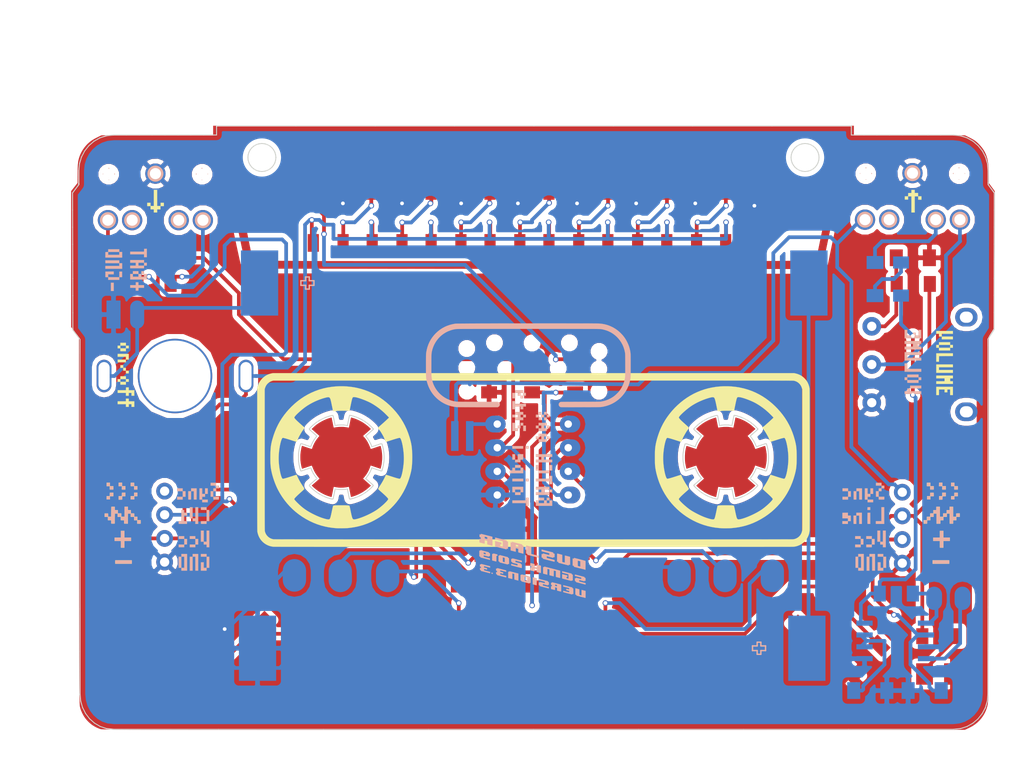
<source format=kicad_pcb>
(kicad_pcb (version 4) (host pcbnew 4.0.7-e0-6372~58~ubuntu16.04.1)
  (layers (0 F.Cu signal) (31 B.Cu signal) (34 B.Paste user) (35 F.Paste user) (36 B.SilkS user) (37 F.SilkS user) (38 B.Mask user) (39 F.Mask user) (44 Edge.Cuts user))
  (net 0 "")
  (net 1 AudioProg)
  (net 2 PB3)
  (net 3 VCC)
  (net 4 GND)
  (net 5 CV_OUT)
  (net 6 "Net-(D-OUT1-Pad2)")
  (net 7 CV_IN)
  (net 8 Sync_OUT)
  (net 9 Sound_OUT)
  (net 10 +3V3)
  (net 11 But-L)
  (net 12 But-R)
  (net 13 PB4/A2)
  (net 14 PB2/A1)
  (net 15 PB1)
  (net 16 PB0)
  (net 17 "Net-(NEO1-Pad4)")
  (net 18 "Net-(C6-Pad1)")
  (net 19 "Net-(NEO1-Pad2)")
  (net 20 "Net-(Speaker1-Pad2)")
  (net 21 "Net-(NEO2-Pad4)")
  (net 22 "Net-(NEO3-Pad4)")
  (net 23 "Net-(NEO4-Pad4)")
  (net 24 "Net-(NEO5-Pad4)")
  (net 25 "Net-(NEO6-Pad4)")
  (net 26 "Net-(NEO7-Pad4)")
  (net 27 "Net-(C5-Pad1)")
  (net 28 "Net-(D-POW1-Pad1)")
  (net 29 "Net-(R14-Pad1)")
  (net 30 "Net-(R15-Pad1)")
  (net 31 "Net-(POT1-MAIN1-Pad2)")
  (net 32 "Net-(POT1-MAIN1-Pad1)")
  (net 33 "Net-(POT2-CV1-Pad2)")
  (net 34 "Net-(BT1-Pad2)")
  (net 35 "Net-(J6-Pad1)")
  (net 36 "Net-(Jack2-Pad2)")
  (net 37 "Net-(Jack1-Pad2)")
  (module 8BitMixtape3000-MutanMonkey:Speaker_Loch08 (layer F.Cu) (at 142.87 96.11)
    (fp_text reference "" (at 0 2.54) (layer F.SilkS))
    (fp_text value "")
    (pad "" np_thru_hole circle (at 0 0) (size 0.8 0.8) (drill 0.8) (layers *.Cu *.Mask) (clearance 0.01))
  )
  (module 8Bitmixtape_reworked:BAT_Holder_AAA-new_noHole (layer B.Cu) (at 150.09 84.616 180)
    (fp_text reference BT1)
    (fp_text value Battery_Cell)
    (pad 2 smd rect (at -29.5 0.116 180) (size 4 7) (layers B.Cu B.Paste B.Mask) (net 34 "Net-(BT1-Pad2)"))
    (pad 1 smd rect (at 29.5 0.116 180) (size 4 7) (layers B.Cu B.Paste B.Mask) (net 10 +3V3))
  )
  (module 8Bitmixtape_reworked:BAT_Holder_AAA-new_noHole (layer B.Cu) (at 149.87 123.61)
    (fp_text reference BT2)
    (fp_text value Battery_Cell)
    (pad 2 smd rect (at -29.5 0.116) (size 4 7) (layers B.Cu B.Paste B.Mask) (net 4 GND))
    (pad 1 smd rect (at 29.5 0.116) (size 4 7) (layers B.Cu B.Paste B.Mask) (net 34 "Net-(BT1-Pad2)"))
  )
  (module 8Bitmixtape_reworked:LED_2835_minimal (layer F.Cu) (at 193.51 126.492 180)
    (fp_text reference D-OUT1)
    (fp_text value LED)
    (pad 1 smd rect (at -1.5 0 180) (size 1.8 2.3) (layers F.Cu F.Paste F.Mask) (net 4 GND))
    (pad 2 smd rect (at 1.5 0 180) (size 1.8 2.3) (layers F.Cu F.Paste F.Mask) (net 6 "Net-(D-OUT1-Pad2)"))
  )
  (module 8Bitmixtape_reworked:LED_2835_minimal (layer F.Cu) (at 106.196 126.492)
    (fp_text reference D-POW1)
    (fp_text value LED)
    (pad 1 smd rect (at -1.5 0) (size 1.8 2.3) (layers F.Cu F.Paste F.Mask) (net 28 "Net-(D-POW1-Pad1)"))
    (pad 2 smd rect (at 1.5 0) (size 1.8 2.3) (layers F.Cu F.Paste F.Mask) (net 3 VCC))
  )
  (module 8Bitmixtape_reworked:Angled_1x04_Pitch2.54mm-flip (layer B.Cu) (at 110.39 114.47)
    (fp_text reference J1)
    (fp_text value CONN_01X04)
    (pad 4 thru_hole circle (at 0 0) (size 1.8 1.8) (drill 1) (layers *.Cu *.Mask) (net 4 GND))
    (pad 3 thru_hole circle (at 0 -2.54) (size 1.8 1.8) (drill 1) (layers *.Cu *.Mask) (net 3 VCC))
    (pad 2 thru_hole circle (at 0 -5.08) (size 1.8 1.8) (drill 1) (layers *.Cu *.Mask) (net 7 CV_IN))
    (pad 1 thru_hole circle (at 0 -7.62) (size 1.8 1.8) (drill 1) (layers *.Cu *.Mask))
  )
  (module 8Bitmixtape_reworked:Angled_1x04_Pitch2.54mm-flip (layer B.Cu) (at 189.62 106.97 180)
    (fp_text reference J2)
    (fp_text value CONN_01X04)
    (pad 4 thru_hole circle (at 0 0 180) (size 1.8 1.8) (drill 1) (layers *.Cu *.Mask) (net 8 Sync_OUT))
    (pad 3 thru_hole circle (at 0 -2.54 180) (size 1.8 1.8) (drill 1) (layers *.Cu *.Mask) (net 15 PB1))
    (pad 2 thru_hole circle (at 0 -5.08 180) (size 1.8 1.8) (drill 1) (layers *.Cu *.Mask) (net 3 VCC))
    (pad 1 thru_hole circle (at 0 -7.62 180) (size 1.8 1.8) (drill 1) (layers *.Cu *.Mask) (net 4 GND))
  )
  (module 8Bitmixtape_reworked:Bat_connector_SMD (layer B.Cu) (at 104.902 87.884)
    (fp_text reference J4)
    (fp_text value Con_3-5V)
    (pad 1 smd rect (at 0 0) (size 1.51 3.01) (layers B.Cu B.Paste B.Mask) (net 4 GND))
    (pad 2 smd oval (at 2.54 0) (size 1.51 3.01) (layers B.Cu B.Paste B.Mask) (net 10 +3V3))
  )
  (module 8Bitmixtape_reworked:Sync_jumper (layer B.Cu) (at 142.36 100.93 180)
    (fp_text reference J6)
    (fp_text value Sync_Jumper)
    (pad 1 smd rect (at -0.8 0 180) (size 0.8 3.2) (layers B.Cu B.Paste B.Mask) (net 35 "Net-(J6-Pad1)"))
    (pad 2 smd rect (at 0.8 0 180) (size 0.8 3.2) (layers B.Cu B.Paste B.Mask) (net 8 Sync_OUT))
  )
  (module 8Bitmixtape_reworked:AUDIO-Jack_3.5mm_5Pin (layer B.Cu) (at 109.40222 72.75128 270)
    (fp_text reference Jack1)
    (fp_text value JACK_TRS_6PINS)
    (pad 3 thru_hole circle (at 4.99872 5.09778 270) (size 2.18186 2.18186) (drill 1.2) (layers *.Cu *.Mask) (net 1 AudioProg))
    (pad 6 thru_hole circle (at 4.99872 2.49936 270) (size 2.18186 2.18186) (drill 1.2) (layers *.Cu *.Mask))
    (pad 1 thru_hole circle (at 0 0 270) (size 2.18186 2.18186) (drill 1.2) (layers *.Cu *.Mask) (net 4 GND))
    (pad 2 thru_hole circle (at 4.99872 -5.09778 270) (size 2.18186 2.18186) (drill 1.2) (layers *.Cu *.Mask) (net 37 "Net-(Jack1-Pad2)"))
    (pad 5 thru_hole circle (at 4.99872 -2.49936 270) (size 2.18186 2.18186) (drill 1.2) (layers *.Cu *.Mask))
    (pad "" np_thru_hole circle (at 0.0635 5.0165 270) (size 1.2 1.2) (drill 1.2) (layers *.Cu *.Mask))
    (pad "" np_thru_hole circle (at 0.0635 -5.0165 270) (size 1.2 1.2) (drill 1.2) (layers *.Cu *.Mask))
  )
  (module 8Bitmixtape_reworked:AUDIO-Jack_3.5mm_5Pin (layer B.Cu) (at 190.7135 72.6965 270)
    (fp_text reference Jack2)
    (fp_text value JACK_TRS_6PINS)
    (pad 3 thru_hole circle (at 4.99872 5.09778 270) (size 2.18186 2.18186) (drill 1.2) (layers *.Cu *.Mask) (net 8 Sync_OUT))
    (pad 6 thru_hole circle (at 4.99872 2.49936 270) (size 2.18186 2.18186) (drill 1.2) (layers *.Cu *.Mask))
    (pad 1 thru_hole circle (at 0 0 270) (size 2.18186 2.18186) (drill 1.2) (layers *.Cu *.Mask) (net 4 GND))
    (pad 2 thru_hole circle (at 4.99872 -5.09778 270) (size 2.18186 2.18186) (drill 1.2) (layers *.Cu *.Mask) (net 36 "Net-(Jack2-Pad2)"))
    (pad 5 thru_hole circle (at 4.99872 -2.49936 270) (size 2.18186 2.18186) (drill 1.2) (layers *.Cu *.Mask) (net 9 Sound_OUT))
    (pad "" np_thru_hole circle (at 0.0635 5.0165 270) (size 1.2 1.2) (drill 1.2) (layers *.Cu *.Mask))
    (pad "" np_thru_hole circle (at 0.0635 -5.0165 270) (size 1.2 1.2) (drill 1.2) (layers *.Cu *.Mask))
  )
  (module 8Bitmixtape_reworked:Potentiometer_backPads_noHole (layer F.Cu) (at 175.66 113.156 90)
    (fp_text reference POT1-MAIN1)
    (fp_text value "POT 10K lin")
    (pad 3 smd circle (at -2.54 -10 90) (size 2.34 2.34) (layers B.Cu B.Paste B.Mask) (net 4 GND))
    (pad 2 smd circle (at -2.54 -5.08 90) (size 2.34 2.34) (layers B.Cu B.Paste B.Mask) (net 31 "Net-(POT1-MAIN1-Pad2)"))
    (pad 1 smd circle (at -2.54 0 90) (size 2.34 2.34) (layers B.Cu B.Paste B.Mask) (net 32 "Net-(POT1-MAIN1-Pad1)"))
    (pad "" smd oval (at -2.7432 -10.0076 90) (size 3.5 2.5) (layers B.Cu B.Paste B.Mask))
    (pad "" smd oval (at -2.794 -5.08 90) (size 3.5 2.5) (layers B.Cu B.Paste B.Mask))
    (pad "" smd oval (at -2.794 0 90) (size 3.5 2.5) (layers B.Cu B.Paste B.Mask))
  )
  (module 8Bitmixtape_reworked:Potentiometer_backPads_noHole (layer F.Cu) (at 134.34 113.156 90)
    (fp_text reference POT2-CV1)
    (fp_text value "POT 10K lin")
    (pad 3 smd circle (at -2.54 -10 90) (size 2.34 2.34) (layers B.Cu B.Paste B.Mask) (net 4 GND))
    (pad 2 smd circle (at -2.54 -5.08 90) (size 2.34 2.34) (layers B.Cu B.Paste B.Mask) (net 33 "Net-(POT2-CV1-Pad2)"))
    (pad 1 smd circle (at -2.54 0 90) (size 2.34 2.34) (layers B.Cu B.Paste B.Mask) (net 7 CV_IN))
    (pad "" smd oval (at -2.7432 -10.0076 90) (size 3.5 2.5) (layers B.Cu B.Paste B.Mask))
    (pad "" smd oval (at -2.794 -5.08 90) (size 3.5 2.5) (layers B.Cu B.Paste B.Mask))
    (pad "" smd oval (at -2.794 0 90) (size 3.5 2.5) (layers B.Cu B.Paste B.Mask))
  )
  (module 8Bitmixtape_reworked:Potentiometer_wheel (layer B.Cu) (at 193.96 93.25)
    (fp_text reference POT3-Vol1)
    (fp_text value "POT 10k")
    (pad 3 thru_hole circle (at -7.62 4.1) (size 2 2) (drill 1) (layers *.Cu *.Mask) (net 4 GND))
    (pad 2 thru_hole circle (at -7.62 0) (size 2 2) (drill 1) (layers *.Cu *.Mask) (net 36 "Net-(Jack2-Pad2)"))
    (pad 1 thru_hole circle (at -7.62 -4.1) (size 2 2) (drill 1) (layers *.Cu *.Mask) (net 5 CV_OUT))
    (pad "" thru_hole oval (at 2.54 5.08) (size 2.4 2) (drill oval 1.4 1.2) (layers *.Cu *.Mask))
    (pad "" thru_hole oval (at 2.54 -5.08) (size 2.4 2) (drill oval 1.4 1.2) (layers *.Cu *.Mask))
  )
  (module 8Bitmixtape_reworked:SpeakerPads_SMD (layer B.Cu) (at 193.294 118.364 270)
    (fp_text reference Speaker1)
    (fp_text value Speaker)
    (pad 1 smd oval (at 0 0.254 270) (size 2.5 1.7) (layers B.Cu B.Paste B.Mask) (net 30 "Net-(R15-Pad1)") (clearance 0.01))
    (pad 2 smd oval (at 0 -2.794 270) (size 2.5 1.7) (layers B.Cu B.Paste B.Mask) (net 20 "Net-(Speaker1-Pad2)") (clearance 0.01))
  )
  (module 8Bitmixtape_reworked:Push_SWITCH_hole (layer F.Cu) (at 111.506 94.488 90)
    (fp_text reference SW1)
    (fp_text value SW_Push)
    (pad 1 thru_hole oval (at 0 -7.62 90) (size 3.5 1.6) (drill oval 3 1.2) (layers *.Cu *.Mask) (net 10 +3V3))
    (pad 2 thru_hole oval (at 0 7.62 90) (size 3.5 1.6) (drill oval 3 1.2) (layers *.Cu *.Mask) (net 3 VCC))
    (pad "" thru_hole circle (at 0 0 90) (size 8 8) (drill 7.62) (layers *.Cu *.Mask) (clearance 0.01))
  )
  (module 8Bitmixtape_reworked:TACTILE-PTH_6mm_SMD (layer F.Cu) (at 116.647359 121.96367 225)
    (fp_text reference SW2)
    (fp_text value SW_Push)
    (pad 1 smd rect (at -3.7592 -2.2606 225) (size 2 1.4) (layers F.Cu F.Paste F.Mask) (net 11 But-L))
    (pad 1 smd rect (at 3.81 -2.2606 225) (size 2 1.4) (layers F.Cu F.Paste F.Mask) (net 11 But-L))
    (pad 2 smd rect (at -3.7592 2.2606 225) (size 2 1.4) (layers F.Cu F.Paste F.Mask) (net 4 GND))
    (pad 2 smd rect (at 3.81 2.032 225) (size 2 1.4) (layers F.Cu F.Paste F.Mask) (net 4 GND))
  )
  (module 8Bitmixtape_reworked:TACTILE-PTH_6mm_SMD (layer F.Cu) (at 182.88 122.350345 315)
    (fp_text reference SW3)
    (fp_text value SW_Push)
    (pad 1 smd rect (at -3.7592 -2.2606 315) (size 2 1.4) (layers F.Cu F.Paste F.Mask) (net 12 But-R))
    (pad 1 smd rect (at 3.81 -2.2606 315) (size 2 1.4) (layers F.Cu F.Paste F.Mask) (net 12 But-R))
    (pad 2 smd rect (at -3.7592 2.2606 315) (size 2 1.4) (layers F.Cu F.Paste F.Mask) (net 4 GND))
    (pad 2 smd rect (at 3.81 2.032 315) (size 2 1.4) (layers F.Cu F.Paste F.Mask) (net 4 GND))
  )
  (module 8Bitmixtape_reworked:Attiny_DIP-8_W7.62mm_mod (layer F.Cu) (at 146.12 99.65)
    (fp_text reference U1)
    (fp_text value ATTINY85-20SU)
    (pad 1 thru_hole oval (at 0 0) (size 2.2 1.8) (drill 0.8 (offset -0.2 0)) (layers B.Cu B.Mask) (net 35 "Net-(J6-Pad1)") (clearance 0.01))
    (pad 5 thru_hole oval (at 7.62 7.62) (size 2.2 1.8) (drill 0.8 (offset 0.2 0)) (layers B.Cu B.Mask) (net 16 PB0) (clearance 0.01))
    (pad 2 thru_hole oval (at 0 2.54) (size 2.2 1.8) (drill 0.8 (offset -0.2 0)) (layers B.Cu B.Mask) (net 2 PB3) (clearance 0.01))
    (pad 6 thru_hole oval (at 7.62 5.08) (size 2.2 1.8) (drill 0.8 (offset 0.2 0)) (layers B.Cu B.Mask) (net 15 PB1) (clearance 0.01))
    (pad 3 thru_hole oval (at 0 5.08) (size 2.2 1.8) (drill 0.8 (offset -0.2 0)) (layers B.Cu B.Mask) (net 13 PB4/A2) (clearance 0.01))
    (pad 7 thru_hole oval (at 7.62 2.54) (size 2.2 1.8) (drill 0.8 (offset 0.2 0)) (layers B.Cu B.Mask) (net 14 PB2/A1) (clearance 0.01))
    (pad 4 thru_hole oval (at 0 7.62) (size 2.2 1.8) (drill 0.8 (offset -0.2 0)) (layers B.Cu B.Mask) (net 4 GND) (clearance 0.01))
    (pad 8 thru_hole oval (at 7.62 0) (size 2.2 1.8) (drill 0.8 (offset 0.2 0)) (layers B.Cu B.Mask) (net 3 VCC) (clearance 0.01))
  )
  (module 8Bitmixtape_reworked:SO-8_fixed (layer B.Cu) (at 188.866 122.936)
    (fp_text reference U2)
    (fp_text value PAM8002)
    (pad 1 smd rect (at -3.302 1.905) (size 1.75 0.55) (layers B.Cu B.Paste B.Mask) (net 4 GND))
    (pad 2 smd rect (at -3.302 0.635) (size 1.75 0.55) (layers B.Cu B.Paste B.Mask) (net 18 "Net-(C6-Pad1)"))
    (pad 3 smd rect (at -3.302 -0.635) (size 1.75 0.55) (layers B.Cu B.Paste B.Mask) (net 18 "Net-(C6-Pad1)"))
    (pad 4 smd rect (at -3.302 -1.905) (size 1.75 0.55) (layers B.Cu B.Paste B.Mask) (net 29 "Net-(R14-Pad1)"))
    (pad 5 smd rect (at 3.302 -1.905) (size 1.75 0.55) (layers B.Cu B.Paste B.Mask) (net 30 "Net-(R15-Pad1)"))
    (pad 6 smd rect (at 3.302 -0.635) (size 1.75 0.55) (layers B.Cu B.Paste B.Mask) (net 3 VCC))
    (pad 7 smd rect (at 3.302 0.635) (size 1.75 0.55) (layers B.Cu B.Paste B.Mask) (net 4 GND))
    (pad 8 smd rect (at 3.302 1.905) (size 1.75 0.55) (layers B.Cu B.Paste B.Mask) (net 20 "Net-(Speaker1-Pad2)"))
  )
  (module 8Bitmixtape_reworked:C_1206_HandSoldering (layer B.Cu) (at 192.024 128.27 180)
    (fp_text reference C7)
    (fp_text value 220uF)
    (pad 1 smd rect (at -1.778 0 180) (size 1.4 1.8) (layers B.Cu B.Paste B.Mask) (net 3 VCC))
    (pad 2 smd rect (at 1.778 0 180) (size 1.4 1.8) (layers B.Cu B.Paste B.Mask) (net 4 GND))
  )
  (module 8Bitmixtape_reworked:C_1206_HandSoldering (layer B.Cu) (at 186.182 128.27)
    (fp_text reference C6)
    (fp_text value 1uF)
    (pad 1 smd rect (at -1.778 0) (size 1.4 1.8) (layers B.Cu B.Paste B.Mask) (net 18 "Net-(C6-Pad1)"))
    (pad 2 smd rect (at 1.778 0) (size 1.4 1.8) (layers B.Cu B.Paste B.Mask) (net 4 GND))
  )
  (module 8Bitmixtape_reworked:C_1206_HandSoldering (layer B.Cu) (at 186.69 84.074 90)
    (fp_text reference C5)
    (fp_text value 10uF)
    (pad 1 smd rect (at -1.778 0 90) (size 1.4 1.8) (layers B.Cu B.Paste B.Mask) (net 27 "Net-(C5-Pad1)"))
    (pad 2 smd rect (at 1.778 0 90) (size 1.4 1.8) (layers B.Cu B.Paste B.Mask) (net 9 Sound_OUT))
  )
  (module 8Bitmixtape_reworked:C_1206_HandSoldering (layer F.Cu) (at 149.8 113.43 180)
    (fp_text reference C4)
    (fp_text value 10uF)
    (pad 1 smd rect (at -1.778 0 180) (size 1.4 1.8) (layers F.Cu F.Paste F.Mask) (net 3 VCC))
    (pad 2 smd rect (at 1.778 0 180) (size 1.4 1.8) (layers F.Cu F.Paste F.Mask) (net 4 GND))
  )
  (module 8Bitmixtape_reworked:C_1206_HandSoldering (layer F.Cu) (at 190.754 81.788)
    (fp_text reference C3)
    (fp_text value 100nF)
    (pad 1 smd rect (at -1.778 0) (size 1.4 1.8) (layers F.Cu F.Paste F.Mask) (net 5 CV_OUT))
    (pad 2 smd rect (at 1.778 0) (size 1.4 1.8) (layers F.Cu F.Paste F.Mask) (net 4 GND))
  )
  (module 8Bitmixtape_reworked:C_1206_HandSoldering (layer F.Cu) (at 149.83 110.94 180)
    (fp_text reference C2)
    (fp_text value 100nF)
    (pad 1 smd rect (at -1.778 0 180) (size 1.4 1.8) (layers F.Cu F.Paste F.Mask) (net 3 VCC))
    (pad 2 smd rect (at 1.778 0 180) (size 1.4 1.8) (layers F.Cu F.Paste F.Mask) (net 4 GND))
  )
  (module 8Bitmixtape_reworked:C_1206_HandSoldering (layer F.Cu) (at 109.22 81.788)
    (fp_text reference C1)
    (fp_text value 100nF)
    (pad 1 smd rect (at -1.778 0) (size 1.4 1.8) (layers F.Cu F.Paste F.Mask) (net 1 AudioProg))
    (pad 2 smd rect (at 1.778 0) (size 1.4 1.8) (layers F.Cu F.Paste F.Mask) (net 2 PB3))
  )
  (module 8Bitmixtape_reworked:R_1206_HandSoldering (layer F.Cu) (at 109.252 84.6)
    (fp_text reference R99)
    (fp_text value 0)
    (pad 1 smd rect (at -1.778 0) (size 1.3 1.7) (layers F.Cu F.Paste F.Mask) (net 7 CV_IN))
    (pad 2 smd rect (at 1.778 0) (size 1.3 1.7) (layers F.Cu F.Paste F.Mask) (net 37 "Net-(Jack1-Pad2)"))
  )
  (module 8Bitmixtape_reworked:R_1206_HandSoldering (layer B.Cu) (at 188.976 117.856 180)
    (fp_text reference R15)
    (fp_text value 22k)
    (pad 1 smd rect (at -1.778 0 180) (size 1.3 1.7) (layers B.Cu B.Paste B.Mask) (net 30 "Net-(R15-Pad1)"))
    (pad 2 smd rect (at 1.778 0 180) (size 1.3 1.7) (layers B.Cu B.Paste B.Mask) (net 29 "Net-(R14-Pad1)"))
  )
  (module 8Bitmixtape_reworked:R_1206_HandSoldering (layer B.Cu) (at 189.484 84.074 90)
    (fp_text reference R14)
    (fp_text value 330)
    (pad 1 smd rect (at -1.778 0 90) (size 1.3 1.7) (layers B.Cu B.Paste B.Mask) (net 29 "Net-(R14-Pad1)"))
    (pad 2 smd rect (at 1.778 0 90) (size 1.3 1.7) (layers B.Cu B.Paste B.Mask) (net 27 "Net-(C5-Pad1)"))
  )
  (module 8Bitmixtape_reworked:R_1206_HandSoldering (layer F.Cu) (at 193.548 122.428)
    (fp_text reference R13)
    (fp_text value 1K)
    (pad 1 smd rect (at -1.778 0) (size 1.3 1.7) (layers F.Cu F.Paste F.Mask) (net 15 PB1))
    (pad 2 smd rect (at 1.778 0) (size 1.3 1.7) (layers F.Cu F.Paste F.Mask) (net 6 "Net-(D-OUT1-Pad2)"))
  )
  (module 8Bitmixtape_reworked:R_1206_HandSoldering (layer F.Cu) (at 106.172 122.428)
    (fp_text reference R12)
    (fp_text value 1K)
    (pad 1 smd rect (at -1.778 0) (size 1.3 1.7) (layers F.Cu F.Paste F.Mask) (net 28 "Net-(D-POW1-Pad1)"))
    (pad 2 smd rect (at 1.778 0) (size 1.3 1.7) (layers F.Cu F.Paste F.Mask) (net 4 GND))
  )
  (module 8Bitmixtape_reworked:R_1206_HandSoldering (layer F.Cu) (at 157.734 118.872 270)
    (fp_text reference R11)
    (fp_text value 4.7K)
    (pad 1 smd rect (at -1.778 0 270) (size 1.3 1.7) (layers F.Cu F.Paste F.Mask) (net 3 VCC))
    (pad 2 smd rect (at 1.778 0 270) (size 1.3 1.7) (layers F.Cu F.Paste F.Mask) (net 32 "Net-(POT1-MAIN1-Pad1)"))
  )
  (module 8Bitmixtape_reworked:R_1206_HandSoldering (layer F.Cu) (at 141.986 118.872 270)
    (fp_text reference R10)
    (fp_text value 4.7K)
    (pad 1 smd rect (at -1.778 0 270) (size 1.3 1.7) (layers F.Cu F.Paste F.Mask) (net 3 VCC))
    (pad 2 smd rect (at 1.778 0 270) (size 1.3 1.7) (layers F.Cu F.Paste F.Mask) (net 7 CV_IN))
  )
  (module 8Bitmixtape_reworked:R_1206_HandSoldering (layer F.Cu) (at 154.48 94.472 270)
    (fp_text reference R9)
    (fp_text value 330)
    (pad 1 smd rect (at -1.778 0 270) (size 1.3 1.7) (layers F.Cu F.Paste F.Mask) (net 19 "Net-(NEO1-Pad2)"))
    (pad 2 smd rect (at 1.778 0 270) (size 1.3 1.7) (layers F.Cu F.Paste F.Mask) (net 16 PB0))
  )
  (module 8Bitmixtape_reworked:R_1206_HandSoldering (layer F.Cu) (at 190.802 84.6)
    (fp_text reference R8)
    (fp_text value 330)
    (pad 1 smd rect (at -1.778 0) (size 1.3 1.7) (layers F.Cu F.Paste F.Mask) (net 5 CV_OUT))
    (pad 2 smd rect (at 1.778 0) (size 1.3 1.7) (layers F.Cu F.Paste F.Mask) (net 15 PB1))
  )
  (module 8Bitmixtape_reworked:R_1206_HandSoldering (layer F.Cu) (at 155.194 111.822 270)
    (fp_text reference R7)
    (fp_text value 22K)
    (pad 1 smd rect (at -1.778 0 270) (size 1.3 1.7) (layers F.Cu F.Paste F.Mask) (net 14 PB2/A1))
    (pad 2 smd rect (at 1.778 0 270) (size 1.3 1.7) (layers F.Cu F.Paste F.Mask) (net 31 "Net-(POT1-MAIN1-Pad2)"))
  )
  (module 8Bitmixtape_reworked:R_1206_HandSoldering (layer F.Cu) (at 144.526 112.014 270)
    (fp_text reference R6)
    (fp_text value 22K)
    (pad 1 smd rect (at -1.778 0 270) (size 1.3 1.7) (layers F.Cu F.Paste F.Mask) (net 13 PB4/A2))
    (pad 2 smd rect (at 1.778 0 270) (size 1.3 1.7) (layers F.Cu F.Paste F.Mask) (net 33 "Net-(POT2-CV1-Pad2)"))
  )
  (module 8Bitmixtape_reworked:R_1206_HandSoldering (layer F.Cu) (at 149.86 118.872 270)
    (fp_text reference R5)
    (fp_text value 22k)
    (pad 1 smd rect (at -1.778 0 270) (size 1.3 1.7) (layers F.Cu F.Paste F.Mask) (net 2 PB3))
    (pad 2 smd rect (at 1.778 0 270) (size 1.3 1.7) (layers F.Cu F.Paste F.Mask) (net 12 But-R))
  )
  (module 8Bitmixtape_reworked:R_1206_HandSoldering (layer F.Cu) (at 152.98 118.872 270)
    (fp_text reference R4)
    (fp_text value 22k)
    (pad 1 smd rect (at -1.778 0 270) (size 1.3 1.7) (layers F.Cu F.Paste F.Mask) (net 2 PB3))
    (pad 2 smd rect (at 1.778 0 270) (size 1.3 1.7) (layers F.Cu F.Paste F.Mask) (net 12 But-R))
  )
  (module 8Bitmixtape_reworked:R_1206_HandSoldering (layer F.Cu) (at 146.74 118.872 270)
    (fp_text reference R3)
    (fp_text value 22k)
    (pad 1 smd rect (at -1.778 0 270) (size 1.3 1.7) (layers F.Cu F.Paste F.Mask) (net 2 PB3))
    (pad 2 smd rect (at 1.778 0 270) (size 1.3 1.7) (layers F.Cu F.Paste F.Mask) (net 11 But-L))
  )
  (module 8Bitmixtape_reworked:R_1206_HandSoldering (layer F.Cu) (at 145.24 94.462 270)
    (fp_text reference R2)
    (fp_text value 22k)
    (pad 1 smd rect (at -1.778 0 270) (size 1.3 1.7) (layers F.Cu F.Paste F.Mask) (net 2 PB3))
    (pad 2 smd rect (at 1.778 0 270) (size 1.3 1.7) (layers F.Cu F.Paste F.Mask) (net 4 GND))
  )
  (module 8Bitmixtape_reworked:R_1206_HandSoldering (layer F.Cu) (at 149.86 94.462 90)
    (fp_text reference R1)
    (fp_text value 22k)
    (pad 1 smd rect (at -1.778 0 90) (size 1.3 1.7) (layers F.Cu F.Paste F.Mask) (net 3 VCC))
    (pad 2 smd rect (at 1.778 0 90) (size 1.3 1.7) (layers F.Cu F.Paste F.Mask) (net 2 PB3))
  )
  (module 8Bitmixtape_reworked:Mixtape_NEO_WS2812B (layer F.Cu) (at 172.249994 77.4 270)
    (fp_text reference NEO8)
    (fp_text value SK6812)
    (pad 3 smd rect (at 2.794 1.6 270) (size 1.9 1.2) (layers F.Cu F.Paste F.Mask) (net 3 VCC))
    (pad 4 smd rect (at 2.794 -1.6 270) (size 1.9 1.2) (layers F.Cu F.Paste F.Mask))
    (pad 2 smd rect (at -2.794 1.6 270) (size 1.9 1.2) (layers F.Cu F.Paste F.Mask) (net 26 "Net-(NEO7-Pad4)"))
    (pad 1 smd rect (at -2.794 -1.6 270) (size 1.9 1.2) (layers F.Cu F.Paste F.Mask) (net 4 GND))
  )
  (module 8Bitmixtape_reworked:Mixtape_NEO_WS2812B (layer F.Cu) (at 165.922852 77.4 270)
    (fp_text reference NEO7)
    (fp_text value SK6812)
    (pad 3 smd rect (at 2.794 1.6 270) (size 1.9 1.2) (layers F.Cu F.Paste F.Mask) (net 3 VCC))
    (pad 4 smd rect (at 2.794 -1.6 270) (size 1.9 1.2) (layers F.Cu F.Paste F.Mask) (net 26 "Net-(NEO7-Pad4)"))
    (pad 2 smd rect (at -2.794 1.6 270) (size 1.9 1.2) (layers F.Cu F.Paste F.Mask) (net 25 "Net-(NEO6-Pad4)"))
    (pad 1 smd rect (at -2.794 -1.6 270) (size 1.9 1.2) (layers F.Cu F.Paste F.Mask) (net 4 GND))
  )
  (module 8Bitmixtape_reworked:Mixtape_NEO_WS2812B (layer F.Cu) (at 159.59571 77.4 270)
    (fp_text reference NEO6)
    (fp_text value SK6812)
    (pad 3 smd rect (at 2.794 1.6 270) (size 1.9 1.2) (layers F.Cu F.Paste F.Mask) (net 3 VCC))
    (pad 4 smd rect (at 2.794 -1.6 270) (size 1.9 1.2) (layers F.Cu F.Paste F.Mask) (net 25 "Net-(NEO6-Pad4)"))
    (pad 2 smd rect (at -2.794 1.6 270) (size 1.9 1.2) (layers F.Cu F.Paste F.Mask) (net 24 "Net-(NEO5-Pad4)"))
    (pad 1 smd rect (at -2.794 -1.6 270) (size 1.9 1.2) (layers F.Cu F.Paste F.Mask) (net 4 GND))
  )
  (module 8Bitmixtape_reworked:Mixtape_NEO_WS2812B (layer F.Cu) (at 153.268568 77.4 270)
    (fp_text reference NEO5)
    (fp_text value SK6812)
    (pad 3 smd rect (at 2.794 1.6 270) (size 1.9 1.2) (layers F.Cu F.Paste F.Mask) (net 3 VCC))
    (pad 4 smd rect (at 2.794 -1.6 270) (size 1.9 1.2) (layers F.Cu F.Paste F.Mask) (net 24 "Net-(NEO5-Pad4)"))
    (pad 2 smd rect (at -2.794 1.6 270) (size 1.9 1.2) (layers F.Cu F.Paste F.Mask) (net 23 "Net-(NEO4-Pad4)"))
    (pad 1 smd rect (at -2.794 -1.6 270) (size 1.9 1.2) (layers F.Cu F.Paste F.Mask) (net 4 GND))
  )
  (module 8Bitmixtape_reworked:Mixtape_NEO_WS2812B (layer F.Cu) (at 146.941426 77.4 270)
    (fp_text reference NEO4)
    (fp_text value SK6812)
    (pad 3 smd rect (at 2.794 1.6 270) (size 1.9 1.2) (layers F.Cu F.Paste F.Mask) (net 3 VCC))
    (pad 4 smd rect (at 2.794 -1.6 270) (size 1.9 1.2) (layers F.Cu F.Paste F.Mask) (net 23 "Net-(NEO4-Pad4)"))
    (pad 2 smd rect (at -2.794 1.6 270) (size 1.9 1.2) (layers F.Cu F.Paste F.Mask) (net 22 "Net-(NEO3-Pad4)"))
    (pad 1 smd rect (at -2.794 -1.6 270) (size 1.9 1.2) (layers F.Cu F.Paste F.Mask) (net 4 GND))
  )
  (module 8Bitmixtape_reworked:Mixtape_NEO_WS2812B (layer F.Cu) (at 140.614284 77.4 270)
    (fp_text reference NEO3)
    (fp_text value SK6812)
    (pad 3 smd rect (at 2.794 1.6 270) (size 1.9 1.2) (layers F.Cu F.Paste F.Mask) (net 3 VCC))
    (pad 4 smd rect (at 2.794 -1.6 270) (size 1.9 1.2) (layers F.Cu F.Paste F.Mask) (net 22 "Net-(NEO3-Pad4)"))
    (pad 2 smd rect (at -2.794 1.6 270) (size 1.9 1.2) (layers F.Cu F.Paste F.Mask) (net 21 "Net-(NEO2-Pad4)"))
    (pad 1 smd rect (at -2.794 -1.6 270) (size 1.9 1.2) (layers F.Cu F.Paste F.Mask) (net 4 GND))
  )
  (module 8Bitmixtape_reworked:Mixtape_NEO_WS2812B (layer F.Cu) (at 134.287142 77.4 270)
    (fp_text reference NEO2)
    (fp_text value SK6812)
    (pad 3 smd rect (at 2.794 1.6 270) (size 1.9 1.2) (layers F.Cu F.Paste F.Mask) (net 3 VCC))
    (pad 4 smd rect (at 2.794 -1.6 270) (size 1.9 1.2) (layers F.Cu F.Paste F.Mask) (net 21 "Net-(NEO2-Pad4)"))
    (pad 2 smd rect (at -2.794 1.6 270) (size 1.9 1.2) (layers F.Cu F.Paste F.Mask) (net 17 "Net-(NEO1-Pad4)"))
    (pad 1 smd rect (at -2.794 -1.6 270) (size 1.9 1.2) (layers F.Cu F.Paste F.Mask) (net 4 GND))
  )
  (module 8Bitmixtape_reworked:Mixtape_NEO_WS2812B (layer F.Cu) (at 127.96 77.4 270)
    (fp_text reference NEO1)
    (fp_text value SK6812)
    (pad 3 smd rect (at 2.794 1.6 270) (size 1.9 1.2) (layers F.Cu F.Paste F.Mask) (net 3 VCC))
    (pad 4 smd rect (at 2.794 -1.6 270) (size 1.9 1.2) (layers F.Cu F.Paste F.Mask) (net 17 "Net-(NEO1-Pad4)"))
    (pad 2 smd rect (at -2.794 1.6 270) (size 1.9 1.2) (layers F.Cu F.Paste F.Mask) (net 19 "Net-(NEO1-Pad2)"))
    (pad 1 smd rect (at -2.794 -1.6 270) (size 1.9 1.2) (layers F.Cu F.Paste F.Mask) (net 4 GND))
  )
  (module 8Bitmixtape_reworked:Mixtape_reworked (layer F.Cu) (at 150 100)
    (fp_text reference board1 hide)
    (fp_text value SVG2SHENZHEN hide)
    (fp_poly (pts (xy 34.417 -31.398444) (xy 36.979225 -31.389802) (xy 37.23482 -31.388935) (xy 37.513426 -31.387979) (xy 37.812651 -31.386944) (xy 38.130105 -31.385838) (xy 38.463397 -31.38467) (xy 38.810138 -31.383447) (xy 39.167938 -31.382179) (xy 39.534405 -31.380875) (xy 39.90715 -31.379542) (xy 40.283783 -31.378189) (xy 40.661913 -31.376825) (xy 41.03915 -31.375459) (xy 41.413104 -31.374099) (xy 41.781384 -31.372753) (xy 42.1416 -31.37143) (xy 42.491363 -31.370139) (xy 42.828281 -31.368888) (xy 42.9514 -31.368429) (xy 46.36135 -31.355698) (xy 46.72965 -31.173258) (xy 46.891955 -31.091837) (xy 47.033852 -31.018118) (xy 47.158383 -30.95005) (xy 47.268592 -30.885581) (xy 47.367523 -30.82266) (xy 47.458218 -30.759237) (xy 47.543722 -30.693258) (xy 47.627078 -30.622673) (xy 47.711329 -30.545431) (xy 47.799519 -30.45948) (xy 47.82185 -30.437086) (xy 48.019355 -30.226003) (xy 48.19313 -30.013788) (xy 48.344412 -29.797886) (xy 48.474438 -29.575744) (xy 48.584443 -29.344808) (xy 48.675666 -29.102523) (xy 48.749343 -28.846337) (xy 48.80671 -28.573694) (xy 48.843542 -28.32735) (xy 48.853707 -28.242562) (xy 48.862547 -28.160655) (xy 48.870181 -28.078974) (xy 48.876727 -27.994867) (xy 48.882305 -27.905679) (xy 48.887033 -27.808755) (xy 48.89103 -27.701443) (xy 48.894414 -27.581087) (xy 48.897305 -27.445035) (xy 48.89982 -27.290631) (xy 48.902079 -27.115221) (xy 48.903479 -26.9875) (xy 48.911323 -26.23185) (xy 49.227011 -25.801645) (xy 49.5427 -25.371439) (xy 49.543149 -24.836445) (xy 49.543189 -24.723704) (xy 49.543139 -24.590179) (xy 49.543003 -24.436745) (xy 49.542784 -24.264277) (xy 49.542484 -24.073648) (xy 49.542107 -23.865735) (xy 49.541655 -23.641412) (xy 49.541133 -23.401553) (xy 49.540542 -23.147035) (xy 49.539887 -22.878731) (xy 49.539169 -22.597516) (xy 49.538393 -22.304266) (xy 49.537561 -21.999855) (xy 49.536676 -21.685159) (xy 49.535742 -21.361051) (xy 49.534761 -21.028407) (xy 49.533736 -20.688102) (xy 49.532672 -20.34101) (xy 49.53157 -19.988007) (xy 49.530433 -19.629967) (xy 49.529266 -19.267766) (xy 49.52807 -18.902277) (xy 49.52685 -18.534376) (xy 49.525608 -18.164939) (xy 49.524346 -17.794839) (xy 49.523069 -17.424951) (xy 49.521779 -17.056151) (xy 49.52048 -16.689313) (xy 49.519174 -16.325312) (xy 49.517865 -15.965023) (xy 49.516555 -15.609321) (xy 49.515248 -15.259081) (xy 49.513946 -14.915178) (xy 49.512654 -14.578486) (xy 49.511373 -14.24988) (xy 49.510107 -13.930236) (xy 49.508859 -13.620428) (xy 49.507633 -13.32133) (xy 49.506431 -13.033819) (xy 49.505255 -12.758768) (xy 49.504111 -12.497053) (xy 49.502999 -12.249548) (xy 49.501925 -12.017129) (xy 49.500889 -11.800669) (xy 49.499897 -11.601045) (xy 49.49895 -11.419131) (xy 49.498052 -11.255801) (xy 49.497205 -11.111931) (xy 49.496414 -10.988396) (xy 49.495681 -10.88607) (xy 49.495009 -10.805829) (xy 49.494401 -10.748546) (xy 49.49386 -10.715098) (xy 49.493482 -10.7061) (xy 49.484741 -10.688824) (xy 49.463819 -10.652537) (xy 49.432188 -10.599646) (xy 49.391319 -10.532561) (xy 49.342686 -10.453688) (xy 49.287759 -10.365435) (xy 49.228011 -10.27021) (xy 49.19567 -10.218966) (xy 48.9077 -9.763581) (xy 48.907199 -1.163866) (xy 48.907142 -0.536432) (xy 48.907043 0.097705) (xy 48.906905 0.737904) (xy 48.906728 1.383526) (xy 48.906512 2.033929) (xy 48.906258 2.688473) (xy 48.905968 3.346519) (xy 48.905642 4.007425) (xy 48.905282 4.670552) (xy 48.904887 5.335258) (xy 48.904459 6.000903) (xy 48.903999 6.666848) (xy 48.903507 7.332451) (xy 48.902985 7.997073) (xy 48.902433 8.660072) (xy 48.901852 9.320809) (xy 48.901244 9.978643) (xy 48.900608 10.632933) (xy 48.899947 11.28304) (xy 48.89926 11.928323) (xy 48.898548 12.568141) (xy 48.897813 13.201855) (xy 48.897056 13.828823) (xy 48.896276 14.448406) (xy 48.895476 15.059962) (xy 48.894656 15.662852) (xy 48.893816 16.256436) (xy 48.892958 16.840072) (xy 48.892083 17.41312) (xy 48.891191 17.974941) (xy 48.890284 18.524893) (xy 48.889361 19.062337) (xy 48.888425 19.586631) (xy 48.887476 20.097136) (xy 48.886514 20.593211) (xy 48.885542 21.074216) (xy 48.884558 21.53951) (xy 48.883566 21.988453) (xy 48.882564 22.420404) (xy 48.881555 22.834723) (xy 48.880539 23.230771) (xy 48.879516 23.607905) (xy 48.878489 23.965487) (xy 48.877457 24.302875) (xy 48.876422 24.61943) (xy 48.875384 24.91451) (xy 48.874344 25.187476) (xy 48.873304 25.437686) (xy 48.872264 25.664502) (xy 48.871224 25.867281) (xy 48.870186 26.045385) (xy 48.870051 26.06675) (xy 48.8677 26.426907) (xy 48.865395 26.762544) (xy 48.863121 27.074539) (xy 48.860863 27.363773) (xy 48.858604 27.631123) (xy 48.856329 27.87747) (xy 48.854023 28.103692) (xy 48.85167 28.310669) (xy 48.849254 28.49928) (xy 48.846759 28.670404) (xy 48.84417 28.824921) (xy 48.841472 28.963709) (xy 48.838648 29.087648) (xy 48.835683 29.197618) (xy 48.832561 29.294497) (xy 48.829267 29.379165) (xy 48.825785 29.452501) (xy 48.8221 29.515384) (xy 48.818195 29.568693) (xy 48.814055 29.613308) (xy 48.809665 29.650108) (xy 48.805859 29.675117) (xy 48.743258 29.968057) (xy 48.657529 30.251151) (xy 48.549351 30.523409) (xy 48.419403 30.783842) (xy 48.268364 31.031458) (xy 48.096912 31.265269) (xy 47.905726 31.484283) (xy 47.695485 31.687512) (xy 47.466867 31.873964) (xy 47.220552 32.042651) (xy 47.15563 32.082323) (xy 47.108429 32.109048) (xy 47.042747 32.144172) (xy 46.963132 32.185372) (xy 46.87413 32.230326) (xy 46.780287 32.276711) (xy 46.686149 32.322204) (xy 46.684935 32.322783) (xy 46.34706 32.483974) (xy 6.781005 32.49027) (xy 5.762331 32.490429) (xy 4.746735 32.49058) (xy 3.734572 32.490725) (xy 2.726195 32.490862) (xy 1.721959 32.490992) (xy 0.722218 32.491115) (xy -0.272673 32.491231) (xy -1.262361 32.49134) (xy -2.24649 32.491442) (xy -3.224706 32.491537) (xy -4.196656 32.491625) (xy -5.161984 32.491706) (xy -6.120337 32.491781) (xy -7.07136 32.491848) (xy -8.014698 32.491909) (xy -8.949998 32.491962) (xy -9.876906 32.492009) (xy -10.795065 32.492049) (xy -11.704124 32.492083) (xy -12.603726 32.49211) (xy -13.493519 32.49213) (xy -14.373147 32.492143) (xy -15.242256 32.49215) (xy -16.100491 32.49215) (xy -16.947499 32.492143) (xy -17.782926 32.49213) (xy -18.606416 32.492111) (xy -19.417616 32.492085) (xy -20.21617 32.492052) (xy -21.001726 32.492013) (xy -21.773928 32.491967) (xy -22.532422 32.491916) (xy -23.276855 32.491857) (xy -24.00687 32.491793) (xy -24.722115 32.491722) (xy -25.422235 32.491645) (xy -26.106875 32.491561) (xy -26.775681 32.491471) (xy -27.428299 32.491376) (xy -28.064375 32.491273) (xy -28.683554 32.491165) (xy -29.285482 32.491051) (xy -29.869804 32.49093) (xy -30.436167 32.490803) (xy -30.984215 32.490671) (xy -31.513595 32.490532) (xy -32.023953 32.490387) (xy -32.514933 32.490236) (xy -32.986181 32.490079) (xy -33.437344 32.489917) (xy -33.868067 32.489748) (xy -34.277995 32.489574) (xy -34.666775 32.489393) (xy -35.034051 32.489207) (xy -35.37947 32.489015) (xy -35.702678 32.488818) (xy -36.003319 32.488614) (xy -36.28104 32.488405) (xy -36.535486 32.48819) (xy -36.766303 32.487969) (xy -36.973137 32.487743) (xy -37.155633 32.487511) (xy -37.313436 32.487274) (xy -37.44595 32.487031) (xy -38.07533 32.485687) (xy -38.679561 32.484283) (xy -39.258895 32.482815) (xy -39.813583 32.481282) (xy -40.343877 32.479683) (xy -40.850028 32.478015) (xy -41.332288 32.476278) (xy -41.790909 32.474468) (xy -42.226141 32.472584) (xy -42.638236 32.470625) (xy -43.027445 32.468589) (xy -43.394021 32.466474) (xy -43.738214 32.464277) (xy -44.060276 32.461998) (xy -44.360458 32.459635) (xy -44.639012 32.457185) (xy -44.896189 32.454648) (xy -45.132241 32.452021) (xy -45.347419 32.449302) (xy -45.541974 32.44649) (xy -45.716159 32.443582) (xy -45.870224 32.440578) (xy -46.004421 32.437475) (xy -46.119001 32.434272) (xy -46.214216 32.430966) (xy -46.290317 32.427557) (xy -46.347556 32.424041) (xy -46.34865 32.423959) (xy -46.412414 32.4182) (xy -46.465207 32.410431) (xy -46.515464 32.398654) (xy -46.571621 32.380866) (xy -46.642114 32.355067) (xy -46.6471 32.353176) (xy -46.912743 32.239993) (xy -47.16157 32.108263) (xy -47.395129 31.956991) (xy -47.614965 31.785182) (xy -47.809768 31.604782) (xy -47.96129 31.445035) (xy -48.093538 31.28727) (xy -48.211175 31.124976) (xy -48.318863 30.951637) (xy -48.421265 30.760742) (xy -48.437709 30.72765) (xy -48.528532 30.531963) (xy -48.60229 30.349031) (xy -48.658595 30.180008) (xy -48.697059 30.026048) (xy -48.716631 29.8958) (xy -48.722281 29.821315) (xy -48.727772 29.721631) (xy -48.733099 29.596947) (xy -48.738256 29.447465) (xy -48.743239 29.273383) (xy -48.748043 29.074903) (xy -48.752663 28.852225) (xy -48.757093 28.605547) (xy -48.76133 28.335072) (xy -48.765369 28.040998) (xy -48.768468 27.7876) (xy -48.769873 27.653339) (xy -48.77126 27.494081) (xy -48.772628 27.310227) (xy -48.773978 27.102182) (xy -48.775308 26.870346) (xy -48.776618 26.615123) (xy -48.777907 26.336915) (xy -48.779175 26.036124) (xy -48.780421 25.713154) (xy -48.781644 25.368406) (xy -48.782845 25.002283) (xy -48.784021 24.615187) (xy -48.785174 24.207522) (xy -48.786301 23.779689) (xy -48.787403 23.332091) (xy -48.788479 22.865131) (xy -48.789528 22.379211) (xy -48.79055 21.874733) (xy -48.791544 21.352101) (xy -48.792509 20.811716) (xy -48.793446 20.253981) (xy -48.794352 19.679298) (xy -48.795229 19.088071) (xy -48.796075 18.480701) (xy -48.796889 17.857591) (xy -48.797672 17.219144) (xy -48.798421 16.565762) (xy -48.799138 15.897848) (xy -48.799821 15.215803) (xy -48.800469 14.520032) (xy -48.801082 13.810935) (xy -48.80166 13.088916) (xy -48.802202 12.354377) (xy -48.802707 11.60772) (xy -48.803174 10.849349) (xy -48.803604 10.079665) (xy -48.803995 9.299072) (xy -48.804347 8.507971) (xy -48.804659 7.706765) (xy -48.804931 6.895857) (xy -48.805162 6.075649) (xy -48.805352 5.246543) (xy -48.805499 4.408943) (xy -48.805604 3.56325) (xy -48.805666 2.709867) (xy -48.805673 2.522985) (xy -48.806101 -9.666979) (xy -49.644301 -10.781167) (xy -49.644301 -24.160022) (xy -48.378457 -24.160022) (xy -48.378449 -24.003996) (xy -48.378338 -23.832036) (xy -48.378123 -23.643609) (xy -48.377805 -23.438184) (xy -48.377382 -23.215229) (xy -48.376854 -22.974212) (xy -48.376219 -22.7146) (xy -48.375477 -22.435863) (xy -48.374626 -22.137467) (xy -48.373667 -21.818882) (xy -48.372599 -21.479574) (xy -48.371419 -21.119013) (xy -48.370129 -20.736667) (xy -48.368727 -20.332002) (xy -48.367211 -19.904488) (xy -48.365583 -19.453593) (xy -48.363839 -18.978784) (xy -48.361981 -18.479529) (xy -48.360422 -18.065302) (xy -48.358833 -17.647542) (xy -48.357245 -17.235976) (xy -48.355663 -16.831341) (xy -48.354091 -16.434374) (xy -48.35253 -16.045813) (xy -48.350985 -15.666394) (xy -48.349459 -15.296855) (xy -48.347956 -14.937934) (xy -48.346479 -14.590367) (xy -48.345031 -14.254891) (xy -48.343617 -13.932245) (xy -48.342238 -13.623165) (xy -48.340899 -13.328389) (xy -48.339603 -13.048653) (xy -48.338354 -12.784696) (xy -48.337154 -12.537254) (xy -48.336008 -12.307064) (xy -48.334919 -12.094864) (xy -48.33389 -11.901392) (xy -48.332924 -11.727384) (xy -48.332025 -11.573577) (xy -48.331197 -11.440709) (xy -48.330443 -11.329518) (xy -48.329766 -11.24074) (xy -48.329169 -11.175112) (xy -48.328657 -11.133372) (xy -48.328232 -11.116258) (xy -48.328213 -11.11606) (xy -48.32519 -11.10113) (xy -48.318473 -11.083287) (xy -48.306726 -11.060624) (xy -48.288615 -11.031234) (xy -48.262807 -10.993209) (xy -48.227966 -10.944643) (xy -48.182759 -10.883629) (xy -48.125851 -10.808259) (xy -48.055908 -10.716626) (xy -47.975099 -10.611379) (xy -47.628139 -10.160288) (xy -47.619881 -7.515369) (xy -47.619535 -7.399253) (xy -47.619144 -7.258295) (xy -47.618709 -7.093056) (xy -47.618231 -6.904094) (xy -47.617712 -6.691969) (xy -47.617152 -6.457239) (xy -47.616553 -6.200465) (xy -47.615916 -5.922205) (xy -47.615241 -5.623018) (xy -47.614531 -5.303463) (xy -47.613785 -4.9641) (xy -47.613006 -4.605488) (xy -47.612195 -4.228185) (xy -47.611352 -3.832752) (xy -47.610479 -3.419747) (xy -47.609576 -2.989729) (xy -47.608646 -2.543257) (xy -47.607689 -2.080891) (xy -47.606706 -1.60319) (xy -47.605698 -1.110713) (xy -47.604667 -0.604019) (xy -47.603614 -0.083667) (xy -47.602539 0.449783) (xy -47.601444 0.995773) (xy -47.600331 1.553744) (xy -47.599199 2.123135) (xy -47.598051 2.703388) (xy -47.596887 3.293945) (xy -47.595709 3.894245) (xy -47.594518 4.503729) (xy -47.593315 5.121839) (xy -47.5921 5.748016) (xy -47.590876 6.381699) (xy -47.589643 7.02233) (xy -47.588402 7.66935) (xy -47.587155 8.3222) (xy -47.585903 8.98032) (xy -47.584646 9.643152) (xy -47.583386 10.310135) (xy -47.582125 10.980712) (xy -47.580862 11.654323) (xy -47.5796 12.330408) (xy -47.579397 12.43965) (xy -47.54717 29.74975) (xy -47.412616 30.0101) (xy -47.349298 30.131261) (xy -47.294363 30.233087) (xy -47.245569 30.319312) (xy -47.20067 30.393671) (xy -47.157422 30.459898) (xy -47.113582 30.521727) (xy -47.073286 30.574753) (xy -46.965274 30.700185) (xy -46.843447 30.819121) (xy -46.712156 30.928297) (xy -46.575753 31.02445) (xy -46.438591 31.104315) (xy -46.305022 31.16463) (xy -46.269852 31.177236) (xy -46.244724 31.184146) (xy -46.211297 31.190493) (xy -46.168319 31.196324) (xy -46.114541 31.201685) (xy -46.04871 31.206623) (xy -45.969577 31.211185) (xy -45.87589 31.215417) (xy -45.766399 31.219367) (xy -45.639853 31.223081) (xy -45.495001 31.226606) (xy -45.330593 31.229989) (xy -45.145378 31.233276) (xy -44.938104 31.236514) (xy -44.707521 31.23975) (xy -44.5389 31.241947) (xy -44.418969 31.243397) (xy -44.289393 31.244825) (xy -44.149989 31.24623) (xy -44.000574 31.247614) (xy -43.840964 31.248976) (xy -43.670977 31.250317) (xy -43.490429 31.251636) (xy -43.299136 31.252935) (xy -43.096915 31.254212) (xy -42.883584 31.255468) (xy -42.658958 31.256704) (xy -42.422854 31.257919) (xy -42.17509 31.259114) (xy -41.915481 31.260289) (xy -41.643845 31.261443) (xy -41.359997 31.262578) (xy -41.063756 31.263694) (xy -40.754937 31.264789) (xy -40.433358 31.265866) (xy -40.098834 31.266923) (xy -39.751183 31.267962) (xy -39.390221 31.268981) (xy -39.015765 31.269982) (xy -38.627632 31.270965) (xy -38.225638 31.271929) (xy -37.8096 31.272875) (xy -37.379335 31.273804) (xy -36.934659 31.274714) (xy -36.47539 31.275607) (xy -36.001343 31.276482) (xy -35.512336 31.277341) (xy -35.008185 31.278182) (xy -34.488707 31.279006) (xy -33.953718 31.279813) (xy -33.403036 31.280604) (xy -32.836477 31.281379) (xy -32.253857 31.282137) (xy -31.654994 31.282879) (xy -31.039703 31.283605) (xy -30.407803 31.284316) (xy -29.759109 31.28501) (xy -29.093438 31.28569) (xy -28.410607 31.286354) (xy -27.710432 31.287004) (xy -26.992731 31.287638) (xy -26.257319 31.288258) (xy -25.504014 31.288863) (xy -24.732632 31.289454) (xy -23.942991 31.29003) (xy -23.134906 31.290593) (xy -22.308194 31.291142) (xy -21.462672 31.291677) (xy -20.598157 31.292198) (xy -19.714466 31.292706) (xy -18.811414 31.293201) (xy -17.88882 31.293683) (xy -16.946498 31.294153) (xy -15.984267 31.294609) (xy -15.001943 31.295053) (xy -13.999343 31.295485) (xy -12.976283 31.295904) (xy -11.932579 31.296312) (xy -10.86805 31.296708) (xy -9.782511 31.297092) (xy -8.675778 31.297464) (xy -7.54767 31.297826) (xy -6.398002 31.298176) (xy -5.226591 31.298515) (xy -4.033254 31.298844) (xy -2.817807 31.299161) (xy -1.580067 31.299469) (xy -0.319852 31.299766) (xy 0.963023 31.300053) (xy 2.268741 31.30033) (xy 3.597485 31.300597) (xy 4.949438 31.300855) (xy 6.324784 31.301103) (xy 7.723706 31.301342) (xy 9.146387 31.301572) (xy 10.593011 31.301793) (xy 12.06376 31.302005) (xy 13.558819 31.302209) (xy 15.07837 31.302404) (xy 16.622598 31.302591) (xy 18.191684 31.30277) (xy 19.785813 31.302941) (xy 21.32459 31.303096) (xy 45.843231 31.3055) (xy 46.081232 31.216197) (xy 46.206647 31.168417) (xy 46.311659 31.126541) (xy 46.400043 31.088691) (xy 46.475574 31.052991) (xy 46.542028 31.017562) (xy 46.60318 30.980527) (xy 46.662804 30.940008) (xy 46.71695 30.900023) (xy 46.750226 30.872732) (xy 46.796292 30.832142) (xy 46.852255 30.781053) (xy 46.915228 30.722265) (xy 46.982318 30.658578) (xy 47.050638 30.592792) (xy 47.117296 30.527706) (xy 47.179403 30.466121) (xy 47.234069 30.410837) (xy 47.278404 30.364653) (xy 47.309518 30.33037) (xy 47.323769 30.312101) (xy 47.349771 30.263523) (xy 47.373911 30.205757) (xy 47.396279 30.137798) (xy 47.416964 30.058641) (xy 47.436057 29.967282) (xy 47.453647 29.862717) (xy 47.469824 29.743941) (xy 47.484678 29.609951) (xy 47.498299 29.459741) (xy 47.510777 29.292307) (xy 47.522201 29.106646) (xy 47.532661 28.901752) (xy 47.542248 28.676621) (xy 47.551051 28.43025) (xy 47.55916 28.161633) (xy 47.566664 27.869766) (xy 47.573654 27.553645) (xy 47.57458 27.5082) (xy 47.57628 27.419683) (xy 47.57793 27.324697) (xy 47.579531 27.222867) (xy 47.581085 27.113822) (xy 47.58259 26.997187) (xy 47.58405 26.872589) (xy 47.585463 26.739655) (xy 47.58683 26.598013) (xy 47.588153 26.447289) (xy 47.589431 26.287109) (xy 47.590667 26.117101) (xy 47.591859 25.936892) (xy 47.593009 25.746108) (xy 47.594118 25.544376) (xy 47.595185 25.331323) (xy 47.596213 25.106576) (xy 47.597201 24.869762) (xy 47.59815 24.620507) (xy 47.599061 24.358439) (xy 47.599935 24.083184) (xy 47.600772 23.794369) (xy 47.601572 23.491621) (xy 47.602337 23.174567) (xy 47.603067 22.842833) (xy 47.603762 22.496047) (xy 47.604424 22.133836) (xy 47.605053 21.755825) (xy 47.60565 21.361643) (xy 47.606215 20.950915) (xy 47.60675 20.523269) (xy 47.607254 20.078332) (xy 47.607728 19.61573) (xy 47.608173 19.13509) (xy 47.60859 18.636039) (xy 47.60898 18.118205) (xy 47.609342 17.581213) (xy 47.609678 17.02469) (xy 47.609989 16.448265) (xy 47.610274 15.851562) (xy 47.610535 15.23421) (xy 47.610772 14.595834) (xy 47.610986 13.936063) (xy 47.611178 13.254522) (xy 47.611348 12.550839) (xy 47.611497 11.82464) (xy 47.611626 11.075553) (xy 47.611735 10.303203) (xy 47.611825 9.507219) (xy 47.611896 8.687226) (xy 47.61195 7.842851) (xy 47.611986 6.973723) (xy 47.612003 6.323654) (xy 47.6123 -10.041241) (xy 47.9552 -10.576293) (xy 48.2981 -11.111346) (xy 48.298099 -18.0521) (xy 48.298099 -24.992855) (xy 48.000876 -25.39187) (xy 47.703652 -25.790886) (xy 47.683109 -26.500318) (xy 47.676229 -26.73348) (xy 47.669745 -26.943111) (xy 47.663556 -27.131077) (xy 47.65756 -27.299242) (xy 47.651658 -27.44947) (xy 47.645748 -27.583628) (xy 47.63973 -27.703578) (xy 47.633503 -27.811187) (xy 47.626966 -27.908318) (xy 47.620019 -27.996837) (xy 47.61256 -28.078609) (xy 47.604489 -28.155497) (xy 47.595706 -28.229367) (xy 47.58611 -28.302084) (xy 47.585569 -28.305996) (xy 47.554613 -28.494156) (xy 47.515978 -28.661803) (xy 47.467972 -28.813108) (xy 47.408899 -28.952241) (xy 47.337066 -29.083375) (xy 47.250779 -29.210681) (xy 47.183093 -29.297058) (xy 47.129543 -29.359268) (xy 47.065357 -29.429336) (xy 46.993677 -29.504231) (xy 46.917647 -29.58092) (xy 46.840409 -29.656374) (xy 46.765107 -29.72756) (xy 46.694884 -29.791448) (xy 46.632882 -29.845006) (xy 46.582247 -29.885203) (xy 46.55185 -29.905812) (xy 46.472968 -29.946972) (xy 46.383683 -29.983443) (xy 46.282148 -30.015565) (xy 46.166516 -30.043678) (xy 46.034939 -30.068121) (xy 45.88557 -30.089234) (xy 45.716561 -30.107357) (xy 45.526065 -30.122828) (xy 45.312236 -30.135989) (xy 45.29455 -30.136926) (xy 45.231341 -30.140038) (xy 45.163088 -30.142983) (xy 45.089065 -30.145766) (xy 45.008545 -30.14839) (xy 44.9208 -30.150861) (xy 44.825104 -30.153182) (xy 44.72073 -30.155358) (xy 44.606952 -30.157392) (xy 44.483042 -30.15929) (xy 44.348274 -30.161054) (xy 44.201921 -30.162691) (xy 44.043257 -30.164203) (xy 43.871554 -30.165594) (xy 43.686086 -30.166871) (xy 43.486127 -30.168035) (xy 43.270948 -30.169092) (xy 43.039824 -30.170046) (xy 42.792027 -30.170901) (xy 42.526832 -30.171661) (xy 42.243511 -30.172331) (xy 41.941337 -30.172915) (xy 41.619584 -30.173416) (xy 41.277525 -30.17384) (xy 40.914433 -30.174191) (xy 40.529581 -30.174472) (xy 40.122243 -30.174688) (xy 39.691692 -30.174843) (xy 39.2372 -30.174941) (xy 38.758042 -30.174987) (xy 38.753672 -30.174988) (xy 33.736794 -30.175201) (xy 32.426684 -23.876131) (xy 31.116574 -17.577062) (xy 31.039975 -17.465224) (xy 30.969342 -17.368052) (xy 30.901556 -17.286402) (xy 30.838795 -17.222637) (xy 30.783237 -17.179119) (xy 30.768074 -17.170245) (xy 30.731796 -17.152671) (xy 30.705558 -17.14689) (xy 30.677738 -17.151428) (xy 30.660975 -17.156652) (xy 30.640744 -17.162743) (xy 30.622685 -17.165025) (xy 30.602321 -17.162097) (xy 30.575171 -17.152556) (xy 30.536755 -17.135002) (xy 30.482595 -17.108033) (xy 30.445705 -17.089306) (xy 30.280662 -17.005384) (xy 12.184406 -17.017488) (xy 11.43962 -17.017986) (xy 10.682335 -17.018494) (xy 9.913513 -17.019011) (xy 9.134113 -17.019535) (xy 8.345097 -17.020067) (xy 7.547426 -17.020606) (xy 6.742059 -17.021151) (xy 5.929958 -17.021701) (xy 5.112084 -17.022255) (xy 4.289397 -17.022814) (xy 3.462858 -17.023376) (xy 2.633428 -17.023941) (xy 1.802068 -17.024508) (xy 0.969738 -17.025076) (xy 0.137398 -17.025645) (xy -0.693989 -17.026214) (xy -1.523464 -17.026783) (xy -2.350066 -17.02735) (xy -3.172834 -17.027915) (xy -3.990807 -17.028478) (xy -4.803024 -17.029037) (xy -5.608526 -17.029592) (xy -6.40635 -17.030143) (xy -7.195537 -17.030689) (xy -7.975125 -17.031229) (xy -8.744154 -17.031762) (xy -9.501663 -17.032288) (xy -10.246692 -17.032806) (xy -10.978279 -17.033316) (xy -11.695464 -17.033816) (xy -12.397286 -17.034307) (xy -13.082785 -17.034787) (xy -13.750999 -17.035256) (xy -14.400968 -17.035713) (xy -15.031731 -17.036157) (xy -15.642328 -17.036589) (xy -16.231797 -17.037006) (xy -16.799178 -17.037409) (xy -17.34351 -17.037797) (xy -17.863833 -17.038169) (xy -18.088524 -17.03833) (xy -30.265198 -17.047069) (xy -30.439274 -17.180535) (xy -30.561114 -17.275936) (xy -30.66346 -17.360543) (xy -30.7487 -17.436462) (xy -30.819223 -17.505795) (xy -30.863641 -17.554449) (xy -30.881039 -17.574907) (xy -30.89637 -17.594648) (xy -30.910253 -17.615758) (xy -30.923305 -17.640322) (xy -30.936144 -17.670425) (xy -30.949387 -17.708154) (xy -30.963651 -17.755593) (xy -30.979555 -17.814828) (xy -30.997716 -17.887945) (xy -31.01875 -17.97703) (xy -31.043277 -18.084167) (xy -31.071913 -18.211442) (xy -31.105275 -18.360941) (xy -31.113874 -18.399551) (xy -31.168114 -18.644518) (xy -31.225059 -18.904349) (xy -31.284508 -19.178034) (xy -31.346257 -19.464557) (xy -31.410104 -19.762908) (xy -31.475846 -20.072074) (xy -31.543281 -20.391041) (xy -31.612207 -20.718797) (xy -31.68242 -21.054329) (xy -31.753719 -21.396624) (xy -31.8259 -21.74467) (xy -31.898762 -22.097455) (xy -31.972101 -22.453964) (xy -32.045715 -22.813187) (xy -32.119402 -23.174109) (xy -32.192958 -23.535718) (xy -32.266182 -23.897002) (xy -32.338871 -24.256948) (xy -32.410822 -24.614543) (xy -32.481834 -24.968774) (xy -32.551702 -25.318628) (xy -32.620225 -25.663094) (xy -32.6872 -26.001158) (xy -32.752425 -26.331807) (xy -32.815696 -26.654029) (xy -32.876813 -26.966811) (xy -32.935571 -27.269141) (xy -32.991768 -27.560005) (xy -33.045203 -27.838391) (xy -33.095671 -28.103286) (xy -33.142972 -28.353678) (xy -33.186902 -28.588554) (xy -33.227258 -28.8069) (xy -33.263839 -29.007705) (xy -33.296441 -29.189956) (xy -33.324862 -29.352639) (xy -33.348899 -29.494743) (xy -33.368351 -29.615254) (xy -33.383014 -29.71316) (xy -33.392685 -29.787448) (xy -33.394126 -29.80055) (xy -33.399223 -29.844785) (xy -33.406808 -29.905438) (xy -33.415768 -29.973784) (xy -33.423146 -30.027908) (xy -33.444155 -30.179065) (xy -36.715053 -30.170298) (xy -37.222408 -30.168897) (xy -37.720498 -30.167441) (xy -38.208683 -30.165933) (xy -38.686324 -30.164375) (xy -39.152783 -30.162773) (xy -39.60742 -30.161128) (xy -40.049595 -30.159446) (xy -40.478671 -30.157728) (xy -40.894007 -30.155979) (xy -41.294965 -30.154201) (xy -41.680906 -30.1524) (xy -42.051189 -30.150576) (xy -42.405178 -30.148736) (xy -42.742231 -30.14688) (xy -43.061711 -30.145014) (xy -43.362977 -30.143141) (xy -43.645392 -30.141264) (xy -43.908315 -30.139386) (xy -44.151108 -30.137511) (xy -44.373132 -30.135642) (xy -44.573747 -30.133783) (xy -44.752314 -30.131937) (xy -44.908195 -30.130108) (xy -45.04075 -30.128299) (xy -45.14934 -30.126514) (xy -45.233326 -30.124756) (xy -45.2501 -30.124329) (xy -45.441181 -30.118845) (xy -45.608844 -30.113083) (xy -45.75507 -30.106837) (xy -45.881842 -30.099903) (xy -45.991142 -30.092078) (xy -46.084951 -30.083155) (xy -46.16525 -30.072931) (xy -46.234023 -30.0612) (xy -46.293251 -30.04776) (xy -46.344915 -30.032404) (xy -46.390997 -30.014928) (xy -46.415263 -30.004064) (xy -46.575341 -29.91653) (xy -46.734367 -29.80689) (xy -46.889544 -29.678378) (xy -47.03807 -29.534227) (xy -47.177146 -29.377671) (xy -47.303972 -29.211944) (xy -47.415749 -29.040279) (xy -47.509675 -28.86591) (xy -47.582952 -28.692071) (xy -47.603139 -28.63215) (xy -47.616605 -28.587221) (xy -47.628899 -28.541212) (xy -47.640111 -28.492704) (xy -47.650332 -28.44028) (xy -47.65965 -28.382521) (xy -47.668155 -28.31801) (xy -47.675937 -28.245329) (xy -47.683085 -28.163059) (xy -47.689689 -28.069783) (xy -47.695838 -27.964082) (xy -47.701622 -27.844539) (xy -47.70713 -27.709736) (xy -47.712453 -27.558254) (xy -47.717679 -27.388676) (xy -47.722898 -27.199584) (xy -47.7282 -26.989559) (xy -47.733675 -26.757183) (xy -47.739411 -26.50104) (xy -47.740293 -26.460808) (xy -47.754718 -25.800765) (xy -48.054984 -25.402976) (xy -48.121856 -25.31435) (xy -48.184339 -25.231471) (xy -48.240681 -25.15667) (xy -48.289132 -25.092274) (xy -48.327938 -25.040612) (xy -48.355348 -25.004013) (xy -48.369611 -24.984806) (xy -48.370864 -24.98307) (xy -48.372022 -24.976766) (xy -48.373087 -24.960912) (xy -48.374058 -24.934974) (xy -48.374935 -24.898421) (xy -48.375717 -24.850721) (xy -48.376403 -24.791342) (xy -48.376992 -24.719752) (xy -48.377483 -24.63542) (xy -48.377876 -24.537812) (xy -48.37817 -24.426398) (xy -48.378364 -24.300645) (xy -48.378457 -24.160022) (xy -49.644301 -24.160022) (xy -49.644301 -25.36981) (xy -49.303112 -25.804922) (xy -48.961924 -26.240035) (xy -48.954665 -27.036043) (xy -48.95211 -27.271596) (xy -48.948883 -27.483655) (xy -48.944856 -27.674117) (xy -48.939901 -27.844883) (xy -48.933889 -27.997849) (xy -48.926694 -28.134917) (xy -48.918188 -28.257985) (xy -48.908241 -28.368951) (xy -48.896728 -28.469714) (xy -48.883519 -28.562175) (xy -48.868487 -28.648231) (xy -48.851504 -28.729781) (xy -48.836331 -28.793433) (xy -48.754228 -29.068555) (xy -48.648259 -29.337196) (xy -48.519558 -29.597374) (xy -48.369256 -29.847106) (xy -48.198488 -30.084409) (xy -48.008385 -30.307302) (xy -47.916943 -30.402264) (xy -47.88521 -30.432832) (xy -32.634376 -30.432832) (xy -32.634062 -30.423757) (xy -32.631923 -30.405922) (xy -32.62785 -30.378765) (xy -32.621732 -30.341726) (xy -32.61346 -30.294247) (xy -32.602923 -30.235766) (xy -32.590011 -30.165725) (xy -32.574614 -30.083562) (xy -32.556622 -29.988718) (xy -32.535926 -29.880633) (xy -32.512414 -29.758748) (xy -32.485977 -29.622501) (xy -32.456505 -29.471334) (xy -32.423887 -29.304685) (xy -32.388015 -29.121997) (xy -32.348776 -28.922707) (xy -32.306062 -28.706257) (xy -32.259762 -28.472086) (xy -32.209767 -28.219634) (xy -32.155966 -27.948343) (xy -32.098248 -27.65765) (xy -32.036505 -27.346997) (xy -31.970626 -27.015824) (xy -31.900501 -26.663571) (xy -31.826019 -26.289677) (xy -31.747071 -25.893583) (xy -31.663546 -25.474729) (xy -31.575336 -25.032555) (xy -31.482328 -24.566501) (xy -31.401647 -24.162324) (xy -31.323339 -23.7702) (xy -31.246231 -23.384328) (xy -31.170475 -23.005455) (xy -31.096222 -22.63433) (xy -31.023621 -22.2717) (xy -30.952825 -21.918315) (xy -30.883983 -21.574921) (xy -30.817247 -21.242268) (xy -30.752767 -20.921103) (xy -30.690695 -20.612175) (xy -30.631181 -20.316232) (xy -30.574376 -20.034022) (xy -30.52043 -19.766293) (xy -30.469496 -19.513793) (xy -30.421722 -19.277271) (xy -30.377261 -19.057475) (xy -30.336264 -18.855153) (xy -30.29888 -18.671053) (xy -30.265261 -18.505924) (xy -30.235557 -18.360513) (xy -30.209921 -18.235569) (xy -30.188501 -18.131839) (xy -30.17145 -18.050073) (xy -30.158917 -17.991018) (xy -30.151054 -17.955423) (xy -30.148057 -17.944023) (xy -30.131057 -17.938881) (xy -30.09679 -17.933917) (xy -30.044956 -17.929128) (xy -29.975254 -17.92451) (xy -29.887384 -17.920061) (xy -29.781047 -17.915777) (xy -29.655943 -17.911654) (xy -29.511771 -17.90769) (xy -29.348231 -17.903882) (xy -29.165024 -17.900225) (xy -28.961849 -17.896717) (xy -28.738406 -17.893355) (xy -28.494396 -17.890134) (xy -28.229518 -17.887053) (xy -27.943473 -17.884107) (xy -27.63596 -17.881294) (xy -27.306679 -17.87861) (xy -26.95533 -17.876052) (xy -26.581614 -17.873616) (xy -26.185229 -17.8713) (xy -25.765877 -17.8691) (xy -25.323258 -17.867013) (xy -24.85707 -17.865036) (xy -24.367015 -17.863164) (xy -23.852791 -17.861396) (xy -23.3141 -17.859728) (xy -22.750641 -17.858156) (xy -22.162114 -17.856678) (xy -22.098 -17.856526) (xy -21.890883 -17.856072) (xy -21.661624 -17.855634) (xy -21.41073 -17.855211) (xy -21.138706 -17.854803) (xy -20.846056 -17.85441) (xy -20.533287 -17.854033) (xy -20.200904 -17.853671) (xy -19.849411 -17.853323) (xy -19.479315 -17.85299) (xy -19.09112 -17.852672) (xy -18.685332 -17.852368) (xy -18.262455 -17.852079) (xy -17.822996 -17.851804) (xy -17.36746 -17.851543) (xy -16.896351 -17.851296) (xy -16.410175 -17.851064) (xy -15.909438 -17.850845) (xy -15.394645 -17.850639) (xy -14.8663 -17.850448) (xy -14.324909 -17.85027) (xy -13.770978 -17.850105) (xy -13.205012 -17.849954) (xy -12.627515 -17.849815) (xy -12.038994 -17.84969) (xy -11.439954 -17.849578) (xy -10.830899 -17.849479) (xy -10.212335 -17.849392) (xy -9.584768 -17.849318) (xy -8.948703 -17.849256) (xy -8.304644 -17.849207) (xy -7.653098 -17.84917) (xy -6.994569 -17.849146) (xy -6.329563 -17.849133) (xy -5.658585 -17.849132) (xy -4.98214 -17.849143) (xy -4.300734 -17.849166) (xy -3.614871 -17.849201) (xy -2.925058 -17.849247) (xy -2.2318 -17.849304) (xy -1.535601 -17.849373) (xy -0.836967 -17.849452) (xy -0.136403 -17.849543) (xy 0.565585 -17.849645) (xy 1.268493 -17.849758) (xy 1.971814 -17.849881) (xy 2.675044 -17.850015) (xy 3.377678 -17.850159) (xy 4.079209 -17.850314) (xy 4.779134 -17.850479) (xy 5.476945 -17.850654) (xy 6.172139 -17.850839) (xy 6.864211 -17.851035) (xy 7.552653 -17.85124) (xy 8.236963 -17.851454) (xy 8.916633 -17.851679) (xy 9.591159 -17.851912) (xy 10.260036 -17.852156) (xy 10.922759 -17.852408) (xy 11.578821 -17.85267) (xy 12.227718 -17.85294) (xy 12.868945 -17.85322) (xy 13.501995 -17.853508) (xy 14.126365 -17.853805) (xy 14.741549 -17.854111) (xy 15.34704 -17.854425) (xy 15.942335 -17.854747) (xy 16.526928 -17.855078) (xy 17.100314 -17.855417) (xy 17.661986 -17.855764) (xy 18.211441 -17.856119) (xy 18.748173 -17.856481) (xy 19.271676 -17.856852) (xy 19.781445 -17.857229) (xy 20.276975 -17.857615) (xy 20.75776 -17.858008) (xy 21.223297 -17.858408) (xy 21.673078 -17.858815) (xy 22.106599 -17.859229) (xy 22.523354 -17.85965) (xy 22.922839 -17.860078) (xy 23.304548 -17.860512) (xy 23.667975 -17.860953) (xy 24.012616 -17.861401) (xy 24.337965 -17.861855) (xy 24.643517 -17.862315) (xy 24.928767 -17.862781) (xy 25.193209 -17.863254) (xy 25.436338 -17.863732) (xy 25.657649 -17.864216) (xy 25.856636 -17.864706) (xy 26.032794 -17.865201) (xy 26.185619 -17.865702) (xy 26.314604 -17.866208) (xy 26.419244 -17.866719) (xy 26.499035 -17.867236) (xy 26.5049 -17.867282) (xy 26.889313 -17.870476) (xy 27.249031 -17.87372) (xy 27.584757 -17.877031) (xy 27.897194 -17.880429) (xy 28.187047 -17.88393) (xy 28.455019 -17.887553) (xy 28.701815 -17.891315) (xy 28.928138 -17.895236) (xy 29.134691 -17.899332) (xy 29.32218 -17.903622) (xy 29.491308 -17.908124) (xy 29.642779 -17.912856) (xy 29.777296 -17.917835) (xy 29.895564 -17.92308) (xy 29.998287 -17.928609) (xy 30.086167 -17.93444) (xy 30.15991 -17.94059) (xy 30.220219 -17.947078) (xy 30.267798 -17.953922) (xy 30.303351 -17.96114) (xy 30.316312 -17.96473) (xy 30.325083 -17.972174) (xy 30.335312 -17.990207) (xy 30.347275 -18.019965) (xy 30.361247 -18.062586) (xy 30.377504 -18.119208) (xy 30.396321 -18.190968) (xy 30.417975 -18.279004) (xy 30.44274 -18.384453) (xy 30.470891 -18.508453) (xy 30.502705 -18.652141) (xy 30.538458 -18.816655) (xy 30.578423 -19.003132) (xy 30.622878 -19.212709) (xy 30.651664 -19.349276) (xy 30.686065 -19.513664) (xy 30.72431 -19.698004) (xy 30.766173 -19.901149) (xy 30.811426 -20.121949) (xy 30.859844 -20.359256) (xy 30.911199 -20.611923) (xy 30.965264 -20.878801) (xy 31.021812 -21.158742) (xy 31.080616 -21.450597) (xy 31.14145 -21.753218) (xy 31.204086 -22.065457) (xy 31.268297 -22.386165) (xy 31.333858 -22.714195) (xy 31.40054 -23.048399) (xy 31.468117 -23.387626) (xy 31.536361 -23.730731) (xy 31.605047 -24.076563) (xy 31.673947 -24.423976) (xy 31.742834 -24.77182) (xy 31.811482 -25.118948) (xy 31.879662 -25.464211) (xy 31.94715 -25.806461) (xy 32.013716 -26.144549) (xy 32.079136 -26.477328) (xy 32.143181 -26.803648) (xy 32.205625 -27.122363) (xy 32.266241 -27.432323) (xy 32.324802 -27.73238) (xy 32.381081 -28.021386) (xy 32.434851 -28.298193) (xy 32.485886 -28.561652) (xy 32.533958 -28.810616) (xy 32.57884 -29.043935) (xy 32.620306 -29.260462) (xy 32.658129 -29.459048) (xy 32.692081 -29.638545) (xy 32.721937 -29.797805) (xy 32.747468 -29.935679) (xy 32.768448 -30.05102) (xy 32.78465 -30.142678) (xy 32.785466 -30.147404) (xy 32.808472 -30.317024) (xy 32.817408 -30.475198) (xy 32.812544 -30.620211) (xy 32.79415 -30.750349) (xy 32.762496 -30.863901) (xy 32.717851 -30.959151) (xy 32.660485 -31.034387) (xy 32.643331 -31.050624) (xy 32.584623 -31.1023) (xy -32.318023 -31.1023) (xy -32.324522 -31.021336) (xy -32.338568 -30.945827) (xy -32.369706 -30.869076) (xy -32.41976 -30.78749) (xy -32.486478 -30.70225) (xy -32.551606 -30.61949) (xy -32.596968 -30.546845) (xy -32.624369 -30.481025) (xy -32.634376 -30.432832) (xy -47.88521 -30.432832) (xy -47.803168 -30.511859) (xy -47.689341 -30.612417) (xy -47.572053 -30.706256) (xy -47.447893 -30.795695) (xy -47.313451 -30.883052) (xy -47.165318 -30.970647) (xy -47.000083 -31.060797) (xy -46.814337 -31.155821) (xy -46.79315 -31.166351) (xy -46.41215 -31.355246) (xy -42.91965 -31.368127) (xy -42.58613 -31.369354) (xy -42.23982 -31.370623) (xy -41.883012 -31.371925) (xy -41.517999 -31.373252) (xy -41.147075 -31.374596) (xy -40.77253 -31.375949) (xy -40.39666 -31.377303) (xy -40.021755 -31.378649) (xy -39.650109 -31.379979) (xy -39.284014 -31.381285) (xy -38.925764 -31.382558) (xy -38.57765 -31.383792) (xy -38.241966 -31.384977) (xy -37.921004 -31.386105) (xy -37.617058 -31.387168) (xy -37.332418 -31.388157) (xy -37.069379 -31.389066) (xy -36.909375 -31.389614) (xy -34.3916 -31.398221) (xy -34.3916 -32.385) (xy 34.417 -32.385) (xy 34.417 -31.398444)) (layer F.Cu) (width 0.01))
    (fp_poly (pts (xy -19.575126 -1.051885) (xy -19.542017 -1.044854) (xy -19.494315 -1.033049) (xy -19.43692 -1.017616) (xy -19.434109 -1.016833) (xy -19.148529 -0.924967) (xy -18.864266 -0.809811) (xy -18.585016 -0.673363) (xy -18.314477 -0.517618) (xy -18.056344 -0.344576) (xy -17.814316 -0.156234) (xy -17.7673 -0.116155) (xy -17.720285 -0.074527) (xy -17.669065 -0.027666) (xy -17.617023 0.021148) (xy -17.567541 0.068639) (xy -17.524003 0.111528) (xy -17.489789 0.146538) (xy -17.468283 0.170389) (xy -17.4625 0.179251) (xy -17.471657 0.189556) (xy -17.497431 0.214217) (xy -17.537282 0.250916) (xy -17.588668 0.297335) (xy -17.649047 0.351155) (xy -17.706445 0.401782) (xy -17.785898 0.471591) (xy -17.87097 0.546431) (xy -17.956022 0.621335) (xy -18.035414 0.691335) (xy -18.10351 0.751466) (xy -18.125451 0.770871) (xy -18.300513 0.925793) (xy -18.214556 1.018521) (xy -18.051314 1.211039) (xy -17.902736 1.420899) (xy -17.767961 1.649529) (xy -17.646126 1.898355) (xy -17.564114 2.0955) (xy -17.536021 2.167568) (xy -17.510988 2.231149) (xy -17.490475 2.28259) (xy -17.475941 2.318234) (xy -17.468845 2.334427) (xy -17.468494 2.334973) (xy -17.45592 2.331991) (xy -17.421809 2.321615) (xy -17.368661 2.304664) (xy -17.298975 2.281955) (xy -17.215251 2.254307) (xy -17.119988 2.222537) (xy -17.015686 2.187464) (xy -16.954297 2.166698) (xy -16.845486 2.129937) (xy -16.743863 2.095846) (xy -16.652005 2.065272) (xy -16.572488 2.039062) (xy -16.507889 2.018061) (xy -16.460784 2.003116) (xy -16.433749 1.995074) (xy -16.428402 1.9939) (xy -16.417368 2.005652) (xy -16.403309 2.038041) (xy -16.388016 2.086765) (xy -16.384814 2.098675) (xy -16.311629 2.426171) (xy -16.263715 2.753603) (xy -16.241035 3.081835) (xy -16.243548 3.411733) (xy -16.271217 3.74416) (xy -16.301675 3.95605) (xy -16.312984 4.018013) (xy -16.327312 4.08782) (xy -16.343616 4.161285) (xy -16.360851 4.234224) (xy -16.377973 4.302453) (xy -16.393939 4.361789) (xy -16.407703 4.408046) (xy -16.418222 4.43704) (xy -16.423689 4.445) (xy -16.43785 4.441063) (xy -16.473554 4.429808) (xy -16.528283 4.412062) (xy -16.599523 4.388655) (xy -16.684758 4.360416) (xy -16.781473 4.328174) (xy -16.887152 4.292757) (xy -16.958844 4.268634) (xy -17.482176 4.092268) (xy -17.538022 4.252759) (xy -17.633657 4.499996) (xy -17.743925 4.732161) (xy -17.871207 4.953221) (xy -18.017887 5.167147) (xy -18.186348 5.377905) (xy -18.272074 5.475174) (xy -18.302194 5.508398) (xy -18.132419 5.659324) (xy -18.072769 5.712259) (xy -17.999369 5.777248) (xy -17.917551 5.849581) (xy -17.832647 5.924544) (xy -17.749987 5.997428) (xy -17.711709 6.031138) (xy -17.460772 6.252027) (xy -17.515611 6.308428) (xy -17.5608 6.35269) (xy -17.62082 6.408298) (xy -17.690602 6.470817) (xy -17.765073 6.535814) (xy -17.839163 6.598855) (xy -17.9078 6.655503) (xy -17.9578 6.695111) (xy -18.226257 6.886033) (xy -18.508848 7.056211) (xy -18.803823 7.20472) (xy -19.10943 7.330635) (xy -19.25955 7.382831) (xy -19.33657 7.407468) (xy -19.410049 7.429931) (xy -19.476085 7.449129) (xy -19.530773 7.463973) (xy -19.570212 7.473372) (xy -19.590497 7.476237) (xy -19.5922 7.475733) (xy -19.595503 7.462792) (xy -19.60323 7.427504) (xy -19.614854 7.372436) (xy -19.629842 7.300154) (xy -19.647667 7.213221) (xy -19.667797 7.114206) (xy -19.689703 7.005673) (xy -19.70405 6.9342) (xy -19.726817 6.820988) (xy -19.74817 6.715664) (xy -19.767573 6.620798) (xy -19.784495 6.538961) (xy -19.798401 6.472724) (xy -19.808757 6.424657) (xy -19.81503 6.397331) (xy -19.816638 6.391928) (xy -19.830123 6.392404) (xy -19.864568 6.396745) (xy -19.915932 6.404355) (xy -19.980169 6.414635) (xy -20.048572 6.426181) (xy -20.140064 6.441204) (xy -20.221091 6.452443) (xy -20.299415 6.460625) (xy -20.382795 6.466471) (xy -20.478992 6.470708) (xy -20.5486 6.472848) (xy -20.702339 6.474855) (xy -20.840283 6.471379) (xy -20.971594 6.461665) (xy -21.105434 6.44496) (xy -21.250964 6.420511) (xy -21.301708 6.410887) (xy -21.36235 6.400302) (xy -21.410089 6.394301) (xy -21.440487 6.393343) (xy -21.448914 6.395717) (xy -21.453443 6.410225) (xy -21.462294 6.447043) (xy -21.474912 6.503555) (xy -21.490738 6.577146) (xy -21.509213 6.665198) (xy -21.529781 6.765097) (xy -21.551883 6.874225) (xy -21.565757 6.943587) (xy -21.592803 7.078564) (xy -21.615635 7.190397) (xy -21.634683 7.280915) (xy -21.650375 7.351946) (xy -21.663142 7.40532) (xy -21.673412 7.442864) (xy -21.681615 7.466407) (xy -21.68818 7.477778) (xy -21.6916 7.479517) (xy -21.71006 7.475762) (xy -21.747899 7.465783) (xy -21.800252 7.450936) (xy -21.862256 7.432578) (xy -21.88845 7.424622) (xy -22.028836 7.380064) (xy -22.153242 7.336653) (xy -22.270654 7.290874) (xy -22.390062 7.239212) (xy -22.520453 7.178154) (xy -22.527685 7.174664) (xy -22.805957 7.028865) (xy -23.068586 6.868215) (xy -23.313466 6.694188) (xy -23.538493 6.508259) (xy -23.70455 6.350163) (xy -23.80615 6.246803) (xy -23.772716 6.219026) (xy -23.75604 6.204729) (xy -23.722523 6.175618) (xy -23.6744 6.133649) (xy -23.613908 6.080778) (xy -23.543284 6.018958) (xy -23.464763 5.950147) (xy -23.380584 5.876299) (xy -23.350547 5.84993) (xy -22.961812 5.508611) (xy -23.041081 5.420893) (xy -23.193726 5.24042) (xy -23.330445 5.053524) (xy -23.453766 4.856013) (xy -23.566219 4.643695) (xy -23.670332 4.412379) (xy -23.712211 4.308475) (xy -23.73905 4.241433) (xy -23.763489 4.183488) (xy -23.783818 4.138456) (xy -23.798323 4.110154) (xy -23.804767 4.1021) (xy -23.818972 4.106046) (xy -23.854683 4.117325) (xy -23.909357 4.135096) (xy -23.980452 4.158519) (xy -24.065423 4.186754) (xy -24.16173 4.218962) (xy -24.266827 4.254301) (xy -24.329247 4.275373) (xy -24.437939 4.311898) (xy -24.539105 4.34547) (xy -24.630235 4.375288) (xy -24.708819 4.400548) (xy -24.772348 4.420451) (xy -24.818313 4.434193) (xy -24.844202 4.440974) (xy -24.849026 4.441407) (xy -24.855903 4.425247) (xy -24.86688 4.388685) (xy -24.880891 4.336185) (xy -24.896866 4.272213) (xy -24.913738 4.201236) (xy -24.93044 4.127717) (xy -24.945902 4.056124) (xy -24.959057 3.990922) (xy -24.966629 3.9497) (xy -24.979297 3.872011) (xy -24.992335 3.784722) (xy -25.003742 3.701512) (xy -25.008418 3.66395) (xy -25.014669 3.59308) (xy -25.01941 3.502489) (xy -25.022642 3.397582) (xy -25.024368 3.283771) (xy -25.024587 3.166461) (xy -25.023303 3.051062) (xy -25.020517 2.942983) (xy -25.016229 2.847631) (xy -25.010442 2.770416) (xy -25.008168 2.74955) (xy -24.993071 2.638217) (xy -24.974069 2.519055) (xy -24.952298 2.397831) (xy -24.92889 2.280315) (xy -24.90498 2.172276) (xy -24.881701 2.079484) (xy -24.865615 2.024237) (xy -24.853094 1.984724) (xy -24.330356 2.161184) (xy -24.220273 2.198127) (xy -24.117465 2.232211) (xy -24.024455 2.262629) (xy -23.943766 2.288575) (xy -23.877924 2.309242) (xy -23.829452 2.323826) (xy -23.800873 2.331518) (xy -23.794185 2.332452) (xy -23.78531 2.319028) (xy -23.770845 2.286165) (xy -23.752731 2.238683) (xy -23.732912 2.1814) (xy -23.731283 2.176455) (xy -23.643239 1.943222) (xy -23.533105 1.710509) (xy -23.403781 1.483397) (xy -23.258165 1.266967) (xy -23.099156 1.066299) (xy -23.09571 1.062309) (xy -23.057242 1.017677) (xy -23.023835 0.978601) (xy -22.999727 0.950058) (xy -22.990384 0.938665) (xy -22.988698 0.931938) (xy -22.992966 0.921397) (xy -23.00471 0.90558) (xy -23.025451 0.883021) (xy -23.056712 0.852258) (xy -23.100015 0.811827) (xy -23.156882 0.760262) (xy -23.228834 0.696102) (xy -23.317395 0.61788) (xy -23.393018 0.551399) (xy -23.811319 0.18415) (xy -23.700785 0.072008) (xy -23.493482 -0.12178) (xy -23.265642 -0.304196) (xy -23.020227 -0.473508) (xy -22.7602 -0.627984) (xy -22.488524 -0.765893) (xy -22.20816 -0.885503) (xy -21.922071 -0.985081) (xy -21.861277 -1.003363) (xy -21.798484 -1.020925) (xy -21.744541 -1.034502) (xy -21.704008 -1.043061) (xy -21.681447 -1.045571) (xy -21.678528 -1.044716) (xy -21.67436 -1.030578) (xy -21.665847 -0.994145) (xy -21.653543 -0.938047) (xy -21.638003 -0.864911) (xy -21.619783 -0.777365) (xy -21.599438 -0.678039) (xy -21.577522 -0.569561) (xy -21.565209 -0.508) (xy -21.542652 -0.395651) (xy -21.521328 -0.291021) (xy -21.501796 -0.196742) (xy -21.484616 -0.115445) (xy -21.470347 -0.049759) (xy -21.459549 -0.002316) (xy -21.452782 0.024254) (xy -21.450999 0.028997) (xy -21.436117 0.03008) (xy -21.400472 0.026947) (xy -21.348253 0.020136) (xy -21.28365 0.010185) (xy -21.220643 -0.000606) (xy -21.138578 -0.014696) (xy -21.066926 -0.025367) (xy -20.99896 -0.033236) (xy -20.927953 -0.038921) (xy -20.847182 -0.043039) (xy -20.749918 -0.046207) (xy -20.7137 -0.047133) (xy -20.568648 -0.049026) (xy -20.440724 -0.046631) (xy -20.321921 -0.039289) (xy -20.204228 -0.026339) (xy -20.079635 -0.007121) (xy -19.960946 0.014905) (xy -19.905186 0.025216) (xy -19.859188 0.032515) (xy -19.82828 0.036035) (xy -19.81789 0.035523) (xy -19.81414 0.022147) (xy -19.805956 -0.013562) (xy -19.793881 -0.069027) (xy -19.778458 -0.141675) (xy -19.760232 -0.228929) (xy -19.739746 -0.328214) (xy -19.717543 -0.436956) (xy -19.702925 -0.509126) (xy -19.679942 -0.622463) (xy -19.658365 -0.727936) (xy -19.638734 -0.822976) (xy -19.621587 -0.905012) (xy -19.607466 -0.971474) (xy -19.596909 -1.019792) (xy -19.590456 -1.047396) (xy -19.588739 -1.052996) (xy -19.575126 -1.051885)) (layer F.Cu) (width 0.01))
    (fp_poly (pts (xy 21.763237 -1.044888) (xy 21.817479 -1.031184) (xy 21.88531 -1.011581) (xy 21.963352 -0.98714) (xy 22.048226 -0.95892) (xy 22.136555 -0.92798) (xy 22.22496 -0.89538) (xy 22.310063 -0.86218) (xy 22.3139 -0.860633) (xy 22.598948 -0.732902) (xy 22.877214 -0.583312) (xy 23.143668 -0.414792) (xy 23.387001 -0.235287) (xy 23.43379 -0.196911) (xy 23.490443 -0.148717) (xy 23.55294 -0.094308) (xy 23.61726 -0.037287) (xy 23.679384 0.018743) (xy 23.735293 0.070181) (xy 23.780967 0.113422) (xy 23.812385 0.144866) (xy 23.818048 0.15103) (xy 23.825059 0.157507) (xy 23.831327 0.162486) (xy 23.835338 0.167491) (xy 23.835575 0.174044) (xy 23.830526 0.183669) (xy 23.818673 0.197891) (xy 23.798504 0.218232) (xy 23.768503 0.246216) (xy 23.727154 0.283367) (xy 23.672943 0.331209) (xy 23.604356 0.391264) (xy 23.519876 0.465058) (xy 23.41799 0.554112) (xy 23.41245 0.55896) (xy 23.328338 0.632581) (xy 23.249766 0.701402) (xy 23.17889 0.76353) (xy 23.117868 0.817073) (xy 23.068856 0.860137) (xy 23.034013 0.890829) (xy 23.015496 0.907255) (xy 23.013462 0.909103) (xy 23.007368 0.919512) (xy 23.011154 0.934211) (xy 23.027212 0.957051) (xy 23.057938 0.991885) (xy 23.078698 1.014103) (xy 23.229394 1.18869) (xy 23.368801 1.381353) (xy 23.497816 1.593585) (xy 23.617338 1.826879) (xy 23.728263 2.082729) (xy 23.742099 2.117725) (xy 23.769275 2.186802) (xy 23.793221 2.246932) (xy 23.812445 2.294432) (xy 23.825455 2.325616) (xy 23.830759 2.3368) (xy 23.843029 2.332905) (xy 23.876895 2.321773) (xy 23.929866 2.304232) (xy 23.999452 2.281109) (xy 24.083163 2.253234) (xy 24.178509 2.221433) (xy 24.283 2.186534) (xy 24.346369 2.16535) (xy 24.455483 2.128966) (xy 24.557322 2.095216) (xy 24.649325 2.064934) (xy 24.72893 2.038951) (xy 24.793578 2.018103) (xy 24.840707 2.003223) (xy 24.867756 1.995143) (xy 24.873176 1.9939) (xy 24.883799 2.00596) (xy 24.897235 2.040051) (xy 24.91286 2.093038) (xy 24.930048 2.161785) (xy 24.948173 2.243157) (xy 24.966613 2.334018) (xy 24.98474 2.431232) (xy 25.001932 2.531665) (xy 25.017562 2.632182) (xy 25.031005 2.729645) (xy 25.041638 2.820921) (xy 25.045105 2.856547) (xy 25.051682 2.958384) (xy 25.055065 3.07818) (xy 25.05542 3.209546) (xy 25.052914 3.346094) (xy 25.047713 3.481434) (xy 25.039984 3.609177) (xy 25.029893 3.722937) (xy 25.020572 3.7973) (xy 25.005927 3.889839) (xy 24.989083 3.98552) (xy 24.970845 4.080712) (xy 24.952015 4.171784) (xy 24.933398 4.255105) (xy 24.915797 4.327046) (xy 24.900017 4.383975) (xy 24.88686 4.42226) (xy 24.879008 4.436769) (xy 24.865285 4.435086) (xy 24.830033 4.42591) (xy 24.775738 4.410015) (xy 24.704889 4.388177) (xy 24.61997 4.361173) (xy 24.52347 4.329778) (xy 24.417876 4.294768) (xy 24.341637 4.26912) (xy 23.814182 4.090651) (xy 23.767153 4.2329) (xy 23.679003 4.466193) (xy 23.570059 4.698383) (xy 23.443476 4.923936) (xy 23.302405 5.137319) (xy 23.15 5.332996) (xy 23.121749 5.36575) (xy 23.072891 5.421417) (xy 23.03853 5.46094) (xy 23.016613 5.487442) (xy 23.005088 5.504046) (xy 23.001902 5.513875) (xy 23.005002 5.520053) (xy 23.012335 5.525703) (xy 23.015198 5.527876) (xy 23.028714 5.539416) (xy 23.05918 5.565936) (xy 23.104508 5.605601) (xy 23.162608 5.656579) (xy 23.231392 5.717035) (xy 23.308772 5.785136) (xy 23.392657 5.859049) (xy 23.438131 5.89915) (xy 23.841264 6.25475) (xy 23.728457 6.360803) (xy 23.469192 6.589157) (xy 23.202485 6.793523) (xy 22.927402 6.974463) (xy 22.643006 7.132542) (xy 22.348363 7.268322) (xy 22.042537 7.382369) (xy 22.0218 7.38919) (xy 21.941788 7.414607) (xy 21.86785 7.436811) (xy 21.80366 7.454812) (xy 21.752892 7.46762) (xy 21.719221 7.474246) (xy 21.706565 7.474098) (xy 21.702919 7.460802) (xy 21.694877 7.425168) (xy 21.682975 7.369773) (xy 21.667751 7.297196) (xy 21.649743 7.210013) (xy 21.629489 7.110803) (xy 21.607527 7.002143) (xy 21.593327 6.931348) (xy 21.570629 6.818217) (xy 21.549383 6.713006) (xy 21.530119 6.618281) (xy 21.513363 6.536608) (xy 21.499644 6.470553) (xy 21.48949 6.422683) (xy 21.483431 6.395565) (xy 21.48196 6.390297) (xy 21.468804 6.391044) (xy 21.434605 6.395621) (xy 21.383333 6.403423) (xy 21.318955 6.413846) (xy 21.24544 6.426287) (xy 21.245064 6.426352) (xy 21.153402 6.441479) (xy 21.073492 6.452775) (xy 20.997622 6.460959) (xy 20.918077 6.46675) (xy 20.827145 6.470866) (xy 20.7391 6.473485) (xy 20.616927 6.475441) (xy 20.509143 6.47424) (xy 20.408816 6.469294) (xy 20.309009 6.460017) (xy 20.202788 6.445822) (xy 20.08322 6.426124) (xy 19.999649 6.410947) (xy 19.941487 6.400627) (xy 19.893139 6.393018) (xy 19.859639 6.388844) (xy 19.846022 6.388829) (xy 19.846018 6.388833) (xy 19.842593 6.402088) (xy 19.834758 6.43764) (xy 19.823055 6.492871) (xy 19.808027 6.565165) (xy 19.790216 6.651905) (xy 19.770163 6.750476) (xy 19.748411 6.858259) (xy 19.736994 6.91515) (xy 19.710287 7.048524) (xy 19.688106 7.159124) (xy 19.669955 7.249072) (xy 19.655337 7.320492) (xy 19.643753 7.375508) (xy 19.634707 7.416241) (xy 19.6277 7.444816) (xy 19.622236 7.463357) (xy 19.617817 7.473985) (xy 19.613946 7.478825) (xy 19.610125 7.48) (xy 19.605856 7.479633) (xy 19.604769 7.479554) (xy 19.587611 7.475824) (xy 19.551081 7.466122) (xy 19.500123 7.451814) (xy 19.439683 7.434267) (xy 19.423324 7.429431) (xy 19.111666 7.324458) (xy 18.811695 7.197778) (xy 18.522504 7.048869) (xy 18.243187 6.87721) (xy 17.972836 6.682279) (xy 17.710545 6.463554) (xy 17.653342 6.41174) (xy 17.601999 6.363647) (xy 17.558008 6.320714) (xy 17.52452 6.286156) (xy 17.504684 6.263187) (xy 17.5006 6.255883) (xy 17.509864 6.244523) (xy 17.536362 6.218285) (xy 17.578149 6.178944) (xy 17.633281 6.128277) (xy 17.699815 6.068061) (xy 17.775805 6.00007) (xy 17.859309 5.926082) (xy 17.918718 5.873841) (xy 18.336836 5.507275) (xy 18.23828 5.398412) (xy 18.105095 5.242936) (xy 17.986488 5.085792) (xy 17.879592 4.922243) (xy 17.781541 4.747554) (xy 17.689466 4.556988) (xy 17.6005 4.345811) (xy 17.599546 4.3434) (xy 17.571297 4.272854) (xy 17.545617 4.210323) (xy 17.524164 4.159713) (xy 17.508594 4.124935) (xy 17.500565 4.109895) (xy 17.500542 4.109871) (xy 17.486286 4.111293) (xy 17.450152 4.120461) (xy 17.394234 4.136727) (xy 17.320626 4.159438) (xy 17.231422 4.187945) (xy 17.128716 4.221596) (xy 17.014602 4.259741) (xy 16.97313 4.27377) (xy 16.844388 4.317284) (xy 16.737677 4.352945) (xy 16.651072 4.381328) (xy 16.582642 4.403006) (xy 16.530462 4.418557) (xy 16.492601 4.428554) (xy 16.467133 4.433573) (xy 16.452129 4.434189) (xy 16.445733 4.431098) (xy 16.433986 4.403065) (xy 16.419184 4.353577) (xy 16.402093 4.286289) (xy 16.383477 4.204859) (xy 16.364101 4.11294) (xy 16.344732 4.01419) (xy 16.326133 3.912264) (xy 16.30907 3.810819) (xy 16.294309 3.713509) (xy 16.291815 3.6957) (xy 16.285122 3.629266) (xy 16.28008 3.542358) (xy 16.276662 3.439848) (xy 16.274839 3.326604) (xy 16.274582 3.207499) (xy 16.275864 3.087402) (xy 16.278655 2.971184) (xy 16.282928 2.863716) (xy 16.288654 2.769868) (xy 16.295805 2.694511) (xy 16.297732 2.6797) (xy 16.311765 2.586374) (xy 16.328094 2.489924) (xy 16.345988 2.393593) (xy 16.364721 2.300625) (xy 16.383564 2.214263) (xy 16.401787 2.137753) (xy 16.418664 2.074336) (xy 16.433464 2.027257) (xy 16.44546 1.99976) (xy 16.451753 1.9939) (xy 16.466452 1.997802) (xy 16.502671 2.008955) (xy 16.557855 2.026529) (xy 16.629442 2.049694) (xy 16.714877 2.077617) (xy 16.811599 2.10947) (xy 16.917051 2.144421) (xy 16.9799 2.16535) (xy 17.088934 2.201654) (xy 17.190479 2.235338) (xy 17.282012 2.265575) (xy 17.361008 2.291535) (xy 17.424943 2.312393) (xy 17.471296 2.327319) (xy 17.49754 2.335486) (xy 17.502548 2.3368) (xy 17.509656 2.32548) (xy 17.522598 2.294667) (xy 17.539528 2.249078) (xy 17.558438 2.193925) (xy 17.655195 1.939698) (xy 17.775416 1.689709) (xy 17.917181 1.447307) (xy 18.078568 1.215842) (xy 18.217709 1.044038) (xy 18.256408 0.998172) (xy 18.287568 0.959107) (xy 18.308142 0.930823) (xy 18.31508 0.917299) (xy 18.314993 0.917038) (xy 18.304711 0.906977) (xy 18.277345 0.882014) (xy 18.234936 0.843961) (xy 18.179524 0.794633) (xy 18.113149 0.735843) (xy 18.03785 0.669406) (xy 17.955668 0.597134) (xy 17.921293 0.56697) (xy 17.817806 0.476274) (xy 17.731804 0.400919) (xy 17.661757 0.339413) (xy 17.606132 0.290259) (xy 17.563399 0.251964) (xy 17.532026 0.223031) (xy 17.510481 0.201966) (xy 17.497233 0.187275) (xy 17.490751 0.177461) (xy 17.489502 0.171031) (xy 17.491956 0.166489) (xy 17.496581 0.162341) (xy 17.501645 0.157338) (xy 17.522898 0.134884) (xy 17.559758 0.099363) (xy 17.608465 0.05414) (xy 17.665258 0.002581) (xy 17.726375 -0.051951) (xy 17.788057 -0.106088) (xy 17.846541 -0.156467) (xy 17.898068 -0.199721) (xy 17.92605 -0.222423) (xy 18.191593 -0.417472) (xy 18.47212 -0.592505) (xy 18.765916 -0.746647) (xy 19.071268 -0.879023) (xy 19.386461 -0.988756) (xy 19.48076 -1.016586) (xy 19.534968 -1.031304) (xy 19.579538 -1.042206) (xy 19.609235 -1.048086) (xy 19.618794 -1.048339) (xy 19.622424 -1.035074) (xy 19.630477 -0.999473) (xy 19.642412 -0.944113) (xy 19.657691 -0.871568) (xy 19.675774 -0.784414) (xy 19.69612 -0.685226) (xy 19.718192 -0.576579) (xy 19.732538 -0.505433) (xy 19.755346 -0.392298) (xy 19.776669 -0.287089) (xy 19.795977 -0.192369) (xy 19.812744 -0.110702) (xy 19.826442 -0.04465) (xy 19.836543 0.003223) (xy 19.842521 0.030354) (xy 19.843927 0.035639) (xy 19.856885 0.034799) (xy 19.890836 0.030098) (xy 19.941774 0.022157) (xy 20.005693 0.011601) (xy 20.074123 -0.000166) (xy 20.159241 -0.014453) (xy 20.233657 -0.025261) (xy 20.304303 -0.033224) (xy 20.378111 -0.038976) (xy 20.462013 -0.043148) (xy 20.562941 -0.046375) (xy 20.5867 -0.046986) (xy 20.731441 -0.048953) (xy 20.859046 -0.046637) (xy 20.977521 -0.039381) (xy 21.094869 -0.026526) (xy 21.219096 -0.007414) (xy 21.339454 0.014905) (xy 21.395036 0.025313) (xy 21.44066 0.032897) (xy 21.47107 0.036845) (xy 21.481009 0.036761) (xy 21.484429 0.02365) (xy 21.492276 -0.011802) (xy 21.504017 -0.067024) (xy 21.519118 -0.139443) (xy 21.537046 -0.226491) (xy 21.557266 -0.325597) (xy 21.579245 -0.434189) (xy 21.593592 -0.505505) (xy 21.616475 -0.618835) (xy 21.638049 -0.724377) (xy 21.657765 -0.819542) (xy 21.675076 -0.901744) (xy 21.689432 -0.968394) (xy 21.700286 -1.016904) (xy 21.707089 -1.044686) (xy 21.70903 -1.050364) (xy 21.725961 -1.051635) (xy 21.763237 -1.044888)) (layer F.Cu) (width 0.01))
    (fp_poly (pts (xy -15.349545 -30.134457) (xy -15.272534 -30.133484) (xy -15.200959 -30.131871) (xy -15.139139 -30.129665) (xy -15.09139 -30.126913) (xy -15.062031 -30.123663) (xy -15.054946 -30.121408) (xy -15.053384 -30.105363) (xy -15.058097 -30.072038) (xy -15.068069 -30.02848) (xy -15.068688 -30.026158) (xy -15.077458 -29.996413) (xy -15.09344 -29.945329) (xy -15.115941 -29.874989) (xy -15.144266 -29.787475) (xy -15.177721 -29.684871) (xy -15.215614 -29.569258) (xy -15.25725 -29.442719) (xy -15.301935 -29.307338) (xy -15.348977 -29.165197) (xy -15.39768 -29.018378) (xy -15.447352 -28.868964) (xy -15.497299 -28.719039) (xy -15.546827 -28.570684) (xy -15.595242 -28.425982) (xy -15.641851 -28.287016) (xy -15.685959 -28.155869) (xy -15.726874 -28.034624) (xy -15.763901 -27.925362) (xy -15.796347 -27.830167) (xy -15.823518 -27.751122) (xy -15.844721 -27.690309) (xy -15.859261 -27.649811) (xy -15.86578 -27.633101) (xy -15.886907 -27.592576) (xy -15.908683 -27.561083) (xy -15.922975 -27.547813) (xy -15.942456 -27.543809) (xy -15.982972 -27.539921) (xy -16.040154 -27.536275) (xy -16.109639 -27.532998) (xy -16.187058 -27.530215) (xy -16.268047 -27.528055) (xy -16.348238 -27.526643) (xy -16.423266 -27.526105) (xy -16.488765 -27.52657) (xy -16.540368 -27.528163) (xy -16.558961 -27.529369) (xy -16.626972 -27.535021) (xy -16.618634 -27.594636) (xy -16.611594 -27.625987) (xy -16.596143 -27.680342) (xy -16.572569 -27.756839) (xy -16.541163 -27.854621) (xy -16.502216 -27.972826) (xy -16.456018 -28.110595) (xy -16.40286 -28.26707) (xy -16.343032 -28.441389) (xy -16.276824 -28.632693) (xy -16.204526 -28.840124) (xy -16.12643 -29.06282) (xy -16.042826 -29.299923) (xy -16.036452 -29.31795) (xy -15.753509 -30.11805) (xy -15.66503 -30.128071) (xy -15.625601 -30.131006) (xy -15.570021 -30.133064) (xy -15.502606 -30.134294) (xy -15.427675 -30.134743) (xy -15.349545 -30.134457)) (layer F.Cu) (width 0.01))
    (fp_poly (pts (xy -13.183811 -30.135616) (xy -13.004837 -30.135327) (xy -12.831763 -30.134894) (xy -12.666445 -30.13433) (xy -12.510738 -30.133648) (xy -12.366497 -30.132861) (xy -12.235576 -30.131983) (xy -12.119833 -30.131027) (xy -12.02112 -30.130005) (xy -11.941294 -30.128931) (xy -11.88221 -30.127818) (xy -11.845723 -30.126679) (xy -11.8364 -30.126091) (xy -11.75385 -30.11805) (xy -11.754874 -30.065061) (xy -11.764733 -29.980402) (xy -11.789078 -29.897247) (xy -11.82484 -29.824392) (xy -11.851517 -29.788119) (xy -11.902059 -29.7307) (xy -12.350349 -29.7307) (xy -12.469225 -29.730627) (xy -12.565185 -29.730327) (xy -12.640711 -29.729678) (xy -12.698285 -29.728558) (xy -12.740391 -29.726848) (xy -12.769512 -29.724424) (xy -12.78813 -29.721167) (xy -12.798729 -29.716954) (xy -12.80379 -29.711664) (xy -12.80505 -29.708475) (xy -12.810745 -29.689385) (xy -12.822483 -29.650486) (xy -12.838907 -29.596269) (xy -12.858655 -29.531223) (xy -12.875237 -29.4767) (xy -12.890702 -29.424771) (xy -12.912053 -29.351414) (xy -12.938422 -29.259691) (xy -12.96894 -29.152658) (xy -13.00274 -29.033377) (xy -13.038954 -28.904906) (xy -13.076714 -28.770304) (xy -13.115153 -28.632631) (xy -13.138243 -28.5496) (xy -13.187401 -28.372771) (xy -13.230358 -28.218812) (xy -13.267608 -28.086094) (xy -13.299647 -27.972985) (xy -13.326969 -27.877855) (xy -13.350071 -27.799073) (xy -13.369447 -27.73501) (xy -13.385593 -27.684033) (xy -13.399003 -27.644514) (xy -13.410173 -27.614821) (xy -13.419598 -27.593323) (xy -13.427773 -27.578391) (xy -13.435193 -27.568393) (xy -13.436704 -27.566765) (xy -13.451729 -27.555754) (xy -13.475353 -27.547533) (xy -13.512248 -27.541185) (xy -13.567086 -27.535789) (xy -13.610164 -27.532653) (xy -13.737643 -27.526244) (xy -13.862949 -27.524005) (xy -13.978548 -27.525942) (xy -14.076906 -27.532059) (xy -14.080081 -27.532362) (xy -14.122773 -27.537787) (xy -14.154857 -27.544246) (xy -14.167845 -27.549397) (xy -14.171117 -27.558523) (xy -14.170496 -27.577043) (xy -14.165487 -27.606856) (xy -14.155597 -27.649861) (xy -14.140332 -27.707957) (xy -14.119197 -27.783042) (xy -14.091699 -27.877015) (xy -14.057343 -27.991776) (xy -14.024916 -28.09875) (xy -13.962599 -28.304103) (xy -13.903244 -28.50081) (xy -13.847228 -28.68758) (xy -13.794925 -28.86312) (xy -13.74671 -29.026137) (xy -13.702958 -29.175338) (xy -13.664043 -29.309433) (xy -13.630342 -29.427127) (xy -13.602228 -29.527128) (xy -13.580076 -29.608144) (xy -13.564262 -29.668883) (xy -13.555161 -29.708051) (xy -13.553146 -29.724357) (xy -13.553321 -29.724654) (xy -13.566556 -29.725917) (xy -13.602403 -29.727643) (xy -13.658082 -29.729742) (xy -13.73081 -29.732123) (xy -13.817805 -29.734697) (xy -13.916287 -29.737372) (xy -14.023474 -29.74006) (xy -14.043335 -29.740535) (xy -14.151934 -29.743293) (xy -14.252453 -29.746196) (xy -14.342086 -29.749136) (xy -14.41803 -29.752006) (xy -14.47748 -29.754698) (xy -14.517632 -29.757105) (xy -14.53568 -29.75912) (xy -14.536355 -29.759422) (xy -14.538371 -29.776549) (xy -14.53361 -29.813887) (xy -14.522901 -29.86741) (xy -14.507073 -29.933093) (xy -14.486957 -30.006913) (xy -14.481411 -30.025975) (xy -14.448672 -30.1371) (xy -13.183811 -30.135616)) (layer F.Cu) (width 0.01))
    (fp_poly (pts (xy -6.697969 -30.083125) (xy -6.702381 -30.042539) (xy -6.707524 -29.988475) (xy -6.712181 -29.9339) (xy -6.718227 -29.869483) (xy -6.727693 -29.783723) (xy -6.740202 -29.67925) (xy -6.755377 -29.558693) (xy -6.772841 -29.424681) (xy -6.792218 -29.279843) (xy -6.813129 -29.126808) (xy -6.835199 -28.968206) (xy -6.858051 -28.806664) (xy -6.881307 -28.644813) (xy -6.904591 -28.485281) (xy -6.927525 -28.330698) (xy -6.949734 -28.183692) (xy -6.97084 -28.046893) (xy -6.990466 -27.92293) (xy -7.008235 -27.814431) (xy -7.023771 -27.724027) (xy -7.036696 -27.654345) (xy -7.043984 -27.619325) (xy -7.063236 -27.5336) (xy -7.430518 -27.5336) (xy -7.536961 -27.533695) (xy -7.6207 -27.534086) (xy -7.684431 -27.534935) (xy -7.73085 -27.536401) (xy -7.762654 -27.538648) (xy -7.782538 -27.541834) (xy -7.793199 -27.546122) (xy -7.797332 -27.551673) (xy -7.7978 -27.555531) (xy -7.796063 -27.573085) (xy -7.791137 -27.612601) (xy -7.783451 -27.670902) (xy -7.773434 -27.744808) (xy -7.761514 -27.831142) (xy -7.74812 -27.926724) (xy -7.74009 -27.983425) (xy -7.72599 -28.085599) (xy -7.713374 -28.182826) (xy -7.702658 -28.271423) (xy -7.694259 -28.347707) (xy -7.688594 -28.407995) (xy -7.686082 -28.448604) (xy -7.686115 -28.45997) (xy -7.688626 -28.492874) (xy -7.693106 -28.516145) (xy -7.700892 -28.528518) (xy -7.713324 -28.528728) (xy -7.731741 -28.515509) (xy -7.757481 -28.487597) (xy -7.791883 -28.443727) (xy -7.836287 -28.382634) (xy -7.892031 -28.303052) (xy -7.960453 -28.203717) (xy -7.966185 -28.19536) (xy -8.058062 -28.061568) (xy -8.13685 -27.94731) (xy -8.203662 -27.851063) (xy -8.259612 -27.771302) (xy -8.305813 -27.706503) (xy -8.343378 -27.655142) (xy -8.37342 -27.615695) (xy -8.397054 -27.586638) (xy -8.415392 -27.566447) (xy -8.429547 -27.553598) (xy -8.439868 -27.546935) (xy -8.46455 -27.540532) (xy -8.508039 -27.534528) (xy -8.563984 -27.529278) (xy -8.626033 -27.525135) (xy -8.687835 -27.522455) (xy -8.743037 -27.521593) (xy -8.785289 -27.522903) (xy -8.80745 -27.526405) (xy -8.82881 -27.532751) (xy -8.852898 -27.538535) (xy -8.884272 -27.556494) (xy -8.901921 -27.580921) (xy -8.909893 -27.601339) (xy -8.924832 -27.64264) (xy -8.945626 -27.701627) (xy -8.97116 -27.775104) (xy -9.000319 -27.859874) (xy -9.03199 -27.95274) (xy -9.049194 -28.0035) (xy -9.091093 -28.127019) (xy -9.125928 -28.22868) (xy -9.154581 -28.310752) (xy -9.177933 -28.375503) (xy -9.196865 -28.425202) (xy -9.212257 -28.462116) (xy -9.22499 -28.488515) (xy -9.235946 -28.506666) (xy -9.246006 -28.518838) (xy -9.251183 -28.523564) (xy -9.269646 -28.535119) (xy -9.281705 -28.527856) (xy -9.284787 -28.523384) (xy -9.30045 -28.489683) (xy -9.319859 -28.431122) (xy -9.342949 -28.347952) (xy -9.369653 -28.240425) (xy -9.399908 -28.108792) (xy -9.433647 -27.953307) (xy -9.440476 -27.92095) (xy -9.520548 -27.53995) (xy -9.830749 -27.536129) (xy -9.921349 -27.53538) (xy -10.007364 -27.53535) (xy -10.084268 -27.535988) (xy -10.147541 -27.537243) (xy -10.192659 -27.539064) (xy -10.20915 -27.540408) (xy -10.277349 -27.548509) (xy -10.270395 -27.59503) (xy -10.266693 -27.614159) (xy -10.257955 -27.656239) (xy -10.244584 -27.719411) (xy -10.22698 -27.801814) (xy -10.205544 -27.901588) (xy -10.180678 -28.016873) (xy -10.152782 -28.14581) (xy -10.122258 -28.286537) (xy -10.089508 -28.437196) (xy -10.054931 -28.595926) (xy -10.022079 -28.74645) (xy -9.975928 -28.957711) (xy -9.934885 -29.145567) (xy -9.89864 -29.311426) (xy -9.866882 -29.4567) (xy -9.839301 -29.582797) (xy -9.815584 -29.691128) (xy -9.795423 -29.783102) (xy -9.778507 -29.860129) (xy -9.764524 -29.923619) (xy -9.753164 -29.974981) (xy -9.744117 -30.015625) (xy -9.737071 -30.046961) (xy -9.731717 -30.070399) (xy -9.727743 -30.087348) (xy -9.72484 -30.099218) (xy -9.722695 -30.107419) (xy -9.720999 -30.113361) (xy -9.720543 -30.114875) (xy -9.716907 -30.121422) (xy -9.708578 -30.126548) (xy -9.692758 -30.130424) (xy -9.666647 -30.133223) (xy -9.627446 -30.135117) (xy -9.572355 -30.136278) (xy -9.498576 -30.136877) (xy -9.403309 -30.137087) (xy -9.358858 -30.1371) (xy -9.003927 -30.1371) (xy -8.980418 -30.098443) (xy -8.968973 -30.074998) (xy -8.950621 -30.031909) (xy -8.927066 -29.973429) (xy -8.900013 -29.903808) (xy -8.871167 -29.8273) (xy -8.864584 -29.809518) (xy -8.798984 -29.631806) (xy -8.741503 -29.476447) (xy -8.691526 -29.341945) (xy -8.648434 -29.226802) (xy -8.61161 -29.129523) (xy -8.580436 -29.048611) (xy -8.554294 -28.982568) (xy -8.532569 -28.929899) (xy -8.51464 -28.889106) (xy -8.499892 -28.858694) (xy -8.487707 -28.837165) (xy -8.477468 -28.823023) (xy -8.468556 -28.814771) (xy -8.460354 -28.810912) (xy -8.452245 -28.809951) (xy -8.452174 -28.80995) (xy -8.436662 -28.816004) (xy -8.413002 -28.834908) (xy -8.380231 -28.867775) (xy -8.337389 -28.91572) (xy -8.283512 -28.979857) (xy -8.217638 -29.0613) (xy -8.138805 -29.161163) (xy -8.049667 -29.275877) (xy -7.937173 -29.421459) (xy -7.839119 -29.548287) (xy -7.754439 -29.657723) (xy -7.682068 -29.751129) (xy -7.620938 -29.829869) (xy -7.569986 -29.895306) (xy -7.528143 -29.948802) (xy -7.494346 -29.991721) (xy -7.467527 -30.025425) (xy -7.446621 -30.051278) (xy -7.430563 -30.070641) (xy -7.418285 -30.084879) (xy -7.409096 -30.094959) (xy -7.369351 -30.1371) (xy -7.030348 -30.1371) (xy -6.691344 -30.137101) (xy -6.697969 -30.083125)) (layer F.Cu) (width 0.01))
    (fp_poly (pts (xy -2.484583 -30.148545) (xy -2.401462 -30.147739) (xy -2.322441 -30.146245) (xy -2.252769 -30.144217) (xy -2.197694 -30.141809) (xy -2.162466 -30.139176) (xy -2.161139 -30.13902) (xy -2.093428 -30.13075) (xy -2.127699 -30.07995) (xy -2.144284 -30.056173) (xy -2.164637 -30.028692) (xy -2.19021 -29.995751) (xy -2.222457 -29.955595) (xy -2.262831 -29.906468) (xy -2.312785 -29.846615) (xy -2.373773 -29.77428) (xy -2.447248 -29.687708) (xy -2.534662 -29.585142) (xy -2.61956 -29.485773) (xy -2.735224 -29.350064) (xy -2.834292 -29.232884) (xy -2.917096 -29.133822) (xy -2.983968 -29.052472) (xy -3.035241 -28.988425) (xy -3.071246 -28.941271) (xy -3.092316 -28.910603) (xy -3.0988 -28.896371) (xy -3.091681 -28.877916) (xy -3.070934 -28.840035) (xy -3.037474 -28.784128) (xy -2.992216 -28.711593) (xy -2.936074 -28.623829) (xy -2.869965 -28.522236) (xy -2.794803 -28.408212) (xy -2.711504 -28.283156) (xy -2.620982 -28.148467) (xy -2.524152 -28.005545) (xy -2.42193 -27.855787) (xy -2.342365 -27.739956) (xy -2.304618 -27.683989) (xy -2.272696 -27.634446) (xy -2.249167 -27.595487) (xy -2.236598 -27.57127) (xy -2.2352 -27.566341) (xy -2.242752 -27.555777) (xy -2.266429 -27.547449) (xy -2.30777 -27.541251) (xy -2.36831 -27.537078) (xy -2.449585 -27.534825) (xy -2.553133 -27.534384) (xy -2.680488 -27.535652) (xy -2.680948 -27.535659) (xy -2.779557 -27.537482) (xy -2.855553 -27.539769) (xy -2.911723 -27.542721) (xy -2.950853 -27.546537) (xy -2.975728 -27.551417) (xy -2.989135 -27.557561) (xy -2.989432 -27.557803) (xy -3.001107 -27.571964) (xy -3.024815 -27.604171) (xy -3.058456 -27.651361) (xy -3.09993 -27.710477) (xy -3.147136 -27.778458) (xy -3.197973 -27.852245) (xy -3.250343 -27.928777) (xy -3.302143 -28.004994) (xy -3.351274 -28.077838) (xy -3.395635 -28.144247) (xy -3.433125 -28.201163) (xy -3.461646 -28.245526) (xy -3.463013 -28.247701) (xy -3.492145 -28.291395) (xy -3.515645 -28.31718) (xy -3.539661 -28.329649) (xy -3.57034 -28.333398) (xy -3.577841 -28.333506) (xy -3.589545 -28.332372) (xy -3.602364 -28.327654) (xy -3.618096 -28.317542) (xy -3.638539 -28.30023) (xy -3.665492 -28.273909) (xy -3.700754 -28.23677) (xy -3.746121 -28.187006) (xy -3.803394 -28.122808) (xy -3.87437 -28.042368) (xy -3.927091 -27.982355) (xy -3.999217 -27.900578) (xy -4.067802 -27.823581) (xy -4.130642 -27.753781) (xy -4.185535 -27.693595) (xy -4.230276 -27.645439) (xy -4.262661 -27.611731) (xy -4.280022 -27.595255) (xy -4.324465 -27.56878) (xy -4.377305 -27.549841) (xy -4.387972 -27.547507) (xy -4.420622 -27.5434) (xy -4.471999 -27.539376) (xy -4.537157 -27.535592) (xy -4.61115 -27.53221) (xy -4.68903 -27.529388) (xy -4.765851 -27.527286) (xy -4.836666 -27.526062) (xy -4.896527 -27.525878) (xy -4.940489 -27.526891) (xy -4.962525 -27.528993) (xy -4.984815 -27.539169) (xy -4.9911 -27.549205) (xy -4.988181 -27.559259) (xy -4.978717 -27.576012) (xy -4.961649 -27.600768) (xy -4.935917 -27.634828) (xy -4.900461 -27.679498) (xy -4.854221 -27.736079) (xy -4.79614 -27.805877) (xy -4.725155 -27.890193) (xy -4.640209 -27.990332) (xy -4.540241 -28.107597) (xy -4.477244 -28.1813) (xy -4.393326 -28.279422) (xy -4.311654 -28.374944) (xy -4.234278 -28.465469) (xy -4.163243 -28.548601) (xy -4.100598 -28.621943) (xy -4.048389 -28.683099) (xy -4.008665 -28.729672) (xy -3.984036 -28.758602) (xy -3.949024 -28.801823) (xy -3.922088 -28.838943) (xy -3.906465 -28.865256) (xy -3.904063 -28.874935) (xy -3.912068 -28.88822) (xy -3.932819 -28.920555) (xy -3.964952 -28.969871) (xy -4.007106 -29.034098) (xy -4.057917 -29.111164) (xy -4.116023 -29.198999) (xy -4.180059 -29.295534) (xy -4.248665 -29.398697) (xy -4.263908 -29.421584) (xy -4.356791 -29.561143) (xy -4.436406 -29.68109) (xy -4.50367 -29.782881) (xy -4.559506 -29.86797) (xy -4.604833 -29.937814) (xy -4.640571 -29.993866) (xy -4.667641 -30.037583) (xy -4.686963 -30.070419) (xy -4.699457 -30.093829) (xy -4.706043 -30.109269) (xy -4.707643 -30.118193) (xy -4.70639 -30.121245) (xy -4.687581 -30.12734) (xy -4.646201 -30.132386) (xy -4.585057 -30.136276) (xy -4.506961 -30.138905) (xy -4.414721 -30.140165) (xy -4.311149 -30.139952) (xy -4.237357 -30.138942) (xy -3.989251 -30.134433) (xy -3.921851 -30.031362) (xy -3.878598 -29.966252) (xy -3.82777 -29.891411) (xy -3.772324 -29.811033) (xy -3.715215 -29.729313) (xy -3.659399 -29.650446) (xy -3.607834 -29.578626) (xy -3.563475 -29.518047) (xy -3.529279 -29.472906) (xy -3.52029 -29.461569) (xy -3.488714 -29.425771) (xy -3.460553 -29.39956) (xy -3.441341 -29.388008) (xy -3.439845 -29.387848) (xy -3.426007 -29.393707) (xy -3.402719 -29.41198) (xy -3.369055 -29.443648) (xy -3.324088 -29.489691) (xy -3.266893 -29.55109) (xy -3.196542 -29.628825) (xy -3.11211 -29.723876) (xy -3.01267 -29.837225) (xy -2.980966 -29.873575) (xy -2.740316 -30.1498) (xy -2.484583 -30.148545)) (layer F.Cu) (width 0.01))
    (fp_poly (pts (xy -20.329925 -30.14487) (xy -20.208045 -30.144547) (xy -20.103036 -30.143969) (xy -20.017381 -30.143134) (xy -19.953562 -30.142043) (xy -19.933251 -30.141488) (xy -19.845536 -30.138533) (xy -19.779998 -30.135839) (xy -19.733422 -30.133003) (xy -19.702595 -30.12962) (xy -19.684302 -30.125284) (xy -19.675328 -30.119592) (xy -19.672459 -30.112139) (xy -19.6723 -30.108639) (xy -19.677355 -30.089382) (xy -19.692252 -30.047841) (xy -19.716586 -29.984974) (xy -19.749957 -29.901739) (xy -19.79196 -29.799095) (xy -19.842194 -29.677999) (xy -19.900255 -29.53941) (xy -19.965742 -29.384286) (xy -20.03825 -29.213586) (xy -20.117378 -29.028267) (xy -20.202722 -28.829288) (xy -20.29388 -28.617608) (xy -20.39045 -28.394184) (xy -20.468979 -28.21305) (xy -20.528183 -28.076857) (xy -20.578328 -27.962044) (xy -20.620349 -27.866642) (xy -20.655185 -27.788682) (xy -20.683771 -27.726195) (xy -20.707044 -27.677211) (xy -20.725942 -27.63976) (xy -20.741402 -27.611875) (xy -20.754361 -27.591584) (xy -20.765755 -27.57692) (xy -20.776522 -27.565912) (xy -20.77714 -27.56535) (xy -20.782038 -27.561305) (xy -20.788224 -27.557711) (xy -20.797157 -27.554542) (xy -20.810291 -27.551769) (xy -20.829085 -27.549363) (xy -20.854995 -27.547296) (xy -20.889478 -27.54554) (xy -20.933991 -27.544067) (xy -20.989991 -27.542849) (xy -21.058934 -27.541856) (xy -21.142278 -27.541061) (xy -21.241479 -27.540435) (xy -21.357994 -27.539951) (xy -21.49328 -27.53958) (xy -21.648794 -27.539293) (xy -21.825992 -27.539062) (xy -22.026333 -27.53886) (xy -22.146953 -27.53875) (xy -22.330538 -27.538634) (xy -22.507713 -27.538616) (xy -22.676736 -27.53869) (xy -22.835863 -27.538853) (xy -22.983348 -27.539098) (xy -23.117449 -27.539422) (xy -23.236421 -27.539819) (xy -23.338519 -27.540285) (xy -23.422001 -27.540814) (xy -23.485121 -27.541402) (xy -23.526135 -27.542044) (xy -23.542625 -27.542655) (xy -23.575595 -27.54828) (xy -23.594691 -27.556387) (xy -23.5966 -27.559713) (xy -23.593512 -27.571618) (xy -23.584021 -27.596145) (xy -23.567788 -27.634003) (xy -23.544474 -27.685901) (xy -23.513741 -27.752547) (xy -23.475249 -27.834651) (xy -23.428659 -27.93292) (xy -23.390967 -28.011791) (xy -22.5933 -28.011791) (xy -22.5933 -27.9654) (xy -22.374225 -27.965825) (xy -22.302286 -27.966349) (xy -22.210851 -27.96761) (xy -22.105813 -27.969493) (xy -21.993061 -27.971882) (xy -21.878487 -27.974661) (xy -21.767981 -27.977716) (xy -21.7678 -27.977721) (xy -21.38045 -27.989193) (xy -21.337832 -28.037622) (xy -21.313819 -28.070267) (xy -21.284449 -28.118513) (xy -21.251442 -28.178609) (xy -21.216517 -28.246803) (xy -21.18139 -28.319344) (xy -21.147781 -28.392482) (xy -21.117407 -28.462464) (xy -21.091988 -28.525539) (xy -21.073241 -28.577957) (xy -21.062884 -28.615965) (xy -21.062635 -28.635814) (xy -21.063377 -28.636808) (xy -21.077299 -28.6384) (xy -21.114151 -28.639887) (xy -21.171461 -28.641238) (xy -21.246757 -28.642422) (xy -21.337571 -28.643406) (xy -21.44143 -28.64416) (xy -21.555863 -28.644651) (xy -21.6784 -28.644848) (xy -21.693785 -28.64485) (xy -22.316148 -28.64485) (xy -22.342305 -28.6131) (xy -22.364138 -28.580295) (xy -22.39173 -28.529378) (xy -22.423192 -28.464871) (xy -22.456639 -28.391296) (xy -22.490183 -28.313174) (xy -22.521935 -28.235026) (xy -22.55001 -28.161374) (xy -22.572519 -28.09674) (xy -22.587576 -28.045645) (xy -22.593293 -28.012609) (xy -22.5933 -28.011791) (xy -23.390967 -28.011791) (xy -23.373632 -28.048063) (xy -23.309829 -28.18079) (xy -23.236911 -28.331808) (xy -23.15454 -28.501826) (xy -23.062376 -28.691554) (xy -22.960079 -28.901699) (xy -22.847312 -29.132969) (xy -22.846091 -29.135471) (xy -22.077954 -29.135471) (xy -22.074376 -29.117769) (xy -22.054286 -29.108661) (xy -22.017094 -29.100205) (xy -21.973568 -29.094524) (xy -21.920908 -29.091287) (xy -21.847523 -29.088779) (xy -21.758077 -29.086998) (xy -21.657234 -29.085943) (xy -21.54966 -29.085609) (xy -21.440017 -29.085995) (xy -21.332971 -29.087099) (xy -21.233185 -29.088918) (xy -21.145324 -29.09145) (xy -21.074052 -29.094692) (xy -21.069037 -29.094992) (xy -21.000396 -29.100086) (xy -20.938436 -29.106321) (xy -20.888756 -29.113016) (xy -20.856952 -29.119489) (xy -20.85121 -29.121516) (xy -20.833913 -29.13426) (xy -20.81422 -29.159338) (xy -20.790152 -29.199931) (xy -20.759729 -29.259217) (xy -20.739913 -29.300222) (xy -20.708244 -29.368353) (xy -20.676291 -29.440003) (xy -20.645824 -29.510875) (xy -20.61861 -29.576677) (xy -20.59642 -29.633113) (xy -20.581022 -29.675889) (xy -20.574186 -29.700709) (xy -20.574 -29.703014) (xy -20.584085 -29.709035) (xy -20.614775 -29.714349) (xy -20.666723 -29.718983) (xy -20.740582 -29.722962) (xy -20.837006 -29.726313) (xy -20.956648 -29.729063) (xy -21.100161 -29.731236) (xy -21.268198 -29.73286) (xy -21.32965 -29.733283) (xy -21.81225 -29.736311) (xy -21.90316 -29.552531) (xy -21.964477 -29.42602) (xy -22.012629 -29.321026) (xy -22.047601 -29.23758) (xy -22.06938 -29.175717) (xy -22.077954 -29.135471) (xy -22.846091 -29.135471) (xy -22.723735 -29.386075) (xy -22.682018 -29.471458) (xy -22.358756 -30.132965) (xy -21.276478 -30.141434) (xy -21.105505 -30.142646) (xy -20.936507 -30.143602) (xy -20.771968 -30.144303) (xy -20.614369 -30.144748) (xy -20.466194 -30.144937) (xy -20.329925 -30.14487)) (layer F.Cu) (width 0.01))
    (fp_poly (pts (xy -17.102263 -30.149275) (xy -16.948998 -30.148991) (xy -16.816923 -30.148525) (xy -16.704636 -30.147859) (xy -16.610734 -30.146972) (xy -16.533813 -30.145844) (xy -16.47247 -30.144454) (xy -16.425303 -30.142782) (xy -16.390908 -30.140809) (xy -16.367883 -30.138513) (xy -16.354823 -30.135874) (xy -16.350397 -30.133107) (xy -16.352553 -30.115589) (xy -16.363141 -30.076799) (xy -16.381333 -30.019115) (xy -16.406302 -29.944915) (xy -16.437221 -29.856579) (xy -16.473261 -29.756486) (xy -16.513595 -29.647014) (xy -16.557396 -29.530543) (xy -16.586631 -29.454036) (xy -16.613321 -29.385186) (xy -16.636445 -29.32941) (xy -16.658844 -29.28334) (xy -16.683358 -29.243602) (xy -16.712826 -29.206825) (xy -16.750087 -29.169638) (xy -16.797982 -29.12867) (xy -16.859351 -29.080549) (xy -16.937033 -29.021904) (xy -16.973804 -28.994374) (xy -17.030425 -28.951358) (xy -17.079143 -28.913132) (xy -17.116606 -28.882424) (xy -17.139462 -28.861964) (xy -17.145 -28.854982) (xy -17.138224 -28.840232) (xy -17.120029 -28.809908) (xy -17.093619 -28.769208) (xy -17.076757 -28.744288) (xy -17.022209 -28.661675) (xy -16.983308 -28.594918) (xy -16.958689 -28.541011) (xy -16.946988 -28.496948) (xy -16.946841 -28.459723) (xy -16.947035 -28.458461) (xy -16.955162 -28.424474) (xy -16.971092 -28.372183) (xy -16.993517 -28.305) (xy -17.02113 -28.226337) (xy -17.052626 -28.139606) (xy -17.086695 -28.048217) (xy -17.122032 -27.955582) (xy -17.15733 -27.865113) (xy -17.19128 -27.780222) (xy -17.222577 -27.704319) (xy -17.249912 -27.640816) (xy -17.27198 -27.593126) (xy -17.287473 -27.564658) (xy -17.291469 -27.559484) (xy -17.296652 -27.556409) (xy -17.306635 -27.553654) (xy -17.322789 -27.551198) (xy -17.346488 -27.549017) (xy -17.379105 -27.54709) (xy -17.422014 -27.545393) (xy -17.476588 -27.543905) (xy -17.544199 -27.542604) (xy -17.626222 -27.541466) (xy -17.72403 -27.54047) (xy -17.838995 -27.539592) (xy -17.972491 -27.538812) (xy -18.125891 -27.538106) (xy -18.300569 -27.537452) (xy -18.497897 -27.536827) (xy -18.719249 -27.53621) (xy -18.719733 -27.536208) (xy -20.128468 -27.532466) (xy -20.109154 -27.597504) (xy -20.101639 -27.618086) (xy -20.08498 -27.660434) (xy -20.059859 -27.722892) (xy -20.026959 -27.803805) (xy -19.986961 -27.901517) (xy -19.940548 -28.014371) (xy -19.935762 -28.025967) (xy -19.151743 -28.025967) (xy -19.146422 -28.010786) (xy -19.127664 -27.999936) (xy -19.090927 -27.991545) (xy -19.05635 -27.986661) (xy -19.025071 -27.984524) (xy -18.972162 -27.9829) (xy -18.901388 -27.981777) (xy -18.816513 -27.981146) (xy -18.721302 -27.980994) (xy -18.61952 -27.981311) (xy -18.514931 -27.982086) (xy -18.411299 -27.983307) (xy -18.312391 -27.984964) (xy -18.22197 -27.987046) (xy -18.149624 -27.989322) (xy -18.0624 -27.992616) (xy -17.996955 -27.995513) (xy -17.949684 -27.998552) (xy -17.916984 -28.002269) (xy -17.895249 -28.007204) (xy -17.880877 -28.013895) (xy -17.870263 -28.02288) (xy -17.861877 -28.032288) (xy -17.838051 -28.069056) (xy -17.811088 -28.125416) (xy -17.782748 -28.196035) (xy -17.754789 -28.275581) (xy -17.72897 -28.358721) (xy -17.707052 -28.440124) (xy -17.690791 -28.514458) (xy -17.681948 -28.576389) (xy -17.681802 -28.578175) (xy -17.674988 -28.6639) (xy -17.933869 -28.662724) (xy -18.024253 -28.662013) (xy -18.13217 -28.660681) (xy -18.249766 -28.658855) (xy -18.369186 -28.656663) (xy -18.482575 -28.654229) (xy -18.525206 -28.653199) (xy -18.63259 -28.650545) (xy -18.717831 -28.647745) (xy -18.784163 -28.643537) (xy -18.834819 -28.636658) (xy -18.873032 -28.625846) (xy -18.902035 -28.609839) (xy -18.925062 -28.587376) (xy -18.945345 -28.557193) (xy -18.966118 -28.518028) (xy -18.988827 -28.472205) (xy -19.013056 -28.42011) (xy -19.039815 -28.356954) (xy -19.067285 -28.287718) (xy -19.09365 -28.21738) (xy -19.11709 -28.150919) (xy -19.135789 -28.093315) (xy -19.147929 -28.049546) (xy -19.151743 -28.025967) (xy -19.935762 -28.025967) (xy -19.888402 -28.140712) (xy -19.831203 -28.278883) (xy -19.769636 -28.427228) (xy -19.704381 -28.584092) (xy -19.63612 -28.747819) (xy -19.584564 -28.871246) (xy -19.503178 -29.065914) (xy -19.477448 -29.127418) (xy -18.705703 -29.127418) (xy -18.700571 -29.111244) (xy -18.683569 -29.103747) (xy -18.680049 -29.102928) (xy -18.658338 -29.098625) (xy -18.633789 -29.09512) (xy -18.603833 -29.092354) (xy -18.565901 -29.090267) (xy -18.517425 -29.088798) (xy -18.455837 -29.087888) (xy -18.378567 -29.087477) (xy -18.283047 -29.087505) (xy -18.166709 -29.087912) (xy -18.0594 -29.088457) (xy -17.931715 -29.089249) (xy -17.826838 -29.090161) (xy -17.74218 -29.091314) (xy -17.67515 -29.09283) (xy -17.623157 -29.094828) (xy -17.583611 -29.097431) (xy -17.55392 -29.100759) (xy -17.531494 -29.104932) (xy -17.513742 -29.110073) (xy -17.502374 -29.114451) (xy -17.471429 -29.129709) (xy -17.449245 -29.148747) (xy -17.429849 -29.17842) (xy -17.409124 -29.221465) (xy -17.370095 -29.311) (xy -17.334439 -29.398876) (xy -17.30364 -29.480933) (xy -17.279181 -29.553012) (xy -17.262544 -29.610951) (xy -17.255212 -29.650592) (xy -17.255038 -29.653662) (xy -17.254901 -29.688705) (xy -17.261817 -29.706652) (xy -17.28162 -29.715776) (xy -17.302148 -29.720465) (xy -17.324886 -29.722574) (xy -17.37019 -29.724394) (xy -17.43523 -29.725894) (xy -17.517173 -29.727041) (xy -17.613189 -29.727802) (xy -17.720444 -29.728143) (xy -17.836108 -29.728034) (xy -17.923451 -29.727654) (xy -18.495556 -29.72435) (xy -18.532121 -29.63545) (xy -18.564246 -29.555522) (xy -18.596374 -29.472321) (xy -18.626927 -29.390263) (xy -18.654325 -29.313765) (xy -18.676989 -29.247241) (xy -18.693339 -29.195109) (xy -18.701797 -29.161784) (xy -18.702047 -29.160305) (xy -18.705703 -29.127418) (xy -19.477448 -29.127418) (xy -19.430975 -29.238502) (xy -19.367347 -29.390371) (xy -19.311686 -29.522876) (xy -19.263385 -29.637377) (xy -19.221835 -29.735232) (xy -19.186428 -29.817799) (xy -19.156556 -29.886436) (xy -19.13161 -29.942502) (xy -19.110984 -29.987353) (xy -19.094068 -30.022349) (xy -19.080254 -30.048847) (xy -19.068935 -30.068207) (xy -19.059503 -30.081785) (xy -19.051349 -30.090939) (xy -19.043865 -30.097029) (xy -19.036443 -30.101412) (xy -19.032976 -30.103183) (xy -19.015033 -30.11038) (xy -18.990571 -30.116815) (xy -18.958235 -30.122527) (xy -18.91667 -30.127558) (xy -18.864523 -30.131946) (xy -18.800438 -30.135734) (xy -18.723061 -30.13896) (xy -18.631038 -30.141664) (xy -18.523014 -30.143888) (xy -18.397634 -30.145672) (xy -18.253545 -30.147055) (xy -18.089391 -30.148078) (xy -17.903819 -30.148781) (xy -17.695473 -30.149205) (xy -17.477977 -30.149384) (xy -17.278121 -30.1494) (xy -17.102263 -30.149275)) (layer F.Cu) (width 0.01))
    (fp_poly (pts (xy -5.793391 -30.14971) (xy -5.707596 -30.149273) (xy -5.624362 -30.14811) (xy -5.549282 -30.146353) (xy -5.487947 -30.144137) (xy -5.445951 -30.141594) (xy -5.443487 -30.141371) (xy -5.356123 -30.133121) (xy -5.364443 -30.043036) (xy -5.3679 -30.009603) (xy -5.374044 -29.954475) (xy -5.382463 -29.88117) (xy -5.392747 -29.793202) (xy -5.404484 -29.694089) (xy -5.417263 -29.587347) (xy -5.429877 -29.48305) (xy -5.464538 -29.198431) (xy -5.496333 -28.938511) (xy -5.52533 -28.702759) (xy -5.551598 -28.490647) (xy -5.575205 -28.301642) (xy -5.596219 -28.135215) (xy -5.614708 -27.990836) (xy -5.630741 -27.867973) (xy -5.644386 -27.766096) (xy -5.655712 -27.684676) (xy -5.664786 -27.62318) (xy -5.671677 -27.58108) (xy -5.676454 -27.557844) (xy -5.67841 -27.55265) (xy -5.69348 -27.549621) (xy -5.729955 -27.546783) (xy -5.783841 -27.544193) (xy -5.851141 -27.541908) (xy -5.927861 -27.539987) (xy -6.010006 -27.538487) (xy -6.093581 -27.537465) (xy -6.174592 -27.536979) (xy -6.249043 -27.537088) (xy -6.312939 -27.537848) (xy -6.362286 -27.539316) (xy -6.393089 -27.541552) (xy -6.397625 -27.542278) (xy -6.410376 -27.546345) (xy -6.419161 -27.554705) (xy -6.423952 -27.570545) (xy -6.424721 -27.597052) (xy -6.421437 -27.637414) (xy -6.414072 -27.694816) (xy -6.402596 -27.772447) (xy -6.395067 -27.821398) (xy -6.383485 -27.89806) (xy -6.37034 -27.988603) (xy -6.355438 -28.094472) (xy -6.338584 -28.217109) (xy -6.319581 -28.35796) (xy -6.298236 -28.518467) (xy -6.274353 -28.700076) (xy -6.247737 -28.904229) (xy -6.222931 -29.0957) (xy -6.20467 -29.234603) (xy -6.186012 -29.372074) (xy -6.167356 -29.505499) (xy -6.149095 -29.632267) (xy -6.131627 -29.749765) (xy -6.115348 -29.855378) (xy -6.100652 -29.946496) (xy -6.087936 -30.020504) (xy -6.077596 -30.07479) (xy -6.070028 -30.106741) (xy -6.069466 -30.108525) (xy -6.055931 -30.1498) (xy -5.793391 -30.14971)) (layer F.Cu) (width 0.01))
    (fp_poly (pts (xy -0.174948 -30.135845) (xy 0.005195 -30.135588) (xy 0.179206 -30.135185) (xy 0.345272 -30.134648) (xy 0.501579 -30.133989) (xy 0.646313 -30.133222) (xy 0.777659 -30.132358) (xy 0.893804 -30.131412) (xy 0.992934 -30.130394) (xy 1.073234 -30.129319) (xy 1.132891 -30.128199) (xy 1.17009 -30.127047) (xy 1.1811 -30.12632) (xy 1.25095 -30.11805) (xy 1.2545 -29.964347) (xy 1.255916 -29.889585) (xy 1.253888 -29.835244) (xy 1.244976 -29.79774) (xy 1.22574 -29.773489) (xy 1.192739 -29.758906) (xy 1.142534 -29.75041) (xy 1.071685 -29.744415) (xy 1.041291 -29.742238) (xy 0.974 -29.737948) (xy 0.888599 -29.733331) (xy 0.792371 -29.728734) (xy 0.692596 -29.724503) (xy 0.596555 -29.720985) (xy 0.59055 -29.720787) (xy 0.31115 -29.71165) (xy 0.308476 -29.4767) (xy 0.307139 -29.370638) (xy 0.30541 -29.251355) (xy 0.303341 -29.121466) (xy 0.300989 -28.983591) (xy 0.298406 -28.840346) (xy 0.295648 -28.69435) (xy 0.292769 -28.548218) (xy 0.289824 -28.404568) (xy 0.286867 -28.266019) (xy 0.283953 -28.135187) (xy 0.281136 -28.01469) (xy 0.27847 -27.907144) (xy 0.27601 -27.815169) (xy 0.273811 -27.74138) (xy 0.271926 -27.688395) (xy 0.270746 -27.663775) (xy 0.26284 -27.5336) (xy -0.081305 -27.535074) (xy -0.173363 -27.535685) (xy -0.257911 -27.536659) (xy -0.331372 -27.537921) (xy -0.390169 -27.539398) (xy -0.430724 -27.541015) (xy -0.449462 -27.542698) (xy -0.44947 -27.5427) (xy -0.453746 -27.544404) (xy -0.457461 -27.548254) (xy -0.460636 -27.555865) (xy -0.463296 -27.568855) (xy -0.465461 -27.588839) (xy -0.467155 -27.617434) (xy -0.4684 -27.656256) (xy -0.469218 -27.70692) (xy -0.469632 -27.771044) (xy -0.469664 -27.850243) (xy -0.469337 -27.946133) (xy -0.468673 -28.06033) (xy -0.467694 -28.194452) (xy -0.466424 -28.350113) (xy -0.464883 -28.52893) (xy -0.464218 -28.604852) (xy -0.462901 -28.767163) (xy -0.461848 -28.922683) (xy -0.461061 -29.069466) (xy -0.460539 -29.205564) (xy -0.460284 -29.32903) (xy -0.460297 -29.437917) (xy -0.460578 -29.530277) (xy -0.461128 -29.604164) (xy -0.461948 -29.65763) (xy -0.463039 -29.688728) (xy -0.463764 -29.695628) (xy -0.47258 -29.730405) (xy -0.963365 -29.733728) (xy -1.45415 -29.73705) (xy -1.457648 -29.937075) (xy -1.461145 -30.137101) (xy -0.174948 -30.135845)) (layer F.Cu) (width 0.01))
    (fp_poly (pts (xy 3.042203 -30.138858) (xy 3.200586 -30.138598) (xy 3.359167 -30.138169) (xy 3.5159 -30.137577) (xy 3.668737 -30.136825) (xy 3.81563 -30.13592) (xy 3.954532 -30.134865) (xy 4.083396 -30.133667) (xy 4.200175 -30.13233) (xy 4.302821 -30.13086) (xy 4.389287 -30.12926) (xy 4.457525 -30.127537) (xy 4.505488 -30.125694) (xy 4.531129 -30.123738) (xy 4.534943 -30.122713) (xy 4.539604 -30.10453) (xy 4.546169 -30.063208) (xy 4.554434 -30.00092) (xy 4.56419 -29.919841) (xy 4.575233 -29.822143) (xy 4.587355 -29.71) (xy 4.600351 -29.585585) (xy 4.614014 -29.451072) (xy 4.628138 -29.308633) (xy 4.642517 -29.160443) (xy 4.656944 -29.008674) (xy 4.671213 -28.855501) (xy 4.685118 -28.703095) (xy 4.698452 -28.553632) (xy 4.71101 -28.409284) (xy 4.722585 -28.272224) (xy 4.73297 -28.144626) (xy 4.74196 -28.028664) (xy 4.749348 -27.92651) (xy 4.754928 -27.840338) (xy 4.758494 -27.772321) (xy 4.758855 -27.76348) (xy 4.76155 -27.688574) (xy 4.762669 -27.634979) (xy 4.761909 -27.598635) (xy 4.75897 -27.575485) (xy 4.753547 -27.561471) (xy 4.74534 -27.552534) (xy 4.743005 -27.550755) (xy 4.729599 -27.545127) (xy 4.704895 -27.540788) (xy 4.666245 -27.537602) (xy 4.611003 -27.535437) (xy 4.536521 -27.534158) (xy 4.440154 -27.533632) (xy 4.403637 -27.5336) (xy 4.310803 -27.534089) (xy 4.22799 -27.535472) (xy 4.158548 -27.537629) (xy 4.105825 -27.540436) (xy 4.07317 -27.543773) (xy 4.06466 -27.545947) (xy 4.057071 -27.550636) (xy 4.05066 -27.557508) (xy 4.045035 -27.569112) (xy 4.039801 -27.587997) (xy 4.034567 -27.616711) (xy 4.028938 -27.657805) (xy 4.022521 -27.713826) (xy 4.014925 -27.787324) (xy 4.005755 -27.880847) (xy 3.994618 -27.996944) (xy 3.993822 -28.00528) (xy 3.979675 -28.149555) (xy 3.96698 -28.27036) (xy 3.955466 -28.369564) (xy 3.944862 -28.44904) (xy 3.9349 -28.510658) (xy 3.92531 -28.556288) (xy 3.915821 -28.587801) (xy 3.907253 -28.605476) (xy 3.88698 -28.625739) (xy 3.854325 -28.638027) (xy 3.82025 -28.643643) (xy 3.790981 -28.645753) (xy 3.741449 -28.647646) (xy 3.674759 -28.649312) (xy 3.594015 -28.650744) (xy 3.502323 -28.651931) (xy 3.402787 -28.652866) (xy 3.298511 -28.653538) (xy 3.192601 -28.65394) (xy 3.08816 -28.654062) (xy 2.988293 -28.653895) (xy 2.896106 -28.653431) (xy 2.814702 -28.65266) (xy 2.747186 -28.651573) (xy 2.696664 -28.650163) (xy 2.666239 -28.648419) (xy 2.658545 -28.64698) (xy 2.656859 -28.63266) (xy 2.655951 -28.595698) (xy 2.655796 -28.538837) (xy 2.656369 -28.464822) (xy 2.657644 -28.376397) (xy 2.659598 -28.276307) (xy 2.662204 -28.167296) (xy 2.663283 -28.126921) (xy 2.666199 -28.013857) (xy 2.668584 -27.907423) (xy 2.670396 -27.810596) (xy 2.671597 -27.726351) (xy 2.672146 -27.657664) (xy 2.672004 -27.607511) (xy 2.671129 -27.578865) (xy 2.670713 -27.574875) (xy 2.664117 -27.5336) (xy 1.94425 -27.5336) (xy 1.937828 -27.574875) (xy 1.933855 -27.610458) (xy 1.929244 -27.669052) (xy 1.924088 -27.748282) (xy 1.918481 -27.845771) (xy 1.912514 -27.959142) (xy 1.906281 -28.086018) (xy 1.899874 -28.224022) (xy 1.893388 -28.370776) (xy 1.886913 -28.523905) (xy 1.880544 -28.681031) (xy 1.874373 -28.839777) (xy 1.868493 -28.997767) (xy 1.862997 -29.152623) (xy 1.857979 -29.301969) (xy 1.853529 -29.443427) (xy 1.849743 -29.57462) (xy 1.846712 -29.693173) (xy 1.84661 -29.698022) (xy 2.579569 -29.698022) (xy 2.580598 -29.66355) (xy 2.583238 -29.613146) (xy 2.587144 -29.551491) (xy 2.591974 -29.483268) (xy 2.597386 -29.413157) (xy 2.603036 -29.345841) (xy 2.608581 -29.286002) (xy 2.61368 -29.238322) (xy 2.616982 -29.213496) (xy 2.627878 -29.150498) (xy 2.638668 -29.108974) (xy 2.651528 -29.085101) (xy 2.668632 -29.075057) (xy 2.692156 -29.075019) (xy 2.695485 -29.075501) (xy 2.717059 -29.077083) (xy 2.761044 -29.078888) (xy 2.824451 -29.080841) (xy 2.904293 -29.082868) (xy 2.997583 -29.084895) (xy 3.101332 -29.086848) (xy 3.212553 -29.088653) (xy 3.24485 -29.089125) (xy 3.358984 -29.090919) (xy 3.467638 -29.092944) (xy 3.567619 -29.095119) (xy 3.655733 -29.097359) (xy 3.728788 -29.099583) (xy 3.78359 -29.101708) (xy 3.816945 -29.10365) (xy 3.821369 -29.104076) (xy 3.889889 -29.111788) (xy 3.88136 -29.272019) (xy 3.876543 -29.350878) (xy 3.87051 -29.432047) (xy 3.863736 -29.510571) (xy 3.856699 -29.581495) (xy 3.849876 -29.639865) (xy 3.843744 -29.680726) (xy 3.840671 -29.694523) (xy 3.834106 -29.703628) (xy 3.817947 -29.7105) (xy 3.788234 -29.715857) (xy 3.741011 -29.720412) (xy 3.673016 -29.724843) (xy 3.633781 -29.726256) (xy 3.575948 -29.727176) (xy 3.502703 -29.727641) (xy 3.417228 -29.72769) (xy 3.322709 -29.727359) (xy 3.222329 -29.726687) (xy 3.119272 -29.725711) (xy 3.016723 -29.72447) (xy 2.917865 -29.723) (xy 2.825882 -29.72134) (xy 2.743958 -29.719528) (xy 2.675278 -29.7176) (xy 2.623026 -29.715596) (xy 2.590385 -29.713553) (xy 2.580491 -29.711879) (xy 2.579569 -29.698022) (xy 1.84661 -29.698022) (xy 1.844529 -29.796707) (xy 1.843288 -29.882847) (xy 1.843081 -29.949214) (xy 1.843659 -29.98451) (xy 1.84785 -30.117669) (xy 1.89865 -30.129148) (xy 1.919721 -30.131075) (xy 1.963513 -30.132778) (xy 2.027976 -30.134262) (xy 2.111065 -30.135532) (xy 2.210731 -30.136594) (xy 2.324927 -30.137452) (xy 2.451606 -30.138111) (xy 2.588721 -30.138576) (xy 2.734223 -30.138852) (xy 2.886067 -30.138945) (xy 3.042203 -30.138858)) (layer F.Cu) (width 0.01))
    (fp_poly (pts (xy 6.36635 -30.136836) (xy 6.519409 -30.13666) (xy 6.670523 -30.136334) (xy 6.817591 -30.135856) (xy 6.958508 -30.135226) (xy 7.091171 -30.134443) (xy 7.213478 -30.133505) (xy 7.323324 -30.132412) (xy 7.418606 -30.131162) (xy 7.497222 -30.129755) (xy 7.540003 -30.12871) (xy 7.834657 -30.120379) (xy 7.84716 -30.062065) (xy 7.860153 -29.999151) (xy 7.875931 -29.918979) (xy 7.89392 -29.82479) (xy 7.913544 -29.719824) (xy 7.934228 -29.60732) (xy 7.955396 -29.490518) (xy 7.976473 -29.37266) (xy 7.996882 -29.256984) (xy 8.01605 -29.146731) (xy 8.0334 -29.045141) (xy 8.048357 -28.955455) (xy 8.060345 -28.880911) (xy 8.068789 -28.824751) (xy 8.073113 -28.790214) (xy 8.073172 -28.789556) (xy 8.080576 -28.705662) (xy 8.037613 -28.689988) (xy 8.012883 -28.685422) (xy 7.965209 -28.680851) (xy 7.897047 -28.676353) (xy 7.810855 -28.672004) (xy 7.709087 -28.667883) (xy 7.5942 -28.664065) (xy 7.46865 -28.660628) (xy 7.334894 -28.65765) (xy 7.195387 -28.655207) (xy 7.052586 -28.653376) (xy 6.908947 -28.652235) (xy 6.825103 -28.651917) (xy 6.720551 -28.651353) (xy 6.610457 -28.650169) (xy 6.501703 -28.64848) (xy 6.401173 -28.646401) (xy 6.31575 -28.644048) (xy 6.281145 -28.642815) (xy 6.068534 -28.63443) (xy 6.076774 -28.51264) (xy 6.086713 -28.379546) (xy 6.09941 -28.230795) (xy 6.113968 -28.075864) (xy 6.12949 -27.924231) (xy 6.145077 -27.785374) (xy 6.147685 -27.763593) (xy 6.155646 -27.693657) (xy 6.161631 -27.632776) (xy 6.165286 -27.585304) (xy 6.166259 -27.555597) (xy 6.165144 -27.547693) (xy 6.15093 -27.545572) (xy 6.114595 -27.543411) (xy 6.059422 -27.541311) (xy 5.988689 -27.539376) (xy 5.905678 -27.537706) (xy 5.813668 -27.536405) (xy 5.796326 -27.536217) (xy 5.686829 -27.535308) (xy 5.600339 -27.535153) (xy 5.534471 -27.535836) (xy 5.48684 -27.537439) (xy 5.455063 -27.540044) (xy 5.436754 -27.543734) (xy 5.429529 -27.548592) (xy 5.429398 -27.548917) (xy 5.420832 -27.578577) (xy 5.412032 -27.620919) (xy 5.402631 -27.678426) (xy 5.392261 -27.75358) (xy 5.380555 -27.848864) (xy 5.367145 -27.966759) (xy 5.365871 -27.978309) (xy 5.354404 -28.082074) (xy 5.341061 -28.202281) (xy 5.326822 -28.330133) (xy 5.312666 -28.456833) (xy 5.299574 -28.573586) (xy 5.295843 -28.60675) (xy 5.282685 -28.72511) (xy 5.268831 -28.852437) (xy 5.254542 -28.986114) (xy 5.240082 -29.123519) (xy 5.225711 -29.262034) (xy 5.211693 -29.39904) (xy 5.198289 -29.531917) (xy 5.185761 -29.658047) (xy 5.178675 -29.7307) (xy 5.904349 -29.7307) (xy 5.911057 -29.689425) (xy 5.915301 -29.658915) (xy 5.921163 -29.611045) (xy 5.927695 -29.553727) (xy 5.931218 -29.52115) (xy 5.943613 -29.418686) (xy 5.958101 -29.323189) (xy 5.973797 -29.239456) (xy 5.989819 -29.172286) (xy 6.002808 -29.132359) (xy 6.022557 -29.083) (xy 6.649828 -29.083) (xy 6.773341 -29.083187) (xy 6.888781 -29.083723) (xy 6.99373 -29.084571) (xy 7.085771 -29.085694) (xy 7.162485 -29.087056) (xy 7.221454 -29.08862) (xy 7.260262 -29.090349) (xy 7.276489 -29.092207) (xy 7.276828 -29.092525) (xy 7.274492 -29.118059) (xy 7.26879 -29.162226) (xy 7.260414 -29.22075) (xy 7.250056 -29.289351) (xy 7.238408 -29.363754) (xy 7.226162 -29.439679) (xy 7.214011 -29.512849) (xy 7.202647 -29.578986) (xy 7.192762 -29.633813) (xy 7.185049 -29.673051) (xy 7.180199 -29.692423) (xy 7.179561 -29.693619) (xy 7.162905 -29.702197) (xy 7.130554 -29.7095) (xy 7.081222 -29.715591) (xy 7.013624 -29.720536) (xy 6.926476 -29.724397) (xy 6.818492 -29.727239) (xy 6.688386 -29.729125) (xy 6.534874 -29.730119) (xy 6.441499 -29.730308) (xy 5.904349 -29.7307) (xy 5.178675 -29.7307) (xy 5.174372 -29.774808) (xy 5.164384 -29.879583) (xy 5.156058 -29.969752) (xy 5.149657 -30.042696) (xy 5.145444 -30.095794) (xy 5.143679 -30.126429) (xy 5.143655 -30.127575) (xy 5.155978 -30.129127) (xy 5.191597 -30.13054) (xy 5.248409 -30.131813) (xy 5.324311 -30.132947) (xy 5.417199 -30.133938) (xy 5.52497 -30.134787) (xy 5.64552 -30.135493) (xy 5.776747 -30.136054) (xy 5.916547 -30.13647) (xy 6.062816 -30.13674) (xy 6.213452 -30.136862) (xy 6.36635 -30.136836)) (layer F.Cu) (width 0.01))
    (fp_poly (pts (xy 9.728863 -30.14954) (xy 9.882715 -30.149102) (xy 10.036538 -30.148386) (xy 10.188167 -30.147408) (xy 10.33544 -30.146185) (xy 10.476195 -30.14473) (xy 10.608267 -30.143059) (xy 10.729493 -30.141188) (xy 10.837712 -30.139132) (xy 10.930759 -30.136907) (xy 11.006473 -30.134528) (xy 11.062688 -30.13201) (xy 11.097244 -30.129368) (xy 11.107543 -30.127374) (xy 11.127806 -30.107596) (xy 11.149982 -30.073271) (xy 11.161168 -30.050342) (xy 11.173921 -30.014239) (xy 11.187213 -29.966138) (xy 11.199841 -29.912087) (xy 11.210602 -29.858138) (xy 11.218291 -29.810342) (xy 11.221706 -29.774749) (xy 11.219642 -29.757409) (xy 11.219474 -29.757226) (xy 11.215276 -29.755547) (xy 11.205205 -29.75399) (xy 11.187812 -29.752524) (xy 11.161647 -29.751122) (xy 11.125261 -29.749756) (xy 11.077204 -29.748395) (xy 11.016026 -29.747013) (xy 10.940278 -29.745579) (xy 10.848511 -29.744066) (xy 10.739275 -29.742445) (xy 10.61112 -29.740687) (xy 10.462597 -29.738764) (xy 10.292257 -29.736646) (xy 10.098649 -29.734306) (xy 9.999119 -29.733121) (xy 9.864451 -29.731379) (xy 9.737408 -29.729459) (xy 9.620255 -29.727414) (xy 9.515255 -29.725297) (xy 9.424674 -29.72316) (xy 9.350774 -29.721056) (xy 9.295819 -29.719037) (xy 9.262075 -29.717158) (xy 9.25176 -29.715708) (xy 9.251807 -29.701373) (xy 9.256533 -29.665693) (xy 9.265338 -29.612167) (xy 9.277622 -29.544295) (xy 9.292785 -29.465578) (xy 9.305065 -29.404558) (xy 9.367 -29.10205) (xy 9.938125 -29.092665) (xy 10.078761 -29.090338) (xy 10.230577 -29.087799) (xy 10.387561 -29.085149) (xy 10.543701 -29.082491) (xy 10.692982 -29.079928) (xy 10.829393 -29.077562) (xy 10.94692 -29.075495) (xy 10.955658 -29.075339) (xy 11.402066 -29.0674) (xy 11.421861 -28.995825) (xy 11.432113 -28.951324) (xy 11.443008 -28.892218) (xy 11.453288 -28.82694) (xy 11.46169 -28.763921) (xy 11.466955 -28.711596) (xy 11.4681 -28.686459) (xy 11.466712 -28.680054) (xy 11.460785 -28.674976) (xy 11.447674 -28.671061) (xy 11.424735 -28.66815) (xy 11.389321 -28.666081) (xy 11.338787 -28.664692) (xy 11.27049 -28.663823) (xy 11.181783 -28.663311) (xy 11.083925 -28.663026) (xy 10.922022 -28.662422) (xy 10.75938 -28.66137) (xy 10.598017 -28.659912) (xy 10.439955 -28.658091) (xy 10.287213 -28.655949) (xy 10.141812 -28.653529) (xy 10.005772 -28.650873) (xy 9.881113 -28.648024) (xy 9.769857 -28.645024) (xy 9.674022 -28.641915) (xy 9.59563 -28.638741) (xy 9.536701 -28.635543) (xy 9.499255 -28.632363) (xy 9.485453 -28.629434) (xy 9.480045 -28.61354) (xy 9.479975 -28.58012) (xy 9.485359 -28.526457) (xy 9.491995 -28.478376) (xy 9.501189 -28.42254) (xy 9.513553 -28.3566) (xy 9.528045 -28.28519) (xy 9.54362 -28.21294) (xy 9.559235 -28.144483) (xy 9.573847 -28.084451) (xy 9.586413 -28.037475) (xy 9.595887 -28.008187) (xy 9.599501 -28.001187) (xy 9.61318 -27.999633) (xy 9.650293 -27.997817) (xy 9.708873 -27.995782) (xy 9.786955 -27.993575) (xy 9.882574 -27.991239) (xy 9.993765 -27.98882) (xy 10.118562 -27.986362) (xy 10.255 -27.983911) (xy 10.401114 -27.98151) (xy 10.554939 -27.979205) (xy 10.5791 -27.978863) (xy 10.735348 -27.976584) (xy 10.885235 -27.974239) (xy 11.026668 -27.97187) (xy 11.157556 -27.969521) (xy 11.275806 -27.967232) (xy 11.379326 -27.965048) (xy 11.466023 -27.963009) (xy 11.533807 -27.961159) (xy 11.580584 -27.959539) (xy 11.604262 -27.958193) (xy 11.605272 -27.958076) (xy 11.642635 -27.950087) (xy 11.663273 -27.935295) (xy 11.672841 -27.9169) (xy 11.687767 -27.871579) (xy 11.703893 -27.812944) (xy 11.719564 -27.748307) (xy 11.733126 -27.684979) (xy 11.742921 -27.630273) (xy 11.747297 -27.5915) (xy 11.747384 -27.587575) (xy 11.7475 -27.5336) (xy 10.404475 -27.53595) (xy 10.220514 -27.536314) (xy 10.042768 -27.536748) (xy 9.872999 -27.537242) (xy 9.712969 -27.53779) (xy 9.564443 -27.53838) (xy 9.429182 -27.539006) (xy 9.30895 -27.539658) (xy 9.205509 -27.540327) (xy 9.120623 -27.541005) (xy 9.056054 -27.541682) (xy 9.013564 -27.542351) (xy 8.995808 -27.542928) (xy 8.955922 -27.548351) (xy 8.926377 -27.557102) (xy 8.91768 -27.562803) (xy 8.9105 -27.577229) (xy 8.901248 -27.60599) (xy 8.889733 -27.650056) (xy 8.87576 -27.710393) (xy 8.859139 -27.787971) (xy 8.839676 -27.883757) (xy 8.817178 -27.998718) (xy 8.791455 -28.133823) (xy 8.762312 -28.290039) (xy 8.729558 -28.468335) (xy 8.693 -28.669678) (xy 8.652445 -28.895036) (xy 8.649485 -28.91155) (xy 8.613319 -29.113869) (xy 8.581583 -29.29257) (xy 8.554052 -29.449009) (xy 8.530503 -29.584539) (xy 8.510712 -29.700514) (xy 8.494456 -29.798288) (xy 8.48151 -29.879214) (xy 8.471652 -29.944646) (xy 8.464657 -29.995938) (xy 8.460301 -30.034444) (xy 8.458361 -30.061517) (xy 8.458211 -30.068971) (xy 8.4582 -30.134192) (xy 8.832749 -30.143555) (xy 8.926247 -30.145488) (xy 9.034856 -30.147035) (xy 9.156413 -30.148214) (xy 9.288755 -30.149038) (xy 9.42972 -30.149524) (xy 9.577143 -30.149686) (xy 9.728863 -30.14954)) (layer F.Cu) (width 0.01))
    (fp_poly (pts (xy 15.585383 -30.143808) (xy 15.659706 -30.142758) (xy 15.725081 -30.140782) (xy 15.777216 -30.137844) (xy 15.811819 -30.133911) (xy 15.81476 -30.133334) (xy 15.836267 -30.126606) (xy 15.855371 -30.114435) (xy 15.873472 -30.0941) (xy 15.891967 -30.062881) (xy 15.912257 -30.018056) (xy 15.93574 -29.956905) (xy 15.963814 -29.876706) (xy 15.995648 -29.7815) (xy 16.011698 -29.733306) (xy 16.035135 -29.663507) (xy 16.065136 -29.574534) (xy 16.100876 -29.468819) (xy 16.141532 -29.348793) (xy 16.186278 -29.216886) (xy 16.234291 -29.07553) (xy 16.284747 -28.927156) (xy 16.336822 -28.774195) (xy 16.389691 -28.619079) (xy 16.390992 -28.615264) (xy 16.442191 -28.464939) (xy 16.491333 -28.320256) (xy 16.53775 -28.183212) (xy 16.580772 -28.0558) (xy 16.619729 -27.940018) (xy 16.653952 -27.837859) (xy 16.682769 -27.751321) (xy 16.705513 -27.682398) (xy 16.721513 -27.633086) (xy 16.730099 -27.60538) (xy 16.730912 -27.602439) (xy 16.748888 -27.5336) (xy 16.003445 -27.5336) (xy 15.916997 -27.606523) (xy 15.884078 -27.63452) (xy 15.833321 -27.678002) (xy 15.766072 -27.735809) (xy 15.683676 -27.806777) (xy 15.587478 -27.889746) (xy 15.478824 -27.983554) (xy 15.359061 -28.087038) (xy 15.229532 -28.199037) (xy 15.091585 -28.318388) (xy 14.946564 -28.443931) (xy 14.795815 -28.574503) (xy 14.758597 -28.60675) (xy 14.649467 -28.701159) (xy 14.557823 -28.780058) (xy 14.482092 -28.844727) (xy 14.420703 -28.896448) (xy 14.372084 -28.936503) (xy 14.334661 -28.966171) (xy 14.306862 -28.986734) (xy 14.287117 -28.999473) (xy 14.273851 -29.00567) (xy 14.267608 -29.0068) (xy 14.257266 -29.002666) (xy 14.251799 -28.988952) (xy 14.251591 -28.963692) (xy 14.257028 -28.924917) (xy 14.268494 -28.870661) (xy 14.286374 -28.798958) (xy 14.311052 -28.707839) (xy 14.342913 -28.595339) (xy 14.358904 -28.539947) (xy 14.415974 -28.342492) (xy 14.46637 -28.166846) (xy 14.509994 -28.013358) (xy 14.546749 -27.882381) (xy 14.576536 -27.774263) (xy 14.599259 -27.689358) (xy 14.61482 -27.628014) (xy 14.623122 -27.590582) (xy 14.623649 -27.587575) (xy 14.632632 -27.5336) (xy 14.270013 -27.5336) (xy 14.164023 -27.533706) (xy 14.080626 -27.534135) (xy 14.017014 -27.535054) (xy 13.970379 -27.536628) (xy 13.937914 -27.539025) (xy 13.916812 -27.542412) (xy 13.904266 -27.546955) (xy 13.897467 -27.55282) (xy 13.895594 -27.555825) (xy 13.884907 -27.581806) (xy 13.868227 -27.63085) (xy 13.845482 -27.703189) (xy 13.816605 -27.799055) (xy 13.781526 -27.91868) (xy 13.740175 -28.062297) (xy 13.692482 -28.230137) (xy 13.666859 -28.321) (xy 13.61003 -28.523028) (xy 13.554823 -28.719404) (xy 13.501703 -28.908472) (xy 13.451133 -29.088578) (xy 13.403577 -29.258065) (xy 13.3595 -29.415277) (xy 13.319365 -29.558559) (xy 13.283637 -29.686254) (xy 13.252779 -29.796707) (xy 13.227255 -29.888262) (xy 13.207529 -29.959263) (xy 13.194065 -30.008055) (xy 13.190905 -30.019625) (xy 13.158977 -30.1371) (xy 13.8914 -30.1371) (xy 14.410125 -29.702702) (xy 14.582993 -29.557987) (xy 14.737473 -29.428797) (xy 14.874606 -29.314295) (xy 14.995431 -29.213646) (xy 15.100989 -29.126013) (xy 15.192322 -29.050561) (xy 15.270469 -28.986452) (xy 15.336472 -28.932853) (xy 15.391371 -28.888925) (xy 15.436206 -28.853834) (xy 15.472019 -28.826742) (xy 15.49985 -28.806815) (xy 15.520739 -28.793215) (xy 15.535727 -28.785107) (xy 15.545854 -28.781656) (xy 15.552163 -28.782023) (xy 15.554281 -28.783449) (xy 15.556579 -28.792956) (xy 15.554561 -28.813779) (xy 15.547826 -28.847338) (xy 15.53597 -28.89505) (xy 15.518593 -28.958335) (xy 15.49529 -29.038611) (xy 15.465661 -29.137297) (xy 15.429302 -29.25581) (xy 15.385811 -29.395571) (xy 15.334787 -29.557996) (xy 15.333213 -29.56299) (xy 15.290503 -29.699036) (xy 15.25526 -29.81271) (xy 15.226995 -29.905761) (xy 15.205217 -29.979939) (xy 15.189438 -30.036993) (xy 15.179168 -30.078675) (xy 15.173918 -30.106732) (xy 15.173198 -30.122915) (xy 15.175154 -30.12814) (xy 15.191922 -30.1326) (xy 15.22979 -30.136378) (xy 15.284464 -30.139438) (xy 15.351653 -30.141746) (xy 15.427065 -30.143267) (xy 15.506405 -30.143966) (xy 15.585383 -30.143808)) (layer F.Cu) (width 0.01))
    (fp_poly (pts (xy 16.76808 -30.158225) (xy 16.829972 -30.156813) (xy 16.914586 -30.155262) (xy 17.019248 -30.153604) (xy 17.141279 -30.151873) (xy 17.278003 -30.150101) (xy 17.426743 -30.148321) (xy 17.584824 -30.146568) (xy 17.749569 -30.144873) (xy 17.9183 -30.143269) (xy 18.088342 -30.141791) (xy 18.12348 -30.141503) (xy 19.171811 -30.133016) (xy 19.238458 -29.966783) (xy 19.262576 -29.905031) (xy 19.282724 -29.850397) (xy 19.297165 -29.807824) (xy 19.304165 -29.782255) (xy 19.304553 -29.778567) (xy 19.29313 -29.758862) (xy 19.275425 -29.750723) (xy 19.257928 -29.749571) (xy 19.217297 -29.748262) (xy 19.155797 -29.746833) (xy 19.075693 -29.74532) (xy 18.979249 -29.743759) (xy 18.868731 -29.742186) (xy 18.746403 -29.740639) (xy 18.614531 -29.739153) (xy 18.47538 -29.737765) (xy 18.45945 -29.737617) (xy 18.262571 -29.735717) (xy 18.089629 -29.733831) (xy 17.939162 -29.731904) (xy 17.809706 -29.729881) (xy 17.6998 -29.727706) (xy 17.607981 -29.725325) (xy 17.532785 -29.72268) (xy 17.472751 -29.719719) (xy 17.426415 -29.716384) (xy 17.392315 -29.712621) (xy 17.368989 -29.708374) (xy 17.354973 -29.703588) (xy 17.348805 -29.698208) (xy 17.3482 -29.695571) (xy 17.352889 -29.676256) (xy 17.365791 -29.637996) (xy 17.385153 -29.585209) (xy 17.409225 -29.522314) (xy 17.436256 -29.45373) (xy 17.464494 -29.383876) (xy 17.492189 -29.317171) (xy 17.51759 -29.258034) (xy 17.538945 -29.210883) (xy 17.546214 -29.195863) (xy 17.568767 -29.152356) (xy 17.586291 -29.126376) (xy 17.604473 -29.112421) (xy 17.629 -29.104989) (xy 17.642759 -29.102455) (xy 17.664149 -29.100821) (xy 17.708818 -29.099058) (xy 17.774643 -29.097205) (xy 17.859504 -29.095298) (xy 17.96128 -29.093374) (xy 18.077849 -29.091471) (xy 18.20709 -29.089626) (xy 18.346882 -29.087877) (xy 18.495104 -29.08626) (xy 18.646143 -29.084843) (xy 18.838812 -29.08301) (xy 19.011635 -29.081018) (xy 19.163914 -29.07888) (xy 19.294951 -29.076613) (xy 19.404052 -29.074232) (xy 19.490517 -29.071751) (xy 19.553651 -29.069185) (xy 19.592756 -29.066551) (xy 19.607064 -29.06395) (xy 19.616627 -29.047493) (xy 19.633183 -29.012728) (xy 19.654478 -28.965004) (xy 19.67826 -28.909673) (xy 19.702274 -28.852082) (xy 19.724268 -28.797582) (xy 19.741987 -28.751522) (xy 19.753179 -28.719252) (xy 19.755015 -28.71271) (xy 19.763358 -28.67897) (xy 19.670204 -28.67177) (xy 19.641721 -28.670378) (xy 19.590198 -28.668732) (xy 19.517992 -28.666879) (xy 19.427461 -28.664864) (xy 19.320963 -28.662734) (xy 19.200855 -28.660535) (xy 19.069496 -28.658313) (xy 18.929242 -28.656113) (xy 18.782453 -28.653982) (xy 18.7071 -28.652954) (xy 18.528166 -28.65049) (xy 18.372964 -28.648142) (xy 18.239826 -28.645811) (xy 18.127087 -28.643397) (xy 18.033077 -28.6408) (xy 17.956131 -28.63792) (xy 17.89458 -28.634658) (xy 17.846759 -28.630914) (xy 17.810999 -28.626587) (xy 17.785633 -28.62158) (xy 17.768994 -28.615791) (xy 17.759416 -28.609122) (xy 17.75523 -28.601471) (xy 17.754611 -28.595983) (xy 17.758979 -28.579596) (xy 17.771056 -28.543735) (xy 17.789313 -28.49244) (xy 17.812223 -28.429747) (xy 17.838259 -28.359696) (xy 17.865893 -28.286325) (xy 17.893597 -28.213671) (xy 17.919842 -28.145772) (xy 17.943103 -28.086667) (xy 17.96185 -28.040394) (xy 17.974556 -28.010991) (xy 17.979148 -28.00249) (xy 17.993302 -28.000498) (xy 18.030504 -27.998243) (xy 18.088404 -27.995772) (xy 18.164651 -27.993133) (xy 18.256896 -27.990375) (xy 18.362788 -27.987545) (xy 18.479977 -27.984693) (xy 18.606113 -27.981865) (xy 18.738845 -27.97911) (xy 18.875824 -27.976477) (xy 19.0147 -27.974013) (xy 19.153122 -27.971766) (xy 19.28874 -27.969785) (xy 19.419203 -27.968117) (xy 19.542163 -27.966812) (xy 19.655267 -27.965917) (xy 19.756168 -27.965479) (xy 19.787955 -27.965443) (xy 20.075061 -27.9654) (xy 20.132456 -27.809825) (xy 20.163601 -27.72482) (xy 20.186535 -27.660561) (xy 20.202164 -27.61409) (xy 20.211393 -27.582444) (xy 20.215125 -27.562663) (xy 20.214265 -27.551787) (xy 20.212261 -27.548625) (xy 20.19861 -27.547376) (xy 20.161562 -27.5462) (xy 20.103116 -27.545099) (xy 20.025276 -27.544077) (xy 19.930041 -27.543135) (xy 19.819416 -27.542277) (xy 19.695399 -27.541504) (xy 19.559994 -27.54082) (xy 19.415202 -27.540227) (xy 19.263025 -27.539727) (xy 19.105464 -27.539323) (xy 18.94452 -27.539018) (xy 18.782196 -27.538815) (xy 18.620492 -27.538715) (xy 18.461411 -27.538721) (xy 18.306955 -27.538836) (xy 18.159124 -27.539063) (xy 18.01992 -27.539403) (xy 17.891345 -27.539861) (xy 17.775401 -27.540437) (xy 17.674089 -27.541135) (xy 17.589411 -27.541958) (xy 17.523368 -27.542907) (xy 17.477962 -27.543986) (xy 17.45615 -27.545093) (xy 17.37995 -27.55265) (xy 17.338693 -27.656011) (xy 17.328275 -27.683468) (xy 17.310163 -27.732757) (xy 17.285114 -27.801756) (xy 17.253882 -27.888342) (xy 17.217222 -27.990392) (xy 17.175889 -28.105785) (xy 17.13064 -28.232398) (xy 17.082228 -28.368109) (xy 17.031409 -28.510795) (xy 16.978938 -28.658335) (xy 16.92557 -28.808606) (xy 16.87206 -28.959485) (xy 16.819164 -29.108851) (xy 16.767636 -29.254581) (xy 16.718233 -29.394553) (xy 16.671707 -29.526645) (xy 16.628816 -29.648734) (xy 16.590314 -29.758698) (xy 16.578806 -29.79166) (xy 16.550656 -29.873174) (xy 16.524773 -29.949658) (xy 16.502569 -30.016816) (xy 16.485457 -30.070356) (xy 16.474846 -30.105982) (xy 16.472726 -30.114315) (xy 16.46101 -30.16646) (xy 16.76808 -30.158225)) (layer F.Cu) (width 0.01))
    (fp_poly (pts (xy 22.63892 -29.785507) (xy 22.782946 -29.492233) (xy 22.915859 -29.221323) (xy 23.037847 -28.972394) (xy 23.149094 -28.74506) (xy 23.249787 -28.538939) (xy 23.340112 -28.353645) (xy 23.420256 -28.188795) (xy 23.490405 -28.044004) (xy 23.550745 -27.918888) (xy 23.601462 -27.813063) (xy 23.642743 -27.726145) (xy 23.674773 -27.65775) (xy 23.697739 -27.607493) (xy 23.711828 -27.574991) (xy 23.716637 -27.562175) (xy 23.725311 -27.5336) (xy 22.36238 -27.535503) (xy 22.17773 -27.535804) (xy 21.999748 -27.536178) (xy 21.830137 -27.536617) (xy 21.6706 -27.537114) (xy 21.522841 -27.537658) (xy 21.388562 -27.538244) (xy 21.269466 -27.538863) (xy 21.167257 -27.539506) (xy 21.083637 -27.540165) (xy 21.02031 -27.540833) (xy 20.978978 -27.541501) (xy 20.96135 -27.542161) (xy 20.917097 -27.548744) (xy 20.886776 -27.558478) (xy 20.864244 -27.576278) (xy 20.843356 -27.60706) (xy 20.817971 -27.655738) (xy 20.817008 -27.657662) (xy 20.798813 -27.695843) (xy 20.772679 -27.753206) (xy 20.740481 -27.825503) (xy 20.704095 -27.908491) (xy 20.665396 -27.997922) (xy 20.627747 -28.08605) (xy 20.569353 -28.223678) (xy 20.507996 -28.368333) (xy 20.444524 -28.518013) (xy 20.379785 -28.670716) (xy 20.314627 -28.824438) (xy 20.249899 -28.977177) (xy 20.186448 -29.126931) (xy 20.125124 -29.271696) (xy 20.066774 -29.40947) (xy 20.012247 -29.538251) (xy 19.96239 -29.656036) (xy 19.952563 -29.679262) (xy 20.703066 -29.679262) (xy 20.703506 -29.665483) (xy 20.705425 -29.654596) (xy 20.713928 -29.627044) (xy 20.732089 -29.579033) (xy 20.758778 -29.513096) (xy 20.792864 -29.431767) (xy 20.833215 -29.33758) (xy 20.878701 -29.233069) (xy 20.928189 -29.120769) (xy 20.98055 -29.003213) (xy 21.03465 -28.882935) (xy 21.08936 -28.76247) (xy 21.143548 -28.644351) (xy 21.196083 -28.531113) (xy 21.245833 -28.42529) (xy 21.291667 -28.329415) (xy 21.332454 -28.246024) (xy 21.348959 -28.21305) (xy 21.458 -27.99715) (xy 21.539875 -27.98891) (xy 21.571819 -27.987095) (xy 21.624431 -27.985759) (xy 21.694383 -27.984872) (xy 21.77835 -27.984407) (xy 21.873002 -27.984335) (xy 21.975014 -27.984627) (xy 22.081058 -27.985256) (xy 22.187807 -27.986192) (xy 22.291934 -27.987408) (xy 22.390111 -27.988874) (xy 22.479011 -27.990562) (xy 22.555308 -27.992445) (xy 22.615673 -27.994492) (xy 22.65678 -27.996677) (xy 22.674053 -27.99861) (xy 22.698199 -28.006887) (xy 22.706047 -28.022129) (xy 22.703334 -28.050266) (xy 22.698364 -28.071496) (xy 22.688683 -28.101387) (xy 22.67368 -28.141308) (xy 22.652748 -28.192629) (xy 22.625276 -28.25672) (xy 22.590657 -28.33495) (xy 22.548281 -28.428688) (xy 22.497539 -28.539304) (xy 22.437822 -28.668169) (xy 22.368522 -28.816651) (xy 22.289029 -28.98612) (xy 22.255942 -29.056476) (xy 21.947645 -29.71165) (xy 21.892647 -29.721926) (xy 21.868326 -29.724016) (xy 21.821582 -29.725739) (xy 21.755387 -29.727067) (xy 21.672716 -29.727974) (xy 21.576544 -29.728431) (xy 21.469843 -29.728411) (xy 21.355588 -29.727886) (xy 21.2979 -29.727438) (xy 21.158307 -29.726131) (xy 21.042042 -29.724724) (xy 20.947032 -29.722961) (xy 20.871206 -29.720587) (xy 20.812491 -29.717349) (xy 20.768815 -29.71299) (xy 20.738107 -29.707257) (xy 20.718294 -29.699894) (xy 20.707304 -29.690648) (xy 20.703066 -29.679262) (xy 19.952563 -29.679262) (xy 19.918053 -29.760821) (xy 19.880082 -29.850605) (xy 19.849328 -29.923384) (xy 19.826637 -29.977157) (xy 19.812858 -30.009919) (xy 19.81135 -30.013526) (xy 19.793599 -30.059545) (xy 19.782043 -30.096521) (xy 19.778459 -30.118448) (xy 19.779436 -30.121476) (xy 19.793141 -30.122776) (xy 19.830574 -30.124096) (xy 19.890063 -30.12542) (xy 19.969938 -30.126732) (xy 20.068526 -30.128015) (xy 20.184156 -30.129252) (xy 20.315156 -30.130428) (xy 20.459855 -30.131525) (xy 20.61658 -30.132528) (xy 20.78366 -30.133419) (xy 20.959424 -30.134182) (xy 21.127034 -30.134757) (xy 22.465363 -30.138763) (xy 22.63892 -29.785507)) (layer F.Cu) (width 0.01))
    (fp_line (start -34.027683 -32.372238) (end -34.027683 -32.25035) (layer Edge.Cuts) (width 0.1))
    (fp_line (start -34.027683 -32.25035) (end -34.027683 -32.128463) (layer Edge.Cuts) (width 0.1))
    (fp_line (start -34.027683 -32.128463) (end -34.027683 -32.006576) (layer Edge.Cuts) (width 0.1))
    (fp_line (start -34.027683 -32.006576) (end -34.027683 -31.884687) (layer Edge.Cuts) (width 0.1))
    (fp_line (start -34.027683 -31.884687) (end -34.027683 -31.7628) (layer Edge.Cuts) (width 0.1))
    (fp_line (start -34.027683 -31.7628) (end -34.027683 -31.640913) (layer Edge.Cuts) (width 0.1))
    (fp_line (start -34.027683 -31.640913) (end -34.027683 -31.519024) (layer Edge.Cuts) (width 0.1))
    (fp_line (start -34.027683 -31.519024) (end -34.027683 -31.397137) (layer Edge.Cuts) (width 0.1))
    (fp_line (start -34.027683 -31.397137) (end -35.411441 -31.397137) (layer Edge.Cuts) (width 0.1))
    (fp_line (start -35.411441 -31.397137) (end -36.795196 -31.397137) (layer Edge.Cuts) (width 0.1))
    (fp_line (start -36.795196 -31.397137) (end -38.178955 -31.397137) (layer Edge.Cuts) (width 0.1))
    (fp_line (start -38.178955 -31.397137) (end -39.562712 -31.397137) (layer Edge.Cuts) (width 0.1))
    (fp_line (start -39.562712 -31.397137) (end -40.946476 -31.397137) (layer Edge.Cuts) (width 0.1))
    (fp_line (start -40.946476 -31.397137) (end -42.330234 -31.397137) (layer Edge.Cuts) (width 0.1))
    (fp_line (start -42.330234 -31.397137) (end -43.713989 -31.397137) (layer Edge.Cuts) (width 0.1))
    (fp_line (start -43.713989 -31.397137) (end -45.097747 -31.397137) (layer Edge.Cuts) (width 0.1))
    (fp_line (start -45.097747 -31.397137) (end -45.857994 -31.316777) (layer Edge.Cuts) (width 0.1))
    (fp_line (start -45.857994 -31.316777) (end -46.562006 -31.08735) (layer Edge.Cuts) (width 0.1))
    (fp_line (start -46.562006 -31.08735) (end -47.195874 -30.72633) (layer Edge.Cuts) (width 0.1))
    (fp_line (start -47.195874 -30.72633) (end -47.745686 -30.251194) (layer Edge.Cuts) (width 0.1))
    (fp_line (start -47.745686 -30.251194) (end -48.197532 -29.679421) (layer Edge.Cuts) (width 0.1))
    (fp_line (start -48.197532 -29.679421) (end -48.5375 -29.028483) (layer Edge.Cuts) (width 0.1))
    (fp_line (start -48.5375 -29.028483) (end -48.751684 -28.315859) (layer Edge.Cuts) (width 0.1))
    (fp_line (start -48.751684 -28.315859) (end -48.826169 -27.559027) (layer Edge.Cuts) (width 0.1))
    (fp_line (start -48.826169 -27.559027) (end -48.826169 -27.394559) (layer Edge.Cuts) (width 0.1))
    (fp_line (start -48.826169 -27.394559) (end -48.826169 -27.230087) (layer Edge.Cuts) (width 0.1))
    (fp_line (start -48.826169 -27.230087) (end -48.826169 -27.06562) (layer Edge.Cuts) (width 0.1))
    (fp_line (start -48.826169 -27.06562) (end -48.826169 -26.901151) (layer Edge.Cuts) (width 0.1))
    (fp_line (start -48.826169 -26.901151) (end -48.826169 -26.736681) (layer Edge.Cuts) (width 0.1))
    (fp_line (start -48.826169 -26.736681) (end -48.826169 -26.572214) (layer Edge.Cuts) (width 0.1))
    (fp_line (start -48.826169 -26.572214) (end -48.826169 -26.407742) (layer Edge.Cuts) (width 0.1))
    (fp_line (start -48.826169 -26.407742) (end -48.826169 -26.243275) (layer Edge.Cuts) (width 0.1))
    (fp_line (start -48.826169 -26.243275) (end -48.826169 -26.220335) (layer Edge.Cuts) (width 0.1))
    (fp_line (start -48.826169 -26.220335) (end -48.826169 -26.197395) (layer Edge.Cuts) (width 0.1))
    (fp_line (start -48.826169 -26.197395) (end -48.826169 -26.174455) (layer Edge.Cuts) (width 0.1))
    (fp_line (start -48.826169 -26.174455) (end -48.826169 -26.151515) (layer Edge.Cuts) (width 0.1))
    (fp_line (start -48.826169 -26.151515) (end -48.826169 -26.128575) (layer Edge.Cuts) (width 0.1))
    (fp_line (start -48.826169 -26.128575) (end -48.826169 -26.105635) (layer Edge.Cuts) (width 0.1))
    (fp_line (start -48.826169 -26.105635) (end -48.826169 -26.082695) (layer Edge.Cuts) (width 0.1))
    (fp_line (start -48.826169 -26.082695) (end -48.826169 -26.059755) (layer Edge.Cuts) (width 0.1))
    (fp_line (start -48.826169 -26.059755) (end -48.909469 -25.950064) (layer Edge.Cuts) (width 0.1))
    (fp_line (start -48.909469 -25.950064) (end -48.992769 -25.840373) (layer Edge.Cuts) (width 0.1))
    (fp_line (start -48.992769 -25.840373) (end -49.076069 -25.730682) (layer Edge.Cuts) (width 0.1))
    (fp_line (start -49.076069 -25.730682) (end -49.159369 -25.620987) (layer Edge.Cuts) (width 0.1))
    (fp_line (start -49.159369 -25.620987) (end -49.242669 -25.511296) (layer Edge.Cuts) (width 0.1))
    (fp_line (start -49.242669 -25.511296) (end -49.325969 -25.401605) (layer Edge.Cuts) (width 0.1))
    (fp_line (start -49.325969 -25.401605) (end -49.409269 -25.291913) (layer Edge.Cuts) (width 0.1))
    (fp_line (start -49.409269 -25.291913) (end -49.492569 -25.182222) (layer Edge.Cuts) (width 0.1))
    (fp_line (start -49.492569 -25.182222) (end -49.489169 -23.342403) (layer Edge.Cuts) (width 0.1))
    (fp_line (start -49.489169 -23.342403) (end -49.485769 -21.502582) (layer Edge.Cuts) (width 0.1))
    (fp_line (start -49.485769 -21.502582) (end -49.482369 -19.662764) (layer Edge.Cuts) (width 0.1))
    (fp_line (start -49.482369 -19.662764) (end -49.478969 -17.822943) (layer Edge.Cuts) (width 0.1))
    (fp_line (start -49.478969 -17.822943) (end -49.475569 -15.983126) (layer Edge.Cuts) (width 0.1))
    (fp_line (start -49.475569 -15.983126) (end -49.472169 -14.143308) (layer Edge.Cuts) (width 0.1))
    (fp_line (start -49.472169 -14.143308) (end -49.468769 -12.303487) (layer Edge.Cuts) (width 0.1))
    (fp_line (start -49.468769 -12.303487) (end -49.465369 -10.463669) (layer Edge.Cuts) (width 0.1))
    (fp_line (start -49.465369 -10.463669) (end -49.368979 -10.336545) (layer Edge.Cuts) (width 0.1))
    (fp_line (start -49.368979 -10.336545) (end -49.272589 -10.209421) (layer Edge.Cuts) (width 0.1))
    (fp_line (start -49.272589 -10.209421) (end -49.176199 -10.082297) (layer Edge.Cuts) (width 0.1))
    (fp_line (start -49.176199 -10.082297) (end -49.079809 -9.955175) (layer Edge.Cuts) (width 0.1))
    (fp_line (start -49.079809 -9.955175) (end -48.983419 -9.828051) (layer Edge.Cuts) (width 0.1))
    (fp_line (start -48.983419 -9.828051) (end -48.887019 -9.700927) (layer Edge.Cuts) (width 0.1))
    (fp_line (start -48.887019 -9.700927) (end -48.790629 -9.573803) (layer Edge.Cuts) (width 0.1))
    (fp_line (start -48.790629 -9.573803) (end -48.694236 -9.446679) (layer Edge.Cuts) (width 0.1))
    (fp_line (start -48.694236 -9.446679) (end -48.694236 -9.265122) (layer Edge.Cuts) (width 0.1))
    (fp_line (start -48.694236 -9.265122) (end -48.694236 -9.083566) (layer Edge.Cuts) (width 0.1))
    (fp_line (start -48.694236 -9.083566) (end -48.694236 -8.90201) (layer Edge.Cuts) (width 0.1))
    (fp_line (start -48.694236 -8.90201) (end -48.694236 -8.720453) (layer Edge.Cuts) (width 0.1))
    (fp_line (start -48.694236 -8.720453) (end -48.694236 -8.538894) (layer Edge.Cuts) (width 0.1))
    (fp_line (start -48.694236 -8.538894) (end -48.694236 -8.357338) (layer Edge.Cuts) (width 0.1))
    (fp_line (start -48.694236 -8.357338) (end -48.694236 -8.175781) (layer Edge.Cuts) (width 0.1))
    (fp_line (start -48.694236 -8.175781) (end -48.694236 -7.994225) (layer Edge.Cuts) (width 0.1))
    (fp_line (start -48.694236 -7.994225) (end -48.694236 -3.41211) (layer Edge.Cuts) (width 0.1))
    (fp_line (start -48.694236 -3.41211) (end -48.694236 1.170005) (layer Edge.Cuts) (width 0.1))
    (fp_line (start -48.694236 1.170005) (end -48.694236 5.752119) (layer Edge.Cuts) (width 0.1))
    (fp_line (start -48.694236 5.752119) (end -48.694236 10.334234) (layer Edge.Cuts) (width 0.1))
    (fp_line (start -48.694236 10.334234) (end -48.694236 14.916348) (layer Edge.Cuts) (width 0.1))
    (fp_line (start -48.694236 14.916348) (end -48.694236 19.498463) (layer Edge.Cuts) (width 0.1))
    (fp_line (start -48.694236 19.498463) (end -48.694236 24.080579) (layer Edge.Cuts) (width 0.1))
    (fp_line (start -48.694236 24.080579) (end -48.694236 28.662699) (layer Edge.Cuts) (width 0.1))
    (fp_line (start -48.694236 28.662699) (end -48.694236 28.662909) (layer Edge.Cuts) (width 0.1))
    (fp_line (start -48.694236 28.662909) (end -48.694236 28.663119) (layer Edge.Cuts) (width 0.1))
    (fp_line (start -48.694236 28.663119) (end -48.694236 28.663329) (layer Edge.Cuts) (width 0.1))
    (fp_line (start -48.694236 28.663329) (end -48.694236 28.663549) (layer Edge.Cuts) (width 0.1))
    (fp_line (start -48.694236 28.663549) (end -48.694236 28.663759) (layer Edge.Cuts) (width 0.1))
    (fp_line (start -48.694236 28.663759) (end -48.694236 28.663969) (layer Edge.Cuts) (width 0.1))
    (fp_line (start -48.694236 28.663969) (end -48.694236 28.664179) (layer Edge.Cuts) (width 0.1))
    (fp_line (start -48.694236 28.664179) (end -48.694236 28.664389) (layer Edge.Cuts) (width 0.1))
    (fp_line (start -48.694236 28.664389) (end -48.622007 29.400589) (layer Edge.Cuts) (width 0.1))
    (fp_line (start -48.622007 29.400589) (end -48.418965 30.097208) (layer Edge.Cuts) (width 0.1))
    (fp_line (start -48.418965 30.097208) (end -48.096616 30.736208) (layer Edge.Cuts) (width 0.1))
    (fp_line (start -48.096616 30.736208) (end -47.66647 31.299507) (layer Edge.Cuts) (width 0.1))
    (fp_line (start -47.66647 31.299507) (end -47.140038 31.769067) (layer Edge.Cuts) (width 0.1))
    (fp_line (start -47.140038 31.769067) (end -46.528827 32.126826) (layer Edge.Cuts) (width 0.1))
    (fp_line (start -46.528827 32.126826) (end -45.844347 32.354716) (layer Edge.Cuts) (width 0.1))
    (fp_line (start -45.844347 32.354716) (end -45.098107 32.434716) (layer Edge.Cuts) (width 0.1))
    (fp_line (start -45.098107 32.434716) (end -33.821406 32.434716) (layer Edge.Cuts) (width 0.1))
    (fp_line (start -33.821406 32.434716) (end -22.544715 32.434716) (layer Edge.Cuts) (width 0.1))
    (fp_line (start -22.544715 32.434716) (end -11.268021 32.434716) (layer Edge.Cuts) (width 0.1))
    (fp_line (start -11.268021 32.434716) (end 0.00867 32.434716) (layer Edge.Cuts) (width 0.1))
    (fp_line (start 0.00867 32.434716) (end 11.285363 32.434716) (layer Edge.Cuts) (width 0.1))
    (fp_line (start 11.285363 32.434716) (end 22.562056 32.434716) (layer Edge.Cuts) (width 0.1))
    (fp_line (start 22.562056 32.434716) (end 33.838747 32.434716) (layer Edge.Cuts) (width 0.1))
    (fp_line (start 33.838747 32.434716) (end 45.11544 32.434716) (layer Edge.Cuts) (width 0.1))
    (fp_line (start 45.11544 32.434716) (end 45.866958 32.356816) (layer Edge.Cuts) (width 0.1))
    (fp_line (start 45.866958 32.356816) (end 46.565281 32.133896) (layer Edge.Cuts) (width 0.1))
    (fp_line (start 46.565281 32.133896) (end 47.195923 31.782217) (layer Edge.Cuts) (width 0.1))
    (fp_line (start 47.195923 31.782217) (end 47.744391 31.318007) (layer Edge.Cuts) (width 0.1))
    (fp_line (start 47.744391 31.318007) (end 48.1962 30.757498) (layer Edge.Cuts) (width 0.1))
    (fp_line (start 48.1962 30.757498) (end 48.53686 30.116928) (layer Edge.Cuts) (width 0.1))
    (fp_line (start 48.53686 30.116928) (end 48.751879 29.412539) (layer Edge.Cuts) (width 0.1))
    (fp_line (start 48.751879 29.412539) (end 48.826769 28.660559) (layer Edge.Cuts) (width 0.1))
    (fp_line (start 48.826769 28.660559) (end 48.826769 23.986609) (layer Edge.Cuts) (width 0.1))
    (fp_line (start 48.826769 23.986609) (end 48.826769 19.312639) (layer Edge.Cuts) (width 0.1))
    (fp_line (start 48.826769 19.312639) (end 48.826769 14.638678) (layer Edge.Cuts) (width 0.1))
    (fp_line (start 48.826769 14.638678) (end 48.826769 9.964717) (layer Edge.Cuts) (width 0.1))
    (fp_line (start 48.826769 9.964717) (end 48.826769 5.290759) (layer Edge.Cuts) (width 0.1))
    (fp_line (start 48.826769 5.290759) (end 48.826769 0.616798) (layer Edge.Cuts) (width 0.1))
    (fp_line (start 48.826769 0.616798) (end 48.826769 -4.057163) (layer Edge.Cuts) (width 0.1))
    (fp_line (start 48.826769 -4.057163) (end 48.826769 -8.731126) (layer Edge.Cuts) (width 0.1))
    (fp_line (start 48.826769 -8.731126) (end 48.826769 -8.825866) (layer Edge.Cuts) (width 0.1))
    (fp_line (start 48.826769 -8.825866) (end 48.826769 -8.920606) (layer Edge.Cuts) (width 0.1))
    (fp_line (start 48.826769 -8.920606) (end 48.826769 -9.015346) (layer Edge.Cuts) (width 0.1))
    (fp_line (start 48.826769 -9.015346) (end 48.826769 -9.110086) (layer Edge.Cuts) (width 0.1))
    (fp_line (start 48.826769 -9.110086) (end 48.826769 -9.204826) (layer Edge.Cuts) (width 0.1))
    (fp_line (start 48.826769 -9.204826) (end 48.826769 -9.299566) (layer Edge.Cuts) (width 0.1))
    (fp_line (start 48.826769 -9.299566) (end 48.826769 -9.394306) (layer Edge.Cuts) (width 0.1))
    (fp_line (start 48.826769 -9.394306) (end 48.826769 -9.489046) (layer Edge.Cuts) (width 0.1))
    (fp_line (start 48.826769 -9.489046) (end 48.908349 -9.616238) (layer Edge.Cuts) (width 0.1))
    (fp_line (start 48.908349 -9.616238) (end 48.989929 -9.743432) (layer Edge.Cuts) (width 0.1))
    (fp_line (start 48.989929 -9.743432) (end 49.071509 -9.870624) (layer Edge.Cuts) (width 0.1))
    (fp_line (start 49.071509 -9.870624) (end 49.153089 -9.997819) (layer Edge.Cuts) (width 0.1))
    (fp_line (start 49.153089 -9.997819) (end 49.234669 -10.125011) (layer Edge.Cuts) (width 0.1))
    (fp_line (start 49.234669 -10.125011) (end 49.316249 -10.252203) (layer Edge.Cuts) (width 0.1))
    (fp_line (start 49.316249 -10.252203) (end 49.397829 -10.379397) (layer Edge.Cuts) (width 0.1))
    (fp_line (start 49.397829 -10.379397) (end 49.479429 -10.506589) (layer Edge.Cuts) (width 0.1))
    (fp_line (start 49.479429 -10.506589) (end 49.482429 -12.340551) (layer Edge.Cuts) (width 0.1))
    (fp_line (start 49.482429 -12.340551) (end 49.485429 -14.174513) (layer Edge.Cuts) (width 0.1))
    (fp_line (start 49.485429 -14.174513) (end 49.488429 -16.008475) (layer Edge.Cuts) (width 0.1))
    (fp_line (start 49.488429 -16.008475) (end 49.491429 -17.842436) (layer Edge.Cuts) (width 0.1))
    (fp_line (start 49.491429 -17.842436) (end 49.494429 -19.676398) (layer Edge.Cuts) (width 0.1))
    (fp_line (start 49.494429 -19.676398) (end 49.497429 -21.51036) (layer Edge.Cuts) (width 0.1))
    (fp_line (start 49.497429 -21.51036) (end 49.500429 -23.344323) (layer Edge.Cuts) (width 0.1))
    (fp_line (start 49.500429 -23.344323) (end 49.503429 -25.178285) (layer Edge.Cuts) (width 0.1))
    (fp_line (start 49.503429 -25.178285) (end 49.421529 -25.288055) (layer Edge.Cuts) (width 0.1))
    (fp_line (start 49.421529 -25.288055) (end 49.339329 -25.397813) (layer Edge.Cuts) (width 0.1))
    (fp_line (start 49.339329 -25.397813) (end 49.257129 -25.507576) (layer Edge.Cuts) (width 0.1))
    (fp_line (start 49.257129 -25.507576) (end 49.174929 -25.617335) (layer Edge.Cuts) (width 0.1))
    (fp_line (start 49.174929 -25.617335) (end 49.092729 -25.727097) (layer Edge.Cuts) (width 0.1))
    (fp_line (start 49.092729 -25.727097) (end 49.010529 -25.836859) (layer Edge.Cuts) (width 0.1))
    (fp_line (start 49.010529 -25.836859) (end 48.928329 -25.946618) (layer Edge.Cuts) (width 0.1))
    (fp_line (start 48.928329 -25.946618) (end 48.846129 -26.05638) (layer Edge.Cuts) (width 0.1))
    (fp_line (start 48.846129 -26.05638) (end 48.846129 -26.09242) (layer Edge.Cuts) (width 0.1))
    (fp_line (start 48.846129 -26.09242) (end 48.846129 -26.12845) (layer Edge.Cuts) (width 0.1))
    (fp_line (start 48.846129 -26.12845) (end 48.846129 -26.16449) (layer Edge.Cuts) (width 0.1))
    (fp_line (start 48.846129 -26.16449) (end 48.846129 -26.20052) (layer Edge.Cuts) (width 0.1))
    (fp_line (start 48.846129 -26.20052) (end 48.846129 -26.23656) (layer Edge.Cuts) (width 0.1))
    (fp_line (start 48.846129 -26.23656) (end 48.846129 -26.2726) (layer Edge.Cuts) (width 0.1))
    (fp_line (start 48.846129 -26.2726) (end 48.846129 -26.30863) (layer Edge.Cuts) (width 0.1))
    (fp_line (start 48.846129 -26.30863) (end 48.846129 -26.34467) (layer Edge.Cuts) (width 0.1))
    (fp_line (start 48.846129 -26.34467) (end 48.846129 -26.495704) (layer Edge.Cuts) (width 0.1))
    (fp_line (start 48.846129 -26.495704) (end 48.846129 -26.646734) (layer Edge.Cuts) (width 0.1))
    (fp_line (start 48.846129 -26.646734) (end 48.846129 -26.797769) (layer Edge.Cuts) (width 0.1))
    (fp_line (start 48.846129 -26.797769) (end 48.846129 -26.948799) (layer Edge.Cuts) (width 0.1))
    (fp_line (start 48.846129 -26.948799) (end 48.846129 -27.099835) (layer Edge.Cuts) (width 0.1))
    (fp_line (start 48.846129 -27.099835) (end 48.846129 -27.250869) (layer Edge.Cuts) (width 0.1))
    (fp_line (start 48.846129 -27.250869) (end 48.846129 -27.4019) (layer Edge.Cuts) (width 0.1))
    (fp_line (start 48.846129 -27.4019) (end 48.846129 -27.552934) (layer Edge.Cuts) (width 0.1))
    (fp_line (start 48.846129 -27.552934) (end 48.775089 -28.312845) (layer Edge.Cuts) (width 0.1))
    (fp_line (start 48.775089 -28.312845) (end 48.561992 -29.027426) (layer Edge.Cuts) (width 0.1))
    (fp_line (start 48.561992 -29.027426) (end 48.221338 -29.679422) (layer Edge.Cuts) (width 0.1))
    (fp_line (start 48.221338 -29.679422) (end 47.767627 -30.251571) (layer Edge.Cuts) (width 0.1))
    (fp_line (start 47.767627 -30.251571) (end 47.21536 -30.726616) (layer Edge.Cuts) (width 0.1))
    (fp_line (start 47.21536 -30.726616) (end 46.579034 -31.087301) (layer Edge.Cuts) (width 0.1))
    (fp_line (start 46.579034 -31.087301) (end 45.873148 -31.316367) (layer Edge.Cuts) (width 0.1))
    (fp_line (start 45.873148 -31.316367) (end 45.112201 -31.396557) (layer Edge.Cuts) (width 0.1))
    (fp_line (start 45.112201 -31.396557) (end 43.741535 -31.396557) (layer Edge.Cuts) (width 0.1))
    (fp_line (start 43.741535 -31.396557) (end 42.370869 -31.396557) (layer Edge.Cuts) (width 0.1))
    (fp_line (start 42.370869 -31.396557) (end 41.000203 -31.396557) (layer Edge.Cuts) (width 0.1))
    (fp_line (start 41.000203 -31.396557) (end 39.62954 -31.396557) (layer Edge.Cuts) (width 0.1))
    (fp_line (start 39.62954 -31.396557) (end 38.258875 -31.396557) (layer Edge.Cuts) (width 0.1))
    (fp_line (start 38.258875 -31.396557) (end 36.888209 -31.396557) (layer Edge.Cuts) (width 0.1))
    (fp_line (start 36.888209 -31.396557) (end 35.517543 -31.396557) (layer Edge.Cuts) (width 0.1))
    (fp_line (start 35.517543 -31.396557) (end 34.146877 -31.396557) (layer Edge.Cuts) (width 0.1))
    (fp_line (start 34.146877 -31.396557) (end 34.146877 -31.518513) (layer Edge.Cuts) (width 0.1))
    (fp_line (start 34.146877 -31.518513) (end 34.146877 -31.64047) (layer Edge.Cuts) (width 0.1))
    (fp_line (start 34.146877 -31.64047) (end 34.146877 -31.762425) (layer Edge.Cuts) (width 0.1))
    (fp_line (start 34.146877 -31.762425) (end 34.146877 -31.884382) (layer Edge.Cuts) (width 0.1))
    (fp_line (start 34.146877 -31.884382) (end 34.146877 -32.006338) (layer Edge.Cuts) (width 0.1))
    (fp_line (start 34.146877 -32.006338) (end 34.146877 -32.128294) (layer Edge.Cuts) (width 0.1))
    (fp_line (start 34.146877 -32.128294) (end 34.146877 -32.25025) (layer Edge.Cuts) (width 0.1))
    (fp_line (start 34.146877 -32.25025) (end 34.146877 -32.372207) (layer Edge.Cuts) (width 0.1))
    (fp_line (start 34.146877 -32.372207) (end 25.624608 -32.372207) (layer Edge.Cuts) (width 0.1))
    (fp_line (start 25.624608 -32.372207) (end 17.102338 -32.372207) (layer Edge.Cuts) (width 0.1))
    (fp_line (start 17.102338 -32.372207) (end 8.580069 -32.372207) (layer Edge.Cuts) (width 0.1))
    (fp_line (start 8.580069 -32.372207) (end 0.057799 -32.372207) (layer Edge.Cuts) (width 0.1))
    (fp_line (start 0.057799 -32.372207) (end -8.464473 -32.372207) (layer Edge.Cuts) (width 0.1))
    (fp_line (start -8.464473 -32.372207) (end -16.986743 -32.372207) (layer Edge.Cuts) (width 0.1))
    (fp_line (start -16.986743 -32.372207) (end -25.509014 -32.372207) (layer Edge.Cuts) (width 0.1))
    (fp_line (start -25.509014 -32.372207) (end -34.031283 -32.372207) (layer Edge.Cuts) (width 0.1))
    (fp_line (start -34.031283 -32.372207) (end -34.031285 -32.372212) (layer Edge.Cuts) (width 0.1))
    (fp_line (start -34.031285 -32.372212) (end -34.031288 -32.372217) (layer Edge.Cuts) (width 0.1))
    (fp_line (start -34.031288 -32.372217) (end -34.031291 -32.372222) (layer Edge.Cuts) (width 0.1))
    (fp_line (start -34.031291 -32.372222) (end -34.031294 -32.372227) (layer Edge.Cuts) (width 0.1))
    (fp_line (start -34.031294 -32.372227) (end -34.031296 -32.372231) (layer Edge.Cuts) (width 0.1))
    (fp_line (start -34.031296 -32.372231) (end -34.031299 -32.372237) (layer Edge.Cuts) (width 0.1))
    (fp_line (start -34.031299 -32.372237) (end -34.031302 -32.372241) (layer Edge.Cuts) (width 0.1))
    (fp_line (start -34.031302 -32.372241) (end -34.027702 -32.372207) (layer Edge.Cuts) (width 0.1))
    (fp_line (start -34.027702 -32.372207) (end -34.027683 -32.372238) (layer Edge.Cuts) (width 0.1))
    (fp_line (start -27.658261 -28.981869) (end -27.687401 -28.687319) (layer Edge.Cuts) (width 0.1))
    (fp_line (start -27.687401 -28.687319) (end -27.772651 -28.406776) (layer Edge.Cuts) (width 0.1))
    (fp_line (start -27.772651 -28.406776) (end -27.910745 -28.148118) (layer Edge.Cuts) (width 0.1))
    (fp_line (start -27.910745 -28.148118) (end -28.098416 -27.919235) (layer Edge.Cuts) (width 0.1))
    (fp_line (start -28.098416 -27.919235) (end -28.327301 -27.731562) (layer Edge.Cuts) (width 0.1))
    (fp_line (start -28.327301 -27.731562) (end -28.585958 -27.593469) (layer Edge.Cuts) (width 0.1))
    (fp_line (start -28.585958 -27.593469) (end -28.866502 -27.508218) (layer Edge.Cuts) (width 0.1))
    (fp_line (start -28.866502 -27.508218) (end -29.161052 -27.479078) (layer Edge.Cuts) (width 0.1))
    (fp_line (start -29.161052 -27.479078) (end -29.455602 -27.508218) (layer Edge.Cuts) (width 0.1))
    (fp_line (start -29.455602 -27.508218) (end -29.736146 -27.593469) (layer Edge.Cuts) (width 0.1))
    (fp_line (start -29.736146 -27.593469) (end -29.994803 -27.731562) (layer Edge.Cuts) (width 0.1))
    (fp_line (start -29.994803 -27.731562) (end -30.223688 -27.919235) (layer Edge.Cuts) (width 0.1))
    (fp_line (start -30.223688 -27.919235) (end -30.411359 -28.148118) (layer Edge.Cuts) (width 0.1))
    (fp_line (start -30.411359 -28.148118) (end -30.549453 -28.406776) (layer Edge.Cuts) (width 0.1))
    (fp_line (start -30.549453 -28.406776) (end -30.634703 -28.687319) (layer Edge.Cuts) (width 0.1))
    (fp_line (start -30.634703 -28.687319) (end -30.663843 -28.981869) (layer Edge.Cuts) (width 0.1))
    (fp_line (start -30.663843 -28.981869) (end -30.634703 -29.27642) (layer Edge.Cuts) (width 0.1))
    (fp_line (start -30.634703 -29.27642) (end -30.549453 -29.556963) (layer Edge.Cuts) (width 0.1))
    (fp_line (start -30.549453 -29.556963) (end -30.411359 -29.81562) (layer Edge.Cuts) (width 0.1))
    (fp_line (start -30.411359 -29.81562) (end -30.223688 -30.044505) (layer Edge.Cuts) (width 0.1))
    (fp_line (start -30.223688 -30.044505) (end -29.994803 -30.232176) (layer Edge.Cuts) (width 0.1))
    (fp_line (start -29.994803 -30.232176) (end -29.736146 -30.37027) (layer Edge.Cuts) (width 0.1))
    (fp_line (start -29.736146 -30.37027) (end -29.455602 -30.45552) (layer Edge.Cuts) (width 0.1))
    (fp_line (start -29.455602 -30.45552) (end -29.161052 -30.48466) (layer Edge.Cuts) (width 0.1))
    (fp_line (start -29.161052 -30.48466) (end -28.866502 -30.45552) (layer Edge.Cuts) (width 0.1))
    (fp_line (start -28.866502 -30.45552) (end -28.585958 -30.37027) (layer Edge.Cuts) (width 0.1))
    (fp_line (start -28.585958 -30.37027) (end -28.327301 -30.232176) (layer Edge.Cuts) (width 0.1))
    (fp_line (start -28.327301 -30.232176) (end -28.098416 -30.044505) (layer Edge.Cuts) (width 0.1))
    (fp_line (start -28.098416 -30.044505) (end -27.910745 -29.81562) (layer Edge.Cuts) (width 0.1))
    (fp_line (start -27.910745 -29.81562) (end -27.772651 -29.556963) (layer Edge.Cuts) (width 0.1))
    (fp_line (start -27.772651 -29.556963) (end -27.687401 -29.27642) (layer Edge.Cuts) (width 0.1))
    (fp_line (start -27.687401 -29.27642) (end -27.658261 -28.981869) (layer Edge.Cuts) (width 0.1))
    (fp_line (start -27.658261 -28.981869) (end -27.658261 -28.981869) (layer Edge.Cuts) (width 0.1))
    (fp_line (start -27.658261 -28.981869) (end -27.658261 -28.981869) (layer Edge.Cuts) (width 0.1))
    (fp_line (start 30.678623 -28.981869) (end 30.649483 -28.687319) (layer Edge.Cuts) (width 0.1))
    (fp_line (start 30.649483 -28.687319) (end 30.564233 -28.406776) (layer Edge.Cuts) (width 0.1))
    (fp_line (start 30.564233 -28.406776) (end 30.426138 -28.148118) (layer Edge.Cuts) (width 0.1))
    (fp_line (start 30.426138 -28.148118) (end 30.238466 -27.919235) (layer Edge.Cuts) (width 0.1))
    (fp_line (start 30.238466 -27.919235) (end 30.009581 -27.731562) (layer Edge.Cuts) (width 0.1))
    (fp_line (start 30.009581 -27.731562) (end 29.750925 -27.593469) (layer Edge.Cuts) (width 0.1))
    (fp_line (start 29.750925 -27.593469) (end 29.470382 -27.508218) (layer Edge.Cuts) (width 0.1))
    (fp_line (start 29.470382 -27.508218) (end 29.175829 -27.479078) (layer Edge.Cuts) (width 0.1))
    (fp_line (start 29.175829 -27.479078) (end 28.881279 -27.508218) (layer Edge.Cuts) (width 0.1))
    (fp_line (start 28.881279 -27.508218) (end 28.600736 -27.593469) (layer Edge.Cuts) (width 0.1))
    (fp_line (start 28.600736 -27.593469) (end 28.34208 -27.731562) (layer Edge.Cuts) (width 0.1))
    (fp_line (start 28.34208 -27.731562) (end 28.113195 -27.919235) (layer Edge.Cuts) (width 0.1))
    (fp_line (start 28.113195 -27.919235) (end 27.925523 -28.148118) (layer Edge.Cuts) (width 0.1))
    (fp_line (start 27.925523 -28.148118) (end 27.787428 -28.406776) (layer Edge.Cuts) (width 0.1))
    (fp_line (start 27.787428 -28.406776) (end 27.702178 -28.687319) (layer Edge.Cuts) (width 0.1))
    (fp_line (start 27.702178 -28.687319) (end 27.673038 -28.981869) (layer Edge.Cuts) (width 0.1))
    (fp_line (start 27.673038 -28.981869) (end 27.702178 -29.27642) (layer Edge.Cuts) (width 0.1))
    (fp_line (start 27.702178 -29.27642) (end 27.787428 -29.556963) (layer Edge.Cuts) (width 0.1))
    (fp_line (start 27.787428 -29.556963) (end 27.925523 -29.81562) (layer Edge.Cuts) (width 0.1))
    (fp_line (start 27.925523 -29.81562) (end 28.113195 -30.044505) (layer Edge.Cuts) (width 0.1))
    (fp_line (start 28.113195 -30.044505) (end 28.34208 -30.232176) (layer Edge.Cuts) (width 0.1))
    (fp_line (start 28.34208 -30.232176) (end 28.600736 -30.37027) (layer Edge.Cuts) (width 0.1))
    (fp_line (start 28.600736 -30.37027) (end 28.881279 -30.45552) (layer Edge.Cuts) (width 0.1))
    (fp_line (start 28.881279 -30.45552) (end 29.175829 -30.48466) (layer Edge.Cuts) (width 0.1))
    (fp_line (start 29.175829 -30.48466) (end 29.470382 -30.45552) (layer Edge.Cuts) (width 0.1))
    (fp_line (start 29.470382 -30.45552) (end 29.750925 -30.37027) (layer Edge.Cuts) (width 0.1))
    (fp_line (start 29.750925 -30.37027) (end 30.009581 -30.232176) (layer Edge.Cuts) (width 0.1))
    (fp_line (start 30.009581 -30.232176) (end 30.238466 -30.044505) (layer Edge.Cuts) (width 0.1))
    (fp_line (start 30.238466 -30.044505) (end 30.426138 -29.81562) (layer Edge.Cuts) (width 0.1))
    (fp_line (start 30.426138 -29.81562) (end 30.564233 -29.556963) (layer Edge.Cuts) (width 0.1))
    (fp_line (start 30.564233 -29.556963) (end 30.649483 -29.27642) (layer Edge.Cuts) (width 0.1))
    (fp_line (start 30.649483 -29.27642) (end 30.678623 -28.981869) (layer Edge.Cuts) (width 0.1))
    (fp_line (start 30.678623 -28.981869) (end 30.678623 -28.981869) (layer Edge.Cuts) (width 0.1))
    (fp_line (start 30.678623 -28.981869) (end 30.678623 -28.981869) (layer Edge.Cuts) (width 0.1))
    (fp_line (start -19.719021 -1.290729) (end -19.765521 -1.221479) (layer Edge.Cuts) (width 0.1))
    (fp_line (start -19.765521 -1.221479) (end -19.797561 -1.060248) (layer Edge.Cuts) (width 0.1))
    (fp_line (start -19.797561 -1.060248) (end -19.830111 -0.89902) (layer Edge.Cuts) (width 0.1))
    (fp_line (start -19.830111 -0.89902) (end -19.862671 -0.73779) (layer Edge.Cuts) (width 0.1))
    (fp_line (start -19.862671 -0.73779) (end -19.894711 -0.576556) (layer Edge.Cuts) (width 0.1))
    (fp_line (start -19.894711 -0.576556) (end -19.927261 -0.415325) (layer Edge.Cuts) (width 0.1))
    (fp_line (start -19.927261 -0.415325) (end -19.958781 -0.254611) (layer Edge.Cuts) (width 0.1))
    (fp_line (start -19.958781 -0.254611) (end -19.971201 -0.193631) (layer Edge.Cuts) (width 0.1))
    (fp_line (start -19.971201 -0.193631) (end -20.025461 -0.205001) (layer Edge.Cuts) (width 0.1))
    (fp_line (start -20.025461 -0.205001) (end -20.369105 -0.248921) (layer Edge.Cuts) (width 0.1))
    (fp_line (start -20.369105 -0.248921) (end -20.716371 -0.257721) (layer Edge.Cuts) (width 0.1))
    (fp_line (start -20.716371 -0.257721) (end -21.062087 -0.232401) (layer Edge.Cuts) (width 0.1))
    (fp_line (start -21.062087 -0.232401) (end -21.296182 -0.191571) (layer Edge.Cuts) (width 0.1))
    (fp_line (start -21.296182 -0.191571) (end -21.308632 -0.249501) (layer Edge.Cuts) (width 0.1))
    (fp_line (start -21.308632 -0.249501) (end -21.341192 -0.411248) (layer Edge.Cuts) (width 0.1))
    (fp_line (start -21.341192 -0.411248) (end -21.373752 -0.573512) (layer Edge.Cuts) (width 0.1))
    (fp_line (start -21.373752 -0.573512) (end -21.406312 -0.735259) (layer Edge.Cuts) (width 0.1))
    (fp_line (start -21.406312 -0.735259) (end -21.438862 -0.897523) (layer Edge.Cuts) (width 0.1))
    (fp_line (start -21.438862 -0.897523) (end -21.470902 -1.059789) (layer Edge.Cuts) (width 0.1))
    (fp_line (start -21.470902 -1.059789) (end -21.503452 -1.22205) (layer Edge.Cuts) (width 0.1))
    (fp_line (start -21.503452 -1.22205) (end -21.567532 -1.28613) (layer Edge.Cuts) (width 0.1))
    (fp_line (start -21.567532 -1.28613) (end -21.747857 -1.24491) (layer Edge.Cuts) (width 0.1))
    (fp_line (start -21.747857 -1.24491) (end -21.925872 -1.19663) (layer Edge.Cuts) (width 0.1))
    (fp_line (start -21.925872 -1.19663) (end -22.10139 -1.14139) (layer Edge.Cuts) (width 0.1))
    (fp_line (start -22.10139 -1.14139) (end -22.274216 -1.0793) (layer Edge.Cuts) (width 0.1))
    (fp_line (start -22.274216 -1.0793) (end -22.444168 -1.01048) (layer Edge.Cuts) (width 0.1))
    (fp_line (start -22.444168 -1.01048) (end -22.611046 -0.93503) (layer Edge.Cuts) (width 0.1))
    (fp_line (start -22.611046 -0.93503) (end -22.774666 -0.85306) (layer Edge.Cuts) (width 0.1))
    (fp_line (start -22.774666 -0.85306) (end -22.934837 -0.76469) (layer Edge.Cuts) (width 0.1))
    (fp_line (start -22.934837 -0.76469) (end -23.091369 -0.67002) (layer Edge.Cuts) (width 0.1))
    (fp_line (start -23.091369 -0.67002) (end -23.244071 -0.569162) (layer Edge.Cuts) (width 0.1))
    (fp_line (start -23.244071 -0.569162) (end -23.392751 -0.462222) (layer Edge.Cuts) (width 0.1))
    (fp_line (start -23.392751 -0.462222) (end -23.53722 -0.349317) (layer Edge.Cuts) (width 0.1))
    (fp_line (start -23.53722 -0.349317) (end -23.67729 -0.230555) (layer Edge.Cuts) (width 0.1))
    (fp_line (start -23.67729 -0.230555) (end -23.812767 -0.106044) (layer Edge.Cuts) (width 0.1))
    (fp_line (start -23.812767 -0.106044) (end -23.943465 0.024106) (layer Edge.Cuts) (width 0.1))
    (fp_line (start -23.943465 0.024106) (end -24.06919 0.159781) (layer Edge.Cuts) (width 0.1))
    (fp_line (start -24.06919 0.159781) (end -24.04489 0.245561) (layer Edge.Cuts) (width 0.1))
    (fp_line (start -24.04489 0.245561) (end -23.920351 0.35563) (layer Edge.Cuts) (width 0.1))
    (fp_line (start -23.920351 0.35563) (end -23.795293 0.465186) (layer Edge.Cuts) (width 0.1))
    (fp_line (start -23.795293 0.465186) (end -23.670754 0.575256) (layer Edge.Cuts) (width 0.1))
    (fp_line (start -23.670754 0.575256) (end -23.546215 0.685325) (layer Edge.Cuts) (width 0.1))
    (fp_line (start -23.546215 0.685325) (end -23.42064 0.794881) (layer Edge.Cuts) (width 0.1))
    (fp_line (start -23.42064 0.794881) (end -23.296098 0.904437) (layer Edge.Cuts) (width 0.1))
    (fp_line (start -23.296098 0.904437) (end -23.255788 0.940087) (layer Edge.Cuts) (width 0.1))
    (fp_line (start -23.255788 0.940087) (end -23.341578 1.039307) (layer Edge.Cuts) (width 0.1))
    (fp_line (start -23.341578 1.039307) (end -23.544665 1.320426) (layer Edge.Cuts) (width 0.1))
    (fp_line (start -23.544665 1.320426) (end -23.719329 1.620668) (layer Edge.Cuts) (width 0.1))
    (fp_line (start -23.719329 1.620668) (end -23.862992 1.93641) (layer Edge.Cuts) (width 0.1))
    (fp_line (start -23.862992 1.93641) (end -23.915182 2.088855) (layer Edge.Cuts) (width 0.1))
    (fp_line (start -23.915182 2.088855) (end -23.968412 2.070765) (layer Edge.Cuts) (width 0.1))
    (fp_line (start -23.968412 2.070765) (end -24.126542 2.017535) (layer Edge.Cuts) (width 0.1))
    (fp_line (start -24.126542 2.017535) (end -24.284154 1.964305) (layer Edge.Cuts) (width 0.1))
    (fp_line (start -24.284154 1.964305) (end -24.441767 1.911075) (layer Edge.Cuts) (width 0.1))
    (fp_line (start -24.441767 1.911075) (end -24.599379 1.857845) (layer Edge.Cuts) (width 0.1))
    (fp_line (start -24.599379 1.857845) (end -24.756995 1.804615) (layer Edge.Cuts) (width 0.1))
    (fp_line (start -24.756995 1.804615) (end -24.914608 1.751395) (layer Edge.Cuts) (width 0.1))
    (fp_line (start -24.914608 1.751395) (end -24.999878 1.774115) (layer Edge.Cuts) (width 0.1))
    (fp_line (start -24.999878 1.774115) (end -25.027898 1.861335) (layer Edge.Cuts) (width 0.1))
    (fp_line (start -25.027898 1.861335) (end -25.054148 1.949035) (layer Edge.Cuts) (width 0.1))
    (fp_line (start -25.054148 1.949035) (end -25.078648 2.037195) (layer Edge.Cuts) (width 0.1))
    (fp_line (start -25.078648 2.037195) (end -25.101368 2.125775) (layer Edge.Cuts) (width 0.1))
    (fp_line (start -25.101368 2.125775) (end -25.122338 2.214755) (layer Edge.Cuts) (width 0.1))
    (fp_line (start -25.122338 2.214755) (end -25.141528 2.304115) (layer Edge.Cuts) (width 0.1))
    (fp_line (start -25.141528 2.304115) (end -25.158918 2.393815) (layer Edge.Cuts) (width 0.1))
    (fp_line (start -25.158918 2.393815) (end -25.174528 2.483835) (layer Edge.Cuts) (width 0.1))
    (fp_line (start -25.174528 2.483835) (end -25.188328 2.574145) (layer Edge.Cuts) (width 0.1))
    (fp_line (start -25.188328 2.574145) (end -25.200348 2.664725) (layer Edge.Cuts) (width 0.1))
    (fp_line (start -25.200348 2.664725) (end -25.210568 2.755545) (layer Edge.Cuts) (width 0.1))
    (fp_line (start -25.210568 2.755545) (end -25.218968 2.846575) (layer Edge.Cuts) (width 0.1))
    (fp_line (start -25.218968 2.846575) (end -25.225568 2.937785) (layer Edge.Cuts) (width 0.1))
    (fp_line (start -25.225568 2.937785) (end -25.230368 3.029155) (layer Edge.Cuts) (width 0.1))
    (fp_line (start -25.230368 3.029155) (end -25.233368 3.120655) (layer Edge.Cuts) (width 0.1))
    (fp_line (start -25.233368 3.120655) (end -25.234468 3.212265) (layer Edge.Cuts) (width 0.1))
    (fp_line (start -25.234468 3.212265) (end -25.233068 3.304845) (layer Edge.Cuts) (width 0.1))
    (fp_line (start -25.233068 3.304845) (end -25.229868 3.397315) (layer Edge.Cuts) (width 0.1))
    (fp_line (start -25.229868 3.397315) (end -25.224868 3.489645) (layer Edge.Cuts) (width 0.1))
    (fp_line (start -25.224868 3.489645) (end -25.217968 3.581815) (layer Edge.Cuts) (width 0.1))
    (fp_line (start -25.217968 3.581815) (end -25.209268 3.673795) (layer Edge.Cuts) (width 0.1))
    (fp_line (start -25.209268 3.673795) (end -25.198708 3.765555) (layer Edge.Cuts) (width 0.1))
    (fp_line (start -25.198708 3.765555) (end -25.186318 3.857065) (layer Edge.Cuts) (width 0.1))
    (fp_line (start -25.186318 3.857065) (end -25.172118 3.948295) (layer Edge.Cuts) (width 0.1))
    (fp_line (start -25.172118 3.948295) (end -25.156058 4.039225) (layer Edge.Cuts) (width 0.1))
    (fp_line (start -25.156058 4.039225) (end -25.138188 4.129825) (layer Edge.Cuts) (width 0.1))
    (fp_line (start -25.138188 4.129825) (end -25.118518 4.220055) (layer Edge.Cuts) (width 0.1))
    (fp_line (start -25.118518 4.220055) (end -25.097008 4.309905) (layer Edge.Cuts) (width 0.1))
    (fp_line (start -25.097008 4.309905) (end -25.073698 4.399345) (layer Edge.Cuts) (width 0.1))
    (fp_line (start -25.073698 4.399345) (end -25.048578 4.488335) (layer Edge.Cuts) (width 0.1))
    (fp_line (start -25.048578 4.488335) (end -25.021658 4.576865) (layer Edge.Cuts) (width 0.1))
    (fp_line (start -25.021658 4.576865) (end -24.992948 4.664895) (layer Edge.Cuts) (width 0.1))
    (fp_line (start -24.992948 4.664895) (end -24.914398 4.685555) (layer Edge.Cuts) (width 0.1))
    (fp_line (start -24.914398 4.685555) (end -24.758337 4.632325) (layer Edge.Cuts) (width 0.1))
    (fp_line (start -24.758337 4.632325) (end -24.601755 4.579615) (layer Edge.Cuts) (width 0.1))
    (fp_line (start -24.601755 4.579615) (end -24.445175 4.526905) (layer Edge.Cuts) (width 0.1))
    (fp_line (start -24.445175 4.526905) (end -24.289115 4.474195) (layer Edge.Cuts) (width 0.1))
    (fp_line (start -24.289115 4.474195) (end -24.132532 4.421485) (layer Edge.Cuts) (width 0.1))
    (fp_line (start -24.132532 4.421485) (end -23.976472 4.368255) (layer Edge.Cuts) (width 0.1))
    (fp_line (start -23.976472 4.368255) (end -23.913422 4.347065) (layer Edge.Cuts) (width 0.1))
    (fp_line (start -23.913422 4.347065) (end -23.798182 4.639551) (layer Edge.Cuts) (width 0.1))
    (fp_line (start -23.798182 4.639551) (end -23.64057 4.94806) (layer Edge.Cuts) (width 0.1))
    (fp_line (start -23.64057 4.94806) (end -23.510347 5.156317) (layer Edge.Cuts) (width 0.1))
    (fp_line (start -23.510347 5.156317) (end -23.301573 5.433818) (layer Edge.Cuts) (width 0.1))
    (fp_line (start -23.301573 5.433818) (end -23.248353 5.491698) (layer Edge.Cuts) (width 0.1))
    (fp_line (start -23.248353 5.491698) (end -23.304683 5.540788) (layer Edge.Cuts) (width 0.1))
    (fp_line (start -23.304683 5.540788) (end -23.428189 5.649308) (layer Edge.Cuts) (width 0.1))
    (fp_line (start -23.428189 5.649308) (end -23.551695 5.757831) (layer Edge.Cuts) (width 0.1))
    (fp_line (start -23.551695 5.757831) (end -23.675204 5.866349) (layer Edge.Cuts) (width 0.1))
    (fp_line (start -23.675204 5.866349) (end -23.798708 5.974872) (layer Edge.Cuts) (width 0.1))
    (fp_line (start -23.798708 5.974872) (end -23.9217 6.083392) (layer Edge.Cuts) (width 0.1))
    (fp_line (start -23.9217 6.083392) (end -24.045206 6.191912) (layer Edge.Cuts) (width 0.1))
    (fp_line (start -24.045206 6.191912) (end -24.065866 6.267362) (layer Edge.Cuts) (width 0.1))
    (fp_line (start -24.065866 6.267362) (end -23.940088 6.403427) (layer Edge.Cuts) (width 0.1))
    (fp_line (start -23.940088 6.403427) (end -23.809315 6.533949) (layer Edge.Cuts) (width 0.1))
    (fp_line (start -23.809315 6.533949) (end -23.673742 6.658815) (layer Edge.Cuts) (width 0.1))
    (fp_line (start -23.673742 6.658815) (end -23.533552 6.777925) (layer Edge.Cuts) (width 0.1))
    (fp_line (start -23.533552 6.777925) (end -23.388945 6.891158) (layer Edge.Cuts) (width 0.1))
    (fp_line (start -23.388945 6.891158) (end -23.240103 6.998405) (layer Edge.Cuts) (width 0.1))
    (fp_line (start -23.240103 6.998405) (end -23.087226 7.099559) (layer Edge.Cuts) (width 0.1))
    (fp_line (start -23.087226 7.099559) (end -22.9305 7.194509) (layer Edge.Cuts) (width 0.1))
    (fp_line (start -22.9305 7.194509) (end -22.770117 7.283139) (layer Edge.Cuts) (width 0.1))
    (fp_line (start -22.770117 7.283139) (end -22.606269 7.365339) (layer Edge.Cuts) (width 0.1))
    (fp_line (start -22.606269 7.365339) (end -22.439148 7.441009) (layer Edge.Cuts) (width 0.1))
    (fp_line (start -22.439148 7.441009) (end -22.26894 7.510029) (layer Edge.Cuts) (width 0.1))
    (fp_line (start -22.26894 7.510029) (end -22.095843 7.572289) (layer Edge.Cuts) (width 0.1))
    (fp_line (start -22.095843 7.572289) (end -21.920046 7.627679) (layer Edge.Cuts) (width 0.1))
    (fp_line (start -21.920046 7.627679) (end -21.741736 7.676089) (layer Edge.Cuts) (width 0.1))
    (fp_line (start -21.741736 7.676089) (end -21.56111 7.717409) (layer Edge.Cuts) (width 0.1))
    (fp_line (start -21.56111 7.717409) (end -21.50427 7.659529) (layer Edge.Cuts) (width 0.1))
    (fp_line (start -21.50427 7.659529) (end -21.47171 7.498299) (layer Edge.Cuts) (width 0.1))
    (fp_line (start -21.47171 7.498299) (end -21.43967 7.336552) (layer Edge.Cuts) (width 0.1))
    (fp_line (start -21.43967 7.336552) (end -21.40711 7.175324) (layer Edge.Cuts) (width 0.1))
    (fp_line (start -21.40711 7.175324) (end -21.37455 7.014087) (layer Edge.Cuts) (width 0.1))
    (fp_line (start -21.37455 7.014087) (end -21.34251 6.852859) (layer Edge.Cuts) (width 0.1))
    (fp_line (start -21.34251 6.852859) (end -21.31047 6.692145) (layer Edge.Cuts) (width 0.1))
    (fp_line (start -21.31047 6.692145) (end -21.29548 6.618765) (layer Edge.Cuts) (width 0.1))
    (fp_line (start -21.29548 6.618765) (end -21.24329 6.629605) (layer Edge.Cuts) (width 0.1))
    (fp_line (start -21.24329 6.629605) (end -20.898609 6.673525) (layer Edge.Cuts) (width 0.1))
    (fp_line (start -20.898609 6.673525) (end -20.552375 6.682325) (layer Edge.Cuts) (width 0.1))
    (fp_line (start -20.552375 6.682325) (end -20.205627 6.657545) (layer Edge.Cuts) (width 0.1))
    (fp_line (start -20.205627 6.657545) (end -19.972571 6.617235) (layer Edge.Cuts) (width 0.1))
    (fp_line (start -19.972571 6.617235) (end -19.958631 6.686485) (layer Edge.Cuts) (width 0.1))
    (fp_line (start -19.958631 6.686485) (end -19.926591 6.848233) (layer Edge.Cuts) (width 0.1))
    (fp_line (start -19.926591 6.848233) (end -19.894031 7.011016) (layer Edge.Cuts) (width 0.1))
    (fp_line (start -19.894031 7.011016) (end -19.861481 7.17276) (layer Edge.Cuts) (width 0.1))
    (fp_line (start -19.861481 7.17276) (end -19.828921 7.334507) (layer Edge.Cuts) (width 0.1))
    (fp_line (start -19.828921 7.334507) (end -19.796361 7.496771) (layer Edge.Cuts) (width 0.1))
    (fp_line (start -19.796361 7.496771) (end -19.764321 7.658518) (layer Edge.Cuts) (width 0.1))
    (fp_line (start -19.764321 7.658518) (end -19.710061 7.713808) (layer Edge.Cuts) (width 0.1))
    (fp_line (start -19.710061 7.713808) (end -19.529363 7.672818) (layer Edge.Cuts) (width 0.1))
    (fp_line (start -19.529363 7.672818) (end -19.350973 7.624738) (layer Edge.Cuts) (width 0.1))
    (fp_line (start -19.350973 7.624738) (end -19.175081 7.569678) (layer Edge.Cuts) (width 0.1))
    (fp_line (start -19.175081 7.569678) (end -19.001873 7.507738) (layer Edge.Cuts) (width 0.1))
    (fp_line (start -19.001873 7.507738) (end -18.831549 7.439038) (layer Edge.Cuts) (width 0.1))
    (fp_line (start -18.831549 7.439038) (end -18.664293 7.363678) (layer Edge.Cuts) (width 0.1))
    (fp_line (start -18.664293 7.363678) (end -18.500299 7.281778) (layer Edge.Cuts) (width 0.1))
    (fp_line (start -18.500299 7.281778) (end -18.33976 7.193438) (layer Edge.Cuts) (width 0.1))
    (fp_line (start -18.33976 7.193438) (end -18.182864 7.098788) (layer Edge.Cuts) (width 0.1))
    (fp_line (start -18.182864 7.098788) (end -18.029806 6.997919) (layer Edge.Cuts) (width 0.1))
    (fp_line (start -18.029806 6.997919) (end -17.880773 6.890946) (layer Edge.Cuts) (width 0.1))
    (fp_line (start -17.880773 6.890946) (end -17.735959 6.777986) (layer Edge.Cuts) (width 0.1))
    (fp_line (start -17.735959 6.777986) (end -17.595554 6.659146) (layer Edge.Cuts) (width 0.1))
    (fp_line (start -17.595554 6.659146) (end -17.459754 6.534527) (layer Edge.Cuts) (width 0.1))
    (fp_line (start -17.459754 6.534527) (end -17.328747 6.404251) (layer Edge.Cuts) (width 0.1))
    (fp_line (start -17.328747 6.404251) (end -17.20272 6.268423) (layer Edge.Cuts) (width 0.1))
    (fp_line (start -17.20272 6.268423) (end -17.22287 6.191423) (layer Edge.Cuts) (width 0.1))
    (fp_line (start -17.22287 6.191423) (end -17.348445 6.082387) (layer Edge.Cuts) (width 0.1))
    (fp_line (start -17.348445 6.082387) (end -17.4735 5.972314) (layer Edge.Cuts) (width 0.1))
    (fp_line (start -17.4735 5.972314) (end -17.598042 5.862245) (layer Edge.Cuts) (width 0.1))
    (fp_line (start -17.598042 5.862245) (end -17.723097 5.752173) (layer Edge.Cuts) (width 0.1))
    (fp_line (start -17.723097 5.752173) (end -17.848669 5.64262) (layer Edge.Cuts) (width 0.1))
    (fp_line (start -17.848669 5.64262) (end -17.973211 5.532547) (layer Edge.Cuts) (width 0.1))
    (fp_line (start -17.973211 5.532547) (end -18.019201 5.491727) (layer Edge.Cuts) (width 0.1))
    (fp_line (start -18.019201 5.491727) (end -17.926701 5.385273) (layer Edge.Cuts) (width 0.1))
    (fp_line (start -17.926701 5.385273) (end -17.723611 5.104154) (layer Edge.Cuts) (width 0.1))
    (fp_line (start -17.723611 5.104154) (end -17.54946 4.804431) (layer Edge.Cuts) (width 0.1))
    (fp_line (start -17.54946 4.804431) (end -17.405801 4.48817) (layer Edge.Cuts) (width 0.1))
    (fp_line (start -17.405801 4.48817) (end -17.357221 4.346576) (layer Edge.Cuts) (width 0.1))
    (fp_line (start -17.357221 4.346576) (end -17.300381 4.365706) (layer Edge.Cuts) (width 0.1))
    (fp_line (start -17.300381 4.365706) (end -17.142249 4.418936) (layer Edge.Cuts) (width 0.1))
    (fp_line (start -17.142249 4.418936) (end -16.984637 4.472676) (layer Edge.Cuts) (width 0.1))
    (fp_line (start -16.984637 4.472676) (end -16.827024 4.525386) (layer Edge.Cuts) (width 0.1))
    (fp_line (start -16.827024 4.525386) (end -16.669412 4.579136) (layer Edge.Cuts) (width 0.1))
    (fp_line (start -16.669412 4.579136) (end -16.511282 4.632356) (layer Edge.Cuts) (width 0.1))
    (fp_line (start -16.511282 4.632356) (end -16.353667 4.685586) (layer Edge.Cuts) (width 0.1))
    (fp_line (start -16.353667 4.685586) (end -16.273567 4.664926) (layer Edge.Cuts) (width 0.1))
    (fp_line (start -16.273567 4.664926) (end -16.244987 4.576876) (layer Edge.Cuts) (width 0.1))
    (fp_line (start -16.244987 4.576876) (end -16.218207 4.488336) (layer Edge.Cuts) (width 0.1))
    (fp_line (start -16.218207 4.488336) (end -16.193227 4.399326) (layer Edge.Cuts) (width 0.1))
    (fp_line (start -16.193227 4.399326) (end -16.170057 4.309876) (layer Edge.Cuts) (width 0.1))
    (fp_line (start -16.170057 4.309876) (end -16.148697 4.220016) (layer Edge.Cuts) (width 0.1))
    (fp_line (start -16.148697 4.220016) (end -16.129137 4.129766) (layer Edge.Cuts) (width 0.1))
    (fp_line (start -16.129137 4.129766) (end -16.111417 4.039166) (layer Edge.Cuts) (width 0.1))
    (fp_line (start -16.111417 4.039166) (end -16.095497 3.948236) (layer Edge.Cuts) (width 0.1))
    (fp_line (start -16.095497 3.948236) (end -16.081417 3.857006) (layer Edge.Cuts) (width 0.1))
    (fp_line (start -16.081417 3.857006) (end -16.069167 3.765506) (layer Edge.Cuts) (width 0.1))
    (fp_line (start -16.069167 3.765506) (end -16.058757 3.673756) (layer Edge.Cuts) (width 0.1))
    (fp_line (start -16.058757 3.673756) (end -16.050157 3.581786) (layer Edge.Cuts) (width 0.1))
    (fp_line (start -16.050157 3.581786) (end -16.043457 3.489626) (layer Edge.Cuts) (width 0.1))
    (fp_line (start -16.043457 3.489626) (end -16.038557 3.397306) (layer Edge.Cuts) (width 0.1))
    (fp_line (start -16.038557 3.397306) (end -16.035557 3.304846) (layer Edge.Cuts) (width 0.1))
    (fp_line (start -16.035557 3.304846) (end -16.034457 3.212286) (layer Edge.Cuts) (width 0.1))
    (fp_line (start -16.034457 3.212286) (end -16.035857 3.120586) (layer Edge.Cuts) (width 0.1))
    (fp_line (start -16.035857 3.120586) (end -16.038957 3.028996) (layer Edge.Cuts) (width 0.1))
    (fp_line (start -16.038957 3.028996) (end -16.043857 2.937546) (layer Edge.Cuts) (width 0.1))
    (fp_line (start -16.043857 2.937546) (end -16.050557 2.846246) (layer Edge.Cuts) (width 0.1))
    (fp_line (start -16.050557 2.846246) (end -16.059157 2.755146) (layer Edge.Cuts) (width 0.1))
    (fp_line (start -16.059157 2.755146) (end -16.069517 2.664256) (layer Edge.Cuts) (width 0.1))
    (fp_line (start -16.069517 2.664256) (end -16.081677 2.573606) (layer Edge.Cuts) (width 0.1))
    (fp_line (start -16.081677 2.573606) (end -16.095647 2.483226) (layer Edge.Cuts) (width 0.1))
    (fp_line (start -16.095647 2.483226) (end -16.111427 2.393136) (layer Edge.Cuts) (width 0.1))
    (fp_line (start -16.111427 2.393136) (end -16.128977 2.303376) (layer Edge.Cuts) (width 0.1))
    (fp_line (start -16.128977 2.303376) (end -16.148307 2.213966) (layer Edge.Cuts) (width 0.1))
    (fp_line (start -16.148307 2.213966) (end -16.169417 2.124926) (layer Edge.Cuts) (width 0.1))
    (fp_line (start -16.169417 2.124926) (end -16.192307 2.036296) (layer Edge.Cuts) (width 0.1))
    (fp_line (start -16.192307 2.036296) (end -16.216977 1.948096) (layer Edge.Cuts) (width 0.1))
    (fp_line (start -16.216977 1.948096) (end -16.243417 1.860346) (layer Edge.Cuts) (width 0.1))
    (fp_line (start -16.243417 1.860346) (end -16.271607 1.773086) (layer Edge.Cuts) (width 0.1))
    (fp_line (start -16.271607 1.773086) (end -16.354287 1.750846) (layer Edge.Cuts) (width 0.1))
    (fp_line (start -16.354287 1.750846) (end -16.510867 1.804066) (layer Edge.Cuts) (width 0.1))
    (fp_line (start -16.510867 1.804066) (end -16.667444 1.856776) (layer Edge.Cuts) (width 0.1))
    (fp_line (start -16.667444 1.856776) (end -16.823507 1.909486) (layer Edge.Cuts) (width 0.1))
    (fp_line (start -16.823507 1.909486) (end -16.980087 1.962716) (layer Edge.Cuts) (width 0.1))
    (fp_line (start -16.980087 1.962716) (end -17.13615 2.015426) (layer Edge.Cuts) (width 0.1))
    (fp_line (start -17.13615 2.015426) (end -17.292727 2.068126) (layer Edge.Cuts) (width 0.1))
    (fp_line (start -17.292727 2.068126) (end -17.351127 2.087766) (layer Edge.Cuts) (width 0.1))
    (fp_line (start -17.351127 2.087766) (end -17.469468 1.785461) (layer Edge.Cuts) (width 0.1))
    (fp_line (start -17.469468 1.785461) (end -17.628114 1.476436) (layer Edge.Cuts) (width 0.1))
    (fp_line (start -17.628114 1.476436) (end -17.75834 1.268182) (layer Edge.Cuts) (width 0.1))
    (fp_line (start -17.75834 1.268182) (end -17.966594 0.991195) (layer Edge.Cuts) (width 0.1))
    (fp_line (start -17.966594 0.991195) (end -18.013624 0.940035) (layer Edge.Cuts) (width 0.1))
    (fp_line (start -18.013624 0.940035) (end -17.965044 0.897145) (layer Edge.Cuts) (width 0.1))
    (fp_line (start -17.965044 0.897145) (end -17.841538 0.788628) (layer Edge.Cuts) (width 0.1))
    (fp_line (start -17.841538 0.788628) (end -17.718029 0.679588) (layer Edge.Cuts) (width 0.1))
    (fp_line (start -17.718029 0.679588) (end -17.594526 0.571585) (layer Edge.Cuts) (width 0.1))
    (fp_line (start -17.594526 0.571585) (end -17.471017 0.463065) (layer Edge.Cuts) (width 0.1))
    (fp_line (start -17.471017 0.463065) (end -17.348027 0.354545) (layer Edge.Cuts) (width 0.1))
    (fp_line (start -17.348027 0.354545) (end -17.224521 0.246025) (layer Edge.Cuts) (width 0.1))
    (fp_line (start -17.224521 0.246025) (end -17.182141 0.180395) (layer Edge.Cuts) (width 0.1))
    (fp_line (start -17.182141 0.180395) (end -17.309186 0.041146) (layer Edge.Cuts) (width 0.1))
    (fp_line (start -17.309186 0.041146) (end -17.441438 -0.092393) (layer Edge.Cuts) (width 0.1))
    (fp_line (start -17.441438 -0.092393) (end -17.578686 -0.220104) (layer Edge.Cuts) (width 0.1))
    (fp_line (start -17.578686 -0.220104) (end -17.720734 -0.341874) (layer Edge.Cuts) (width 0.1))
    (fp_line (start -17.720734 -0.341874) (end -17.867373 -0.457583) (layer Edge.Cuts) (width 0.1))
    (fp_line (start -17.867373 -0.457583) (end -18.018405 -0.567116) (layer Edge.Cuts) (width 0.1))
    (fp_line (start -18.018405 -0.567116) (end -18.17363 -0.670353) (layer Edge.Cuts) (width 0.1))
    (fp_line (start -18.17363 -0.670353) (end -18.332848 -0.767183) (layer Edge.Cuts) (width 0.1))
    (fp_line (start -18.332848 -0.767183) (end -18.495857 -0.857483) (layer Edge.Cuts) (width 0.1))
    (fp_line (start -18.495857 -0.857483) (end -18.662453 -0.941143) (layer Edge.Cuts) (width 0.1))
    (fp_line (start -18.662453 -0.941143) (end -18.832438 -1.018043) (layer Edge.Cuts) (width 0.1))
    (fp_line (start -18.832438 -1.018043) (end -19.005607 -1.088063) (layer Edge.Cuts) (width 0.1))
    (fp_line (start -19.005607 -1.088063) (end -19.18177 -1.151093) (layer Edge.Cuts) (width 0.1))
    (fp_line (start -19.18177 -1.151093) (end -19.360713 -1.207013) (layer Edge.Cuts) (width 0.1))
    (fp_line (start -19.360713 -1.207013) (end -19.542244 -1.255703) (layer Edge.Cuts) (width 0.1))
    (fp_line (start -19.542244 -1.255703) (end -19.719028 -1.290723) (layer Edge.Cuts) (width 0.1))
    (fp_line (start -19.719028 -1.290723) (end -19.719021 -1.290729) (layer Edge.Cuts) (width 0.1))
    (fp_line (start 21.57865 -1.290729) (end 21.53215 -1.221479) (layer Edge.Cuts) (width 0.1))
    (fp_line (start 21.53215 -1.221479) (end 21.50011 -1.060248) (layer Edge.Cuts) (width 0.1))
    (fp_line (start 21.50011 -1.060248) (end 21.46756 -0.89902) (layer Edge.Cuts) (width 0.1))
    (fp_line (start 21.46756 -0.89902) (end 21.435 -0.73779) (layer Edge.Cuts) (width 0.1))
    (fp_line (start 21.435 -0.73779) (end 21.40296 -0.576556) (layer Edge.Cuts) (width 0.1))
    (fp_line (start 21.40296 -0.576556) (end 21.37041 -0.415325) (layer Edge.Cuts) (width 0.1))
    (fp_line (start 21.37041 -0.415325) (end 21.33889 -0.254611) (layer Edge.Cuts) (width 0.1))
    (fp_line (start 21.33889 -0.254611) (end 21.32647 -0.193631) (layer Edge.Cuts) (width 0.1))
    (fp_line (start 21.32647 -0.193631) (end 21.27221 -0.205001) (layer Edge.Cuts) (width 0.1))
    (fp_line (start 21.27221 -0.205001) (end 20.928566 -0.248921) (layer Edge.Cuts) (width 0.1))
    (fp_line (start 20.928566 -0.248921) (end 20.5813 -0.257721) (layer Edge.Cuts) (width 0.1))
    (fp_line (start 20.5813 -0.257721) (end 20.235584 -0.232401) (layer Edge.Cuts) (width 0.1))
    (fp_line (start 20.235584 -0.232401) (end 20.001489 -0.191571) (layer Edge.Cuts) (width 0.1))
    (fp_line (start 20.001489 -0.191571) (end 19.989039 -0.249501) (layer Edge.Cuts) (width 0.1))
    (fp_line (start 19.989039 -0.249501) (end 19.956479 -0.411248) (layer Edge.Cuts) (width 0.1))
    (fp_line (start 19.956479 -0.411248) (end 19.923919 -0.573512) (layer Edge.Cuts) (width 0.1))
    (fp_line (start 19.923919 -0.573512) (end 19.891359 -0.735259) (layer Edge.Cuts) (width 0.1))
    (fp_line (start 19.891359 -0.735259) (end 19.858809 -0.897523) (layer Edge.Cuts) (width 0.1))
    (fp_line (start 19.858809 -0.897523) (end 19.826769 -1.059789) (layer Edge.Cuts) (width 0.1))
    (fp_line (start 19.826769 -1.059789) (end 19.794219 -1.22205) (layer Edge.Cuts) (width 0.1))
    (fp_line (start 19.794219 -1.22205) (end 19.730139 -1.28613) (layer Edge.Cuts) (width 0.1))
    (fp_line (start 19.730139 -1.28613) (end 19.549814 -1.24491) (layer Edge.Cuts) (width 0.1))
    (fp_line (start 19.549814 -1.24491) (end 19.371799 -1.19663) (layer Edge.Cuts) (width 0.1))
    (fp_line (start 19.371799 -1.19663) (end 19.196281 -1.14139) (layer Edge.Cuts) (width 0.1))
    (fp_line (start 19.196281 -1.14139) (end 19.023455 -1.0793) (layer Edge.Cuts) (width 0.1))
    (fp_line (start 19.023455 -1.0793) (end 18.853503 -1.01048) (layer Edge.Cuts) (width 0.1))
    (fp_line (start 18.853503 -1.01048) (end 18.686625 -0.93503) (layer Edge.Cuts) (width 0.1))
    (fp_line (start 18.686625 -0.93503) (end 18.523005 -0.85306) (layer Edge.Cuts) (width 0.1))
    (fp_line (start 18.523005 -0.85306) (end 18.362834 -0.76469) (layer Edge.Cuts) (width 0.1))
    (fp_line (start 18.362834 -0.76469) (end 18.206302 -0.67002) (layer Edge.Cuts) (width 0.1))
    (fp_line (start 18.206302 -0.67002) (end 18.0536 -0.569162) (layer Edge.Cuts) (width 0.1))
    (fp_line (start 18.0536 -0.569162) (end 17.90492 -0.462222) (layer Edge.Cuts) (width 0.1))
    (fp_line (start 17.90492 -0.462222) (end 17.760451 -0.349317) (layer Edge.Cuts) (width 0.1))
    (fp_line (start 17.760451 -0.349317) (end 17.620381 -0.230555) (layer Edge.Cuts) (width 0.1))
    (fp_line (start 17.620381 -0.230555) (end 17.484904 -0.106044) (layer Edge.Cuts) (width 0.1))
    (fp_line (start 17.484904 -0.106044) (end 17.354206 0.024106) (layer Edge.Cuts) (width 0.1))
    (fp_line (start 17.354206 0.024106) (end 17.228481 0.159781) (layer Edge.Cuts) (width 0.1))
    (fp_line (start 17.228481 0.159781) (end 17.252781 0.245561) (layer Edge.Cuts) (width 0.1))
    (fp_line (start 17.252781 0.245561) (end 17.37732 0.35563) (layer Edge.Cuts) (width 0.1))
    (fp_line (start 17.37732 0.35563) (end 17.502378 0.465186) (layer Edge.Cuts) (width 0.1))
    (fp_line (start 17.502378 0.465186) (end 17.626917 0.575256) (layer Edge.Cuts) (width 0.1))
    (fp_line (start 17.626917 0.575256) (end 17.751456 0.685325) (layer Edge.Cuts) (width 0.1))
    (fp_line (start 17.751456 0.685325) (end 17.877031 0.794881) (layer Edge.Cuts) (width 0.1))
    (fp_line (start 17.877031 0.794881) (end 18.001573 0.904437) (layer Edge.Cuts) (width 0.1))
    (fp_line (start 18.001573 0.904437) (end 18.041883 0.940087) (layer Edge.Cuts) (width 0.1))
    (fp_line (start 18.041883 0.940087) (end 17.956093 1.039307) (layer Edge.Cuts) (width 0.1))
    (fp_line (start 17.956093 1.039307) (end 17.753006 1.320426) (layer Edge.Cuts) (width 0.1))
    (fp_line (start 17.753006 1.320426) (end 17.578342 1.620668) (layer Edge.Cuts) (width 0.1))
    (fp_line (start 17.578342 1.620668) (end 17.434679 1.93641) (layer Edge.Cuts) (width 0.1))
    (fp_line (start 17.434679 1.93641) (end 17.382489 2.088855) (layer Edge.Cuts) (width 0.1))
    (fp_line (start 17.382489 2.088855) (end 17.329259 2.070765) (layer Edge.Cuts) (width 0.1))
    (fp_line (start 17.329259 2.070765) (end 17.171129 2.017535) (layer Edge.Cuts) (width 0.1))
    (fp_line (start 17.171129 2.017535) (end 17.013517 1.964305) (layer Edge.Cuts) (width 0.1))
    (fp_line (start 17.013517 1.964305) (end 16.855904 1.911075) (layer Edge.Cuts) (width 0.1))
    (fp_line (start 16.855904 1.911075) (end 16.698292 1.857845) (layer Edge.Cuts) (width 0.1))
    (fp_line (start 16.698292 1.857845) (end 16.540676 1.804615) (layer Edge.Cuts) (width 0.1))
    (fp_line (start 16.540676 1.804615) (end 16.383063 1.751395) (layer Edge.Cuts) (width 0.1))
    (fp_line (start 16.383063 1.751395) (end 16.297793 1.774115) (layer Edge.Cuts) (width 0.1))
    (fp_line (start 16.297793 1.774115) (end 16.269773 1.861335) (layer Edge.Cuts) (width 0.1))
    (fp_line (start 16.269773 1.861335) (end 16.243523 1.949035) (layer Edge.Cuts) (width 0.1))
    (fp_line (start 16.243523 1.949035) (end 16.219023 2.037195) (layer Edge.Cuts) (width 0.1))
    (fp_line (start 16.219023 2.037195) (end 16.196303 2.125775) (layer Edge.Cuts) (width 0.1))
    (fp_line (start 16.196303 2.125775) (end 16.175333 2.214755) (layer Edge.Cuts) (width 0.1))
    (fp_line (start 16.175333 2.214755) (end 16.156143 2.304115) (layer Edge.Cuts) (width 0.1))
    (fp_line (start 16.156143 2.304115) (end 16.138753 2.393815) (layer Edge.Cuts) (width 0.1))
    (fp_line (start 16.138753 2.393815) (end 16.123143 2.483835) (layer Edge.Cuts) (width 0.1))
    (fp_line (start 16.123143 2.483835) (end 16.109343 2.574145) (layer Edge.Cuts) (width 0.1))
    (fp_line (start 16.109343 2.574145) (end 16.097323 2.664725) (layer Edge.Cuts) (width 0.1))
    (fp_line (start 16.097323 2.664725) (end 16.087103 2.755545) (layer Edge.Cuts) (width 0.1))
    (fp_line (start 16.087103 2.755545) (end 16.078703 2.846575) (layer Edge.Cuts) (width 0.1))
    (fp_line (start 16.078703 2.846575) (end 16.072103 2.937785) (layer Edge.Cuts) (width 0.1))
    (fp_line (start 16.072103 2.937785) (end 16.067303 3.029155) (layer Edge.Cuts) (width 0.1))
    (fp_line (start 16.067303 3.029155) (end 16.064303 3.120655) (layer Edge.Cuts) (width 0.1))
    (fp_line (start 16.064303 3.120655) (end 16.063203 3.212265) (layer Edge.Cuts) (width 0.1))
    (fp_line (start 16.063203 3.212265) (end 16.064603 3.304845) (layer Edge.Cuts) (width 0.1))
    (fp_line (start 16.064603 3.304845) (end 16.067803 3.397315) (layer Edge.Cuts) (width 0.1))
    (fp_line (start 16.067803 3.397315) (end 16.072803 3.489645) (layer Edge.Cuts) (width 0.1))
    (fp_line (start 16.072803 3.489645) (end 16.079703 3.581815) (layer Edge.Cuts) (width 0.1))
    (fp_line (start 16.079703 3.581815) (end 16.088403 3.673795) (layer Edge.Cuts) (width 0.1))
    (fp_line (start 16.088403 3.673795) (end 16.098963 3.765555) (layer Edge.Cuts) (width 0.1))
    (fp_line (start 16.098963 3.765555) (end 16.111353 3.857065) (layer Edge.Cuts) (width 0.1))
    (fp_line (start 16.111353 3.857065) (end 16.125553 3.948295) (layer Edge.Cuts) (width 0.1))
    (fp_line (start 16.125553 3.948295) (end 16.141613 4.039225) (layer Edge.Cuts) (width 0.1))
    (fp_line (start 16.141613 4.039225) (end 16.159483 4.129825) (layer Edge.Cuts) (width 0.1))
    (fp_line (start 16.159483 4.129825) (end 16.179153 4.220055) (layer Edge.Cuts) (width 0.1))
    (fp_line (start 16.179153 4.220055) (end 16.200663 4.309905) (layer Edge.Cuts) (width 0.1))
    (fp_line (start 16.200663 4.309905) (end 16.223973 4.399345) (layer Edge.Cuts) (width 0.1))
    (fp_line (start 16.223973 4.399345) (end 16.249093 4.488335) (layer Edge.Cuts) (width 0.1))
    (fp_line (start 16.249093 4.488335) (end 16.276013 4.576865) (layer Edge.Cuts) (width 0.1))
    (fp_line (start 16.276013 4.576865) (end 16.304723 4.664895) (layer Edge.Cuts) (width 0.1))
    (fp_line (start 16.304723 4.664895) (end 16.383273 4.685555) (layer Edge.Cuts) (width 0.1))
    (fp_line (start 16.383273 4.685555) (end 16.539334 4.632325) (layer Edge.Cuts) (width 0.1))
    (fp_line (start 16.539334 4.632325) (end 16.695916 4.579615) (layer Edge.Cuts) (width 0.1))
    (fp_line (start 16.695916 4.579615) (end 16.852496 4.526905) (layer Edge.Cuts) (width 0.1))
    (fp_line (start 16.852496 4.526905) (end 17.008556 4.474195) (layer Edge.Cuts) (width 0.1))
    (fp_line (start 17.008556 4.474195) (end 17.165139 4.421485) (layer Edge.Cuts) (width 0.1))
    (fp_line (start 17.165139 4.421485) (end 17.321199 4.368255) (layer Edge.Cuts) (width 0.1))
    (fp_line (start 17.321199 4.368255) (end 17.384249 4.347065) (layer Edge.Cuts) (width 0.1))
    (fp_line (start 17.384249 4.347065) (end 17.499489 4.639551) (layer Edge.Cuts) (width 0.1))
    (fp_line (start 17.499489 4.639551) (end 17.657101 4.94806) (layer Edge.Cuts) (width 0.1))
    (fp_line (start 17.657101 4.94806) (end 17.787324 5.156317) (layer Edge.Cuts) (width 0.1))
    (fp_line (start 17.787324 5.156317) (end 17.996098 5.433818) (layer Edge.Cuts) (width 0.1))
    (fp_line (start 17.996098 5.433818) (end 18.049318 5.491698) (layer Edge.Cuts) (width 0.1))
    (fp_line (start 18.049318 5.491698) (end 17.992988 5.540788) (layer Edge.Cuts) (width 0.1))
    (fp_line (start 17.992988 5.540788) (end 17.869482 5.649308) (layer Edge.Cuts) (width 0.1))
    (fp_line (start 17.869482 5.649308) (end 17.745976 5.757831) (layer Edge.Cuts) (width 0.1))
    (fp_line (start 17.745976 5.757831) (end 17.622467 5.866349) (layer Edge.Cuts) (width 0.1))
    (fp_line (start 17.622467 5.866349) (end 17.498963 5.974872) (layer Edge.Cuts) (width 0.1))
    (fp_line (start 17.498963 5.974872) (end 17.375971 6.083392) (layer Edge.Cuts) (width 0.1))
    (fp_line (start 17.375971 6.083392) (end 17.252465 6.191912) (layer Edge.Cuts) (width 0.1))
    (fp_line (start 17.252465 6.191912) (end 17.231805 6.267362) (layer Edge.Cuts) (width 0.1))
    (fp_line (start 17.231805 6.267362) (end 17.357583 6.403427) (layer Edge.Cuts) (width 0.1))
    (fp_line (start 17.357583 6.403427) (end 17.488356 6.533949) (layer Edge.Cuts) (width 0.1))
    (fp_line (start 17.488356 6.533949) (end 17.623929 6.658815) (layer Edge.Cuts) (width 0.1))
    (fp_line (start 17.623929 6.658815) (end 17.764119 6.777925) (layer Edge.Cuts) (width 0.1))
    (fp_line (start 17.764119 6.777925) (end 17.908726 6.891158) (layer Edge.Cuts) (width 0.1))
    (fp_line (start 17.908726 6.891158) (end 18.057568 6.998405) (layer Edge.Cuts) (width 0.1))
    (fp_line (start 18.057568 6.998405) (end 18.210445 7.099559) (layer Edge.Cuts) (width 0.1))
    (fp_line (start 18.210445 7.099559) (end 18.367171 7.194509) (layer Edge.Cuts) (width 0.1))
    (fp_line (start 18.367171 7.194509) (end 18.527554 7.283139) (layer Edge.Cuts) (width 0.1))
    (fp_line (start 18.527554 7.283139) (end 18.691402 7.365339) (layer Edge.Cuts) (width 0.1))
    (fp_line (start 18.691402 7.365339) (end 18.858523 7.441009) (layer Edge.Cuts) (width 0.1))
    (fp_line (start 18.858523 7.441009) (end 19.028731 7.510029) (layer Edge.Cuts) (width 0.1))
    (fp_line (start 19.028731 7.510029) (end 19.201828 7.572289) (layer Edge.Cuts) (width 0.1))
    (fp_line (start 19.201828 7.572289) (end 19.377625 7.627679) (layer Edge.Cuts) (width 0.1))
    (fp_line (start 19.377625 7.627679) (end 19.555935 7.676089) (layer Edge.Cuts) (width 0.1))
    (fp_line (start 19.555935 7.676089) (end 19.736561 7.717409) (layer Edge.Cuts) (width 0.1))
    (fp_line (start 19.736561 7.717409) (end 19.793401 7.659529) (layer Edge.Cuts) (width 0.1))
    (fp_line (start 19.793401 7.659529) (end 19.825961 7.498299) (layer Edge.Cuts) (width 0.1))
    (fp_line (start 19.825961 7.498299) (end 19.858001 7.336552) (layer Edge.Cuts) (width 0.1))
    (fp_line (start 19.858001 7.336552) (end 19.890561 7.175324) (layer Edge.Cuts) (width 0.1))
    (fp_line (start 19.890561 7.175324) (end 19.923121 7.014087) (layer Edge.Cuts) (width 0.1))
    (fp_line (start 19.923121 7.014087) (end 19.955161 6.852859) (layer Edge.Cuts) (width 0.1))
    (fp_line (start 19.955161 6.852859) (end 19.987201 6.692145) (layer Edge.Cuts) (width 0.1))
    (fp_line (start 19.987201 6.692145) (end 20.002191 6.618765) (layer Edge.Cuts) (width 0.1))
    (fp_line (start 20.002191 6.618765) (end 20.054381 6.629605) (layer Edge.Cuts) (width 0.1))
    (fp_line (start 20.054381 6.629605) (end 20.399062 6.673525) (layer Edge.Cuts) (width 0.1))
    (fp_line (start 20.399062 6.673525) (end 20.745296 6.682325) (layer Edge.Cuts) (width 0.1))
    (fp_line (start 20.745296 6.682325) (end 21.092044 6.657545) (layer Edge.Cuts) (width 0.1))
    (fp_line (start 21.092044 6.657545) (end 21.3251 6.617235) (layer Edge.Cuts) (width 0.1))
    (fp_line (start 21.3251 6.617235) (end 21.33904 6.686485) (layer Edge.Cuts) (width 0.1))
    (fp_line (start 21.33904 6.686485) (end 21.37108 6.848233) (layer Edge.Cuts) (width 0.1))
    (fp_line (start 21.37108 6.848233) (end 21.40364 7.011016) (layer Edge.Cuts) (width 0.1))
    (fp_line (start 21.40364 7.011016) (end 21.43619 7.17276) (layer Edge.Cuts) (width 0.1))
    (fp_line (start 21.43619 7.17276) (end 21.46875 7.334507) (layer Edge.Cuts) (width 0.1))
    (fp_line (start 21.46875 7.334507) (end 21.50131 7.496771) (layer Edge.Cuts) (width 0.1))
    (fp_line (start 21.50131 7.496771) (end 21.53335 7.658518) (layer Edge.Cuts) (width 0.1))
    (fp_line (start 21.53335 7.658518) (end 21.58761 7.713808) (layer Edge.Cuts) (width 0.1))
    (fp_line (start 21.58761 7.713808) (end 21.768308 7.672818) (layer Edge.Cuts) (width 0.1))
    (fp_line (start 21.768308 7.672818) (end 21.946698 7.624738) (layer Edge.Cuts) (width 0.1))
    (fp_line (start 21.946698 7.624738) (end 22.12259 7.569678) (layer Edge.Cuts) (width 0.1))
    (fp_line (start 22.12259 7.569678) (end 22.295798 7.507738) (layer Edge.Cuts) (width 0.1))
    (fp_line (start 22.295798 7.507738) (end 22.466122 7.439038) (layer Edge.Cuts) (width 0.1))
    (fp_line (start 22.466122 7.439038) (end 22.633378 7.363678) (layer Edge.Cuts) (width 0.1))
    (fp_line (start 22.633378 7.363678) (end 22.797372 7.281778) (layer Edge.Cuts) (width 0.1))
    (fp_line (start 22.797372 7.281778) (end 22.957911 7.193438) (layer Edge.Cuts) (width 0.1))
    (fp_line (start 22.957911 7.193438) (end 23.114807 7.098788) (layer Edge.Cuts) (width 0.1))
    (fp_line (start 23.114807 7.098788) (end 23.267865 6.997919) (layer Edge.Cuts) (width 0.1))
    (fp_line (start 23.267865 6.997919) (end 23.416898 6.890946) (layer Edge.Cuts) (width 0.1))
    (fp_line (start 23.416898 6.890946) (end 23.561712 6.777986) (layer Edge.Cuts) (width 0.1))
    (fp_line (start 23.561712 6.777986) (end 23.702117 6.659146) (layer Edge.Cuts) (width 0.1))
    (fp_line (start 23.702117 6.659146) (end 23.837917 6.534527) (layer Edge.Cuts) (width 0.1))
    (fp_line (start 23.837917 6.534527) (end 23.968924 6.404251) (layer Edge.Cuts) (width 0.1))
    (fp_line (start 23.968924 6.404251) (end 24.094951 6.268423) (layer Edge.Cuts) (width 0.1))
    (fp_line (start 24.094951 6.268423) (end 24.074801 6.191423) (layer Edge.Cuts) (width 0.1))
    (fp_line (start 24.074801 6.191423) (end 23.949226 6.082387) (layer Edge.Cuts) (width 0.1))
    (fp_line (start 23.949226 6.082387) (end 23.824171 5.972314) (layer Edge.Cuts) (width 0.1))
    (fp_line (start 23.824171 5.972314) (end 23.699629 5.862245) (layer Edge.Cuts) (width 0.1))
    (fp_line (start 23.699629 5.862245) (end 23.574574 5.752173) (layer Edge.Cuts) (width 0.1))
    (fp_line (start 23.574574 5.752173) (end 23.449002 5.64262) (layer Edge.Cuts) (width 0.1))
    (fp_line (start 23.449002 5.64262) (end 23.32446 5.532547) (layer Edge.Cuts) (width 0.1))
    (fp_line (start 23.32446 5.532547) (end 23.27847 5.491727) (layer Edge.Cuts) (width 0.1))
    (fp_line (start 23.27847 5.491727) (end 23.37097 5.385273) (layer Edge.Cuts) (width 0.1))
    (fp_line (start 23.37097 5.385273) (end 23.57406 5.104154) (layer Edge.Cuts) (width 0.1))
    (fp_line (start 23.57406 5.104154) (end 23.748211 4.804431) (layer Edge.Cuts) (width 0.1))
    (fp_line (start 23.748211 4.804431) (end 23.89187 4.48817) (layer Edge.Cuts) (width 0.1))
    (fp_line (start 23.89187 4.48817) (end 23.94045 4.346576) (layer Edge.Cuts) (width 0.1))
    (fp_line (start 23.94045 4.346576) (end 23.99729 4.365706) (layer Edge.Cuts) (width 0.1))
    (fp_line (start 23.99729 4.365706) (end 24.155422 4.418936) (layer Edge.Cuts) (width 0.1))
    (fp_line (start 24.155422 4.418936) (end 24.313034 4.472676) (layer Edge.Cuts) (width 0.1))
    (fp_line (start 24.313034 4.472676) (end 24.470647 4.525386) (layer Edge.Cuts) (width 0.1))
    (fp_line (start 24.470647 4.525386) (end 24.628259 4.579136) (layer Edge.Cuts) (width 0.1))
    (fp_line (start 24.628259 4.579136) (end 24.786389 4.632356) (layer Edge.Cuts) (width 0.1))
    (fp_line (start 24.786389 4.632356) (end 24.944004 4.685586) (layer Edge.Cuts) (width 0.1))
    (fp_line (start 24.944004 4.685586) (end 25.024104 4.664926) (layer Edge.Cuts) (width 0.1))
    (fp_line (start 25.024104 4.664926) (end 25.052684 4.576876) (layer Edge.Cuts) (width 0.1))
    (fp_line (start 25.052684 4.576876) (end 25.079464 4.488336) (layer Edge.Cuts) (width 0.1))
    (fp_line (start 25.079464 4.488336) (end 25.104444 4.399326) (layer Edge.Cuts) (width 0.1))
    (fp_line (start 25.104444 4.399326) (end 25.127614 4.309876) (layer Edge.Cuts) (width 0.1))
    (fp_line (start 25.127614 4.309876) (end 25.148974 4.220016) (layer Edge.Cuts) (width 0.1))
    (fp_line (start 25.148974 4.220016) (end 25.168534 4.129766) (layer Edge.Cuts) (width 0.1))
    (fp_line (start 25.168534 4.129766) (end 25.186254 4.039166) (layer Edge.Cuts) (width 0.1))
    (fp_line (start 25.186254 4.039166) (end 25.202174 3.948236) (layer Edge.Cuts) (width 0.1))
    (fp_line (start 25.202174 3.948236) (end 25.216254 3.857006) (layer Edge.Cuts) (width 0.1))
    (fp_line (start 25.216254 3.857006) (end 25.228504 3.765506) (layer Edge.Cuts) (width 0.1))
    (fp_line (start 25.228504 3.765506) (end 25.238914 3.673756) (layer Edge.Cuts) (width 0.1))
    (fp_line (start 25.238914 3.673756) (end 25.247514 3.581786) (layer Edge.Cuts) (width 0.1))
    (fp_line (start 25.247514 3.581786) (end 25.254214 3.489626) (layer Edge.Cuts) (width 0.1))
    (fp_line (start 25.254214 3.489626) (end 25.259114 3.397306) (layer Edge.Cuts) (width 0.1))
    (fp_line (start 25.259114 3.397306) (end 25.262114 3.304846) (layer Edge.Cuts) (width 0.1))
    (fp_line (start 25.262114 3.304846) (end 25.263214 3.212286) (layer Edge.Cuts) (width 0.1))
    (fp_line (start 25.263214 3.212286) (end 25.261814 3.120586) (layer Edge.Cuts) (width 0.1))
    (fp_line (start 25.261814 3.120586) (end 25.258714 3.028996) (layer Edge.Cuts) (width 0.1))
    (fp_line (start 25.258714 3.028996) (end 25.253814 2.937546) (layer Edge.Cuts) (width 0.1))
    (fp_line (start 25.253814 2.937546) (end 25.247114 2.846246) (layer Edge.Cuts) (width 0.1))
    (fp_line (start 25.247114 2.846246) (end 25.238514 2.755146) (layer Edge.Cuts) (width 0.1))
    (fp_line (start 25.238514 2.755146) (end 25.228154 2.664256) (layer Edge.Cuts) (width 0.1))
    (fp_line (start 25.228154 2.664256) (end 25.215994 2.573606) (layer Edge.Cuts) (width 0.1))
    (fp_line (start 25.215994 2.573606) (end 25.202024 2.483226) (layer Edge.Cuts) (width 0.1))
    (fp_line (start 25.202024 2.483226) (end 25.186244 2.393136) (layer Edge.Cuts) (width 0.1))
    (fp_line (start 25.186244 2.393136) (end 25.168694 2.303376) (layer Edge.Cuts) (width 0.1))
    (fp_line (start 25.168694 2.303376) (end 25.149364 2.213966) (layer Edge.Cuts) (width 0.1))
    (fp_line (start 25.149364 2.213966) (end 25.128254 2.124926) (layer Edge.Cuts) (width 0.1))
    (fp_line (start 25.128254 2.124926) (end 25.105364 2.036296) (layer Edge.Cuts) (width 0.1))
    (fp_line (start 25.105364 2.036296) (end 25.080694 1.948096) (layer Edge.Cuts) (width 0.1))
    (fp_line (start 25.080694 1.948096) (end 25.054254 1.860346) (layer Edge.Cuts) (width 0.1))
    (fp_line (start 25.054254 1.860346) (end 25.026064 1.773086) (layer Edge.Cuts) (width 0.1))
    (fp_line (start 25.026064 1.773086) (end 24.943384 1.750846) (layer Edge.Cuts) (width 0.1))
    (fp_line (start 24.943384 1.750846) (end 24.786804 1.804066) (layer Edge.Cuts) (width 0.1))
    (fp_line (start 24.786804 1.804066) (end 24.630227 1.856776) (layer Edge.Cuts) (width 0.1))
    (fp_line (start 24.630227 1.856776) (end 24.474164 1.909486) (layer Edge.Cuts) (width 0.1))
    (fp_line (start 24.474164 1.909486) (end 24.317584 1.962716) (layer Edge.Cuts) (width 0.1))
    (fp_line (start 24.317584 1.962716) (end 24.161521 2.015426) (layer Edge.Cuts) (width 0.1))
    (fp_line (start 24.161521 2.015426) (end 24.004944 2.068126) (layer Edge.Cuts) (width 0.1))
    (fp_line (start 24.004944 2.068126) (end 23.946544 2.087766) (layer Edge.Cuts) (width 0.1))
    (fp_line (start 23.946544 2.087766) (end 23.828203 1.785461) (layer Edge.Cuts) (width 0.1))
    (fp_line (start 23.828203 1.785461) (end 23.669557 1.476436) (layer Edge.Cuts) (width 0.1))
    (fp_line (start 23.669557 1.476436) (end 23.539331 1.268182) (layer Edge.Cuts) (width 0.1))
    (fp_line (start 23.539331 1.268182) (end 23.331077 0.991195) (layer Edge.Cuts) (width 0.1))
    (fp_line (start 23.331077 0.991195) (end 23.284047 0.940035) (layer Edge.Cuts) (width 0.1))
    (fp_line (start 23.284047 0.940035) (end 23.332627 0.897145) (layer Edge.Cuts) (width 0.1))
    (fp_line (start 23.332627 0.897145) (end 23.456133 0.788628) (layer Edge.Cuts) (width 0.1))
    (fp_line (start 23.456133 0.788628) (end 23.579642 0.679588) (layer Edge.Cuts) (width 0.1))
    (fp_line (start 23.579642 0.679588) (end 23.703145 0.571585) (layer Edge.Cuts) (width 0.1))
    (fp_line (start 23.703145 0.571585) (end 23.826654 0.463065) (layer Edge.Cuts) (width 0.1))
    (fp_line (start 23.826654 0.463065) (end 23.949644 0.354545) (layer Edge.Cuts) (width 0.1))
    (fp_line (start 23.949644 0.354545) (end 24.07315 0.246025) (layer Edge.Cuts) (width 0.1))
    (fp_line (start 24.07315 0.246025) (end 24.11553 0.180395) (layer Edge.Cuts) (width 0.1))
    (fp_line (start 24.11553 0.180395) (end 23.988485 0.041146) (layer Edge.Cuts) (width 0.1))
    (fp_line (start 23.988485 0.041146) (end 23.856233 -0.092393) (layer Edge.Cuts) (width 0.1))
    (fp_line (start 23.856233 -0.092393) (end 23.718985 -0.220104) (layer Edge.Cuts) (width 0.1))
    (fp_line (start 23.718985 -0.220104) (end 23.576937 -0.341874) (layer Edge.Cuts) (width 0.1))
    (fp_line (start 23.576937 -0.341874) (end 23.430298 -0.457583) (layer Edge.Cuts) (width 0.1))
    (fp_line (start 23.430298 -0.457583) (end 23.279266 -0.567116) (layer Edge.Cuts) (width 0.1))
    (fp_line (start 23.279266 -0.567116) (end 23.124041 -0.670353) (layer Edge.Cuts) (width 0.1))
    (fp_line (start 23.124041 -0.670353) (end 22.964823 -0.767183) (layer Edge.Cuts) (width 0.1))
    (fp_line (start 22.964823 -0.767183) (end 22.801814 -0.857483) (layer Edge.Cuts) (width 0.1))
    (fp_line (start 22.801814 -0.857483) (end 22.635218 -0.941143) (layer Edge.Cuts) (width 0.1))
    (fp_line (start 22.635218 -0.941143) (end 22.465233 -1.018043) (layer Edge.Cuts) (width 0.1))
    (fp_line (start 22.465233 -1.018043) (end 22.292064 -1.088063) (layer Edge.Cuts) (width 0.1))
    (fp_line (start 22.292064 -1.088063) (end 22.115901 -1.151093) (layer Edge.Cuts) (width 0.1))
    (fp_line (start 22.115901 -1.151093) (end 21.936958 -1.207013) (layer Edge.Cuts) (width 0.1))
    (fp_line (start 21.936958 -1.207013) (end 21.755427 -1.255703) (layer Edge.Cuts) (width 0.1))
    (fp_line (start 21.755427 -1.255703) (end 21.578643 -1.290723) (layer Edge.Cuts) (width 0.1))
    (fp_line (start 21.578643 -1.290723) (end 21.57865 -1.290729) (layer Edge.Cuts) (width 0.1))
  )
  (module 8BitMixtape3000-MutanMonkey:Speaker_Loch08 (layer F.Cu) (at 142.84 91.53)
    (fp_text reference "" (at 0 2.54) (layer F.SilkS))
    (fp_text value "")
    (pad "" np_thru_hole circle (at 0 0) (size 0.8 0.8) (drill 0.8) (layers *.Cu *.Mask) (clearance 0.01))
  )
  (module 8BitMixtape3000-MutanMonkey:Speaker_Loch08 (layer F.Cu) (at 145.82 90.91)
    (fp_text reference "" (at 0 2.54) (layer F.SilkS))
    (fp_text value "")
    (pad "" np_thru_hole circle (at 0 0) (size 0.8 0.8) (drill 0.8) (layers *.Cu *.Mask) (clearance 0.01))
  )
  (module 8BitMixtape3000-MutanMonkey:Speaker_Loch08 (layer F.Cu) (at 149.86 90.94)
    (fp_text reference "" (at 0 2.54) (layer F.SilkS))
    (fp_text value "")
    (pad "" np_thru_hole circle (at 0 0) (size 0.8 0.8) (drill 0.8) (layers *.Cu *.Mask) (clearance 0.01))
  )
  (module 8BitMixtape3000-MutanMonkey:Speaker_Loch08 (layer F.Cu) (at 153.87 90.92)
    (fp_text reference "" (at 0 2.54) (layer F.SilkS))
    (fp_text value "")
    (pad "" np_thru_hole circle (at 0 0) (size 0.8 0.8) (drill 0.8) (layers *.Cu *.Mask) (clearance 0.01))
  )
  (module 8BitMixtape3000-MutanMonkey:Speaker_Loch08 (layer F.Cu) (at 157.05 91.84)
    (fp_text reference "" (at 0 2.54) (layer F.SilkS))
    (fp_text value "")
    (pad "" np_thru_hole circle (at 0 0) (size 0.8 0.8) (drill 0.8) (layers *.Cu *.Mask) (clearance 0.01))
  )
  (module 8BitMixtape3000-MutanMonkey:Speaker_Loch08 (layer F.Cu) (at 157.03 93.74)
    (fp_text reference "" (at 0 2.54) (layer F.SilkS))
    (fp_text value "")
    (pad "" np_thru_hole circle (at 0 0) (size 0.8 0.8) (drill 0.8) (layers *.Cu *.Mask) (clearance 0.01))
  )
  (module 8BitMixtape3000-MutanMonkey:Speaker_Loch08 (layer F.Cu) (at 157.04 96.13)
    (fp_text reference "" (at 0 2.54) (layer F.SilkS))
    (fp_text value "")
    (pad "" np_thru_hole circle (at 0 0) (size 0.8 0.8) (drill 0.8) (layers *.Cu *.Mask) (clearance 0.01))
  )
  (module 8BitMixtape3000-MutanMonkey:Speaker_Loch08 (layer F.Cu) (at 142.84 93.62)
    (fp_text reference "" (at 0 2.54) (layer F.SilkS))
    (fp_text value "")
    (pad "" np_thru_hole circle (at 0 0) (size 0.8 0.8) (drill 0.8) (layers *.Cu *.Mask) (clearance 0.01))
  )
  (module 8BitMixtape3000-MutanMonkey:Speaker_Loch08 (layer F.Cu) (at 147.03 93.74)
    (fp_text reference "" (at 0 2.54) (layer F.SilkS))
    (fp_text value "")
    (pad "" np_thru_hole circle (at 0 0) (size 0.8 0.8) (drill 0.8) (layers *.Cu *.Mask) (clearance 0.01))
  )
  (module 8BitMixtape3000-MutanMonkey:Speaker_Loch08 (layer F.Cu) (at 152.66 93.68)
    (fp_text reference "" (at 0 2.54) (layer F.SilkS))
    (fp_text value "")
    (pad "" np_thru_hole circle (at 0 0) (size 0.8 0.8) (drill 0.8) (layers *.Cu *.Mask) (clearance 0.01))
  )
  (segment (start 104.30444 80.17444) (end 105.918 81.788) (width 0.4) (layer F.Cu) (net 1))
  (segment (start 105.918 81.788) (end 107.442 81.788) (width 0.4) (layer F.Cu) (net 1))
  (segment (start 104.30444 77.75) (end 104.30444 80.17444) (width 0.4) (layer F.Cu) (net 1))
  (segment (start 114.59 81.8) (end 118.364 85.574) (width 0.4) (layer F.Cu) (net 2))
  (segment (start 118.364 85.574) (end 118.364 87.874) (width 0.4) (layer F.Cu) (net 2))
  (segment (start 111.91 81.8) (end 114.59 81.8) (width 0.4) (layer F.Cu) (net 2))
  (segment (start 110.998 81.788) (end 111.898 81.788) (width 0.4) (layer F.Cu) (net 2))
  (segment (start 111.898 81.788) (end 111.91 81.8) (width 0.4) (layer F.Cu) (net 2))
  (segment (start 118.364 87.874) (end 123.174 92.684) (width 0.4) (layer F.Cu) (net 2))
  (segment (start 123.174 92.684) (end 145.24 92.684) (width 0.4) (layer F.Cu) (net 2))
  (segment (start 145.24 92.684) (end 143.99 92.684) (width 0.4) (layer F.Cu) (net 2))
  (segment (start 147.828 92.684) (end 145.88 92.684) (width 0.4) (layer F.Cu) (net 2))
  (segment (start 149.86 119.126) (end 149.86 104.394) (width 0.4) (layer B.Cu) (net 2))
  (segment (start 149.86 104.394) (end 147.656 102.19) (width 0.4) (layer B.Cu) (net 2))
  (segment (start 147.656 102.19) (end 146.12 102.19) (width 0.4) (layer B.Cu) (net 2))
  (segment (start 149.86 117.094) (end 149.86 119.126) (width 0.4) (layer F.Cu) (net 2))
  (via (at 149.86 119.126) (size 0.6) (drill 0.4) (layers F.Cu B.Cu) (net 2))
  (segment (start 146.74 117.094) (end 149.86 117.094) (width 0.4) (layer F.Cu) (net 2))
  (segment (start 152.98 117.094) (end 149.86 117.094) (width 0.4) (layer F.Cu) (net 2))
  (segment (start 147.828 100.838) (end 147.828 94.488) (width 0.4) (layer F.Cu) (net 2))
  (segment (start 147.828 94.488) (end 147.828 92.684) (width 0.4) (layer F.Cu) (net 2))
  (segment (start 149.86 92.684) (end 147.828 92.684) (width 0.4) (layer F.Cu) (net 2))
  (segment (start 146.476 102.19) (end 147.828 100.838) (width 0.4) (layer F.Cu) (net 2))
  (segment (start 146.12 102.19) (end 146.476 102.19) (width 0.4) (layer F.Cu) (net 2))
  (segment (start 149.86 107.992) (end 149.86 102.11) (width 0.4) (layer F.Cu) (net 3))
  (segment (start 149.86 102.11) (end 152.32 99.65) (width 0.4) (layer F.Cu) (net 3))
  (segment (start 151.22 96.35) (end 151.22 98.55) (width 0.4) (layer F.Cu) (net 3))
  (segment (start 151.22 98.55) (end 152.32 99.65) (width 0.4) (layer F.Cu) (net 3))
  (segment (start 149.86 96.24) (end 151.11 96.24) (width 0.4) (layer F.Cu) (net 3))
  (segment (start 151.11 96.24) (end 151.22 96.35) (width 0.4) (layer F.Cu) (net 3))
  (segment (start 132.588 79.756) (end 138.87 79.756) (width 0.4) (layer B.Cu) (net 3))
  (segment (start 138.87 79.756) (end 145.288 79.756) (width 0.4) (layer B.Cu) (net 3))
  (segment (start 138.99 77.99) (end 138.99 79.636) (width 0.4) (layer B.Cu) (net 3))
  (segment (start 138.99 79.636) (end 138.87 79.756) (width 0.4) (layer B.Cu) (net 3))
  (segment (start 139.034284 79.64) (end 139.034284 78.034284) (width 0.4) (layer F.Cu) (net 3))
  (segment (start 139.034284 78.034284) (end 138.99 77.99) (width 0.4) (layer F.Cu) (net 3))
  (via (at 138.99 77.99) (size 0.6) (drill 0.4) (layers F.Cu B.Cu) (net 3))
  (segment (start 188.168001 119.842001) (end 186.436 118.11) (width 0.4) (layer F.Cu) (net 3))
  (segment (start 186.436 118.11) (end 186.436 113.538) (width 0.4) (layer F.Cu) (net 3))
  (segment (start 188.722 120.142) (end 188.422001 119.842001) (width 0.4) (layer F.Cu) (net 3))
  (segment (start 188.422001 119.842001) (end 188.168001 119.842001) (width 0.4) (layer F.Cu) (net 3))
  (segment (start 189.132 120.142) (end 188.722 120.142) (width 0.4) (layer B.Cu) (net 3))
  (via (at 188.722 120.142) (size 0.6) (drill 0.4) (layers F.Cu B.Cu) (net 3))
  (segment (start 191.291 122.301) (end 189.132 120.142) (width 0.4) (layer B.Cu) (net 3))
  (segment (start 192.532 127.508) (end 192.532 127.9) (width 0.4) (layer B.Cu) (net 3))
  (segment (start 192.532 127.9) (end 192.902 128.27) (width 0.4) (layer B.Cu) (net 3))
  (segment (start 192.902 128.27) (end 193.802 128.27) (width 0.4) (layer B.Cu) (net 3))
  (segment (start 190.5 125.476) (end 192.532 127.508) (width 0.4) (layer B.Cu) (net 3))
  (segment (start 190.5 123.092) (end 190.5 125.476) (width 0.4) (layer B.Cu) (net 3))
  (segment (start 192.566 122.301) (end 191.291 122.301) (width 0.4) (layer B.Cu) (net 3))
  (segment (start 191.291 122.301) (end 190.5 123.092) (width 0.4) (layer B.Cu) (net 3))
  (segment (start 128.524 79.756) (end 132.588 79.756) (width 0.4) (layer B.Cu) (net 3))
  (segment (start 128.524 78.232) (end 128.524 79.756) (width 0.4) (layer B.Cu) (net 3))
  (segment (start 127.508 78.232) (end 128.524 78.232) (width 0.4) (layer B.Cu) (net 3))
  (segment (start 132.588 77.978) (end 132.588 79.756) (width 0.4) (layer B.Cu) (net 3))
  (segment (start 132.707142 79.64) (end 132.707142 78.097142) (width 0.4) (layer F.Cu) (net 3))
  (segment (start 132.707142 78.097142) (end 132.588 77.978) (width 0.4) (layer F.Cu) (net 3))
  (via (at 132.588 77.978) (size 0.6) (drill 0.4) (layers F.Cu B.Cu) (net 3))
  (segment (start 145.288 79.756) (end 151.638 79.756) (width 0.4) (layer B.Cu) (net 3))
  (segment (start 145.288 77.978) (end 145.288 79.756) (width 0.4) (layer B.Cu) (net 3))
  (segment (start 145.361426 79.64) (end 145.361426 78.051426) (width 0.4) (layer F.Cu) (net 3))
  (segment (start 145.361426 78.051426) (end 145.288 77.978) (width 0.4) (layer F.Cu) (net 3))
  (via (at 145.288 77.978) (size 0.6) (drill 0.4) (layers F.Cu B.Cu) (net 3))
  (segment (start 151.638 79.756) (end 157.988 79.756) (width 0.4) (layer B.Cu) (net 3))
  (segment (start 151.638 77.978) (end 151.638 79.756) (width 0.4) (layer B.Cu) (net 3))
  (segment (start 151.688568 79.64) (end 151.688568 78.028568) (width 0.4) (layer F.Cu) (net 3))
  (segment (start 151.688568 78.028568) (end 151.638 77.978) (width 0.4) (layer F.Cu) (net 3))
  (via (at 151.638 77.978) (size 0.6) (drill 0.4) (layers F.Cu B.Cu) (net 3))
  (segment (start 157.988 79.756) (end 164.338 79.756) (width 0.4) (layer B.Cu) (net 3))
  (segment (start 164.338 79.756) (end 170.688 79.756) (width 0.4) (layer B.Cu) (net 3))
  (segment (start 164.342852 77.982852) (end 164.342852 79.751148) (width 0.4) (layer B.Cu) (net 3))
  (segment (start 164.342852 79.751148) (end 164.338 79.756) (width 0.4) (layer B.Cu) (net 3))
  (segment (start 157.988 77.978) (end 157.988 78.402264) (width 0.4) (layer B.Cu) (net 3))
  (segment (start 157.988 78.402264) (end 157.988 79.756) (width 0.4) (layer B.Cu) (net 3))
  (segment (start 158.01571 79.64) (end 158.01571 78.00571) (width 0.4) (layer F.Cu) (net 3))
  (segment (start 158.01571 78.00571) (end 157.988 77.978) (width 0.4) (layer F.Cu) (net 3))
  (via (at 157.988 77.978) (size 0.6) (drill 0.4) (layers F.Cu B.Cu) (net 3))
  (via (at 164.342852 77.982852) (size 0.6) (drill 0.4) (layers F.Cu B.Cu) (net 3))
  (segment (start 164.342852 79.64) (end 164.342852 77.982852) (width 0.4) (layer F.Cu) (net 3))
  (segment (start 170.688 77.978) (end 170.688 79.621994) (width 0.4) (layer F.Cu) (net 3))
  (segment (start 170.688 79.621994) (end 170.669994 79.64) (width 0.4) (layer F.Cu) (net 3))
  (via (at 170.688 77.978) (size 0.6) (drill 0.4) (layers F.Cu B.Cu) (net 3))
  (segment (start 170.688 79.756) (end 170.688 77.978) (width 0.4) (layer B.Cu) (net 3))
  (segment (start 127 77.724) (end 127.508 78.232) (width 0.4) (layer B.Cu) (net 3))
  (segment (start 126.2 77.724) (end 127 77.724) (width 0.4) (layer B.Cu) (net 3))
  (segment (start 186.436 113.538) (end 160.34 113.538) (width 0.4) (layer F.Cu) (net 3))
  (segment (start 160.34 113.538) (end 157.734 116.144) (width 0.4) (layer F.Cu) (net 3))
  (segment (start 187.924 112.05) (end 186.436 113.538) (width 0.4) (layer F.Cu) (net 3))
  (segment (start 189.62 112.05) (end 187.924 112.05) (width 0.4) (layer F.Cu) (net 3))
  (segment (start 157.734 117.094) (end 157.734 116.144) (width 0.4) (layer F.Cu) (net 3))
  (segment (start 188.417919 112.05) (end 189.62 112.05) (width 0.4) (layer F.Cu) (net 3))
  (segment (start 150.638 115.57) (end 143.256 115.57) (width 0.4) (layer F.Cu) (net 3))
  (segment (start 143.256 115.57) (end 142.56 115.57) (width 0.4) (layer F.Cu) (net 3))
  (segment (start 112.522 106.68) (end 118.364 106.68) (width 0.4) (layer F.Cu) (net 3))
  (segment (start 118.364 106.68) (end 122.682 110.998) (width 0.4) (layer F.Cu) (net 3))
  (segment (start 122.682 110.998) (end 138.261998 110.998) (width 0.4) (layer F.Cu) (net 3))
  (segment (start 138.261998 110.998) (end 142.833998 115.57) (width 0.4) (layer F.Cu) (net 3))
  (segment (start 142.833998 115.57) (end 143.256 115.57) (width 0.4) (layer F.Cu) (net 3))
  (segment (start 112.522 106.68) (end 112.522 111.76) (width 0.4) (layer F.Cu) (net 3))
  (segment (start 112.522 101.346) (end 112.522 106.68) (width 0.4) (layer F.Cu) (net 3))
  (segment (start 170.669994 79.34) (end 170.669994 79.64) (width 0.4) (layer F.Cu) (net 3))
  (segment (start 164.342852 79.34) (end 164.342852 79.64) (width 0.4) (layer F.Cu) (net 3))
  (segment (start 158.01571 79.34) (end 158.01571 79.64) (width 0.4) (layer F.Cu) (net 3))
  (segment (start 151.688568 79.34) (end 151.688568 79.64) (width 0.4) (layer F.Cu) (net 3))
  (segment (start 145.361426 79.34) (end 145.361426 79.64) (width 0.4) (layer F.Cu) (net 3))
  (segment (start 139.034284 79.34) (end 138.938 79.243716) (width 0.4) (layer F.Cu) (net 3))
  (segment (start 139.034284 79.34) (end 139.034284 79.64) (width 0.4) (layer F.Cu) (net 3))
  (segment (start 132.707142 79.34) (end 132.707142 79.64) (width 0.4) (layer F.Cu) (net 3))
  (segment (start 126.38 79.64) (end 126.38 79.34) (width 0.4) (layer F.Cu) (net 3))
  (segment (start 126.2 77.724) (end 126.2 79.46) (width 0.4) (layer F.Cu) (net 3))
  (segment (start 126.2 79.46) (end 126.38 79.64) (width 0.4) (layer F.Cu) (net 3))
  (segment (start 125.984 77.724) (end 126.2 77.724) (width 0.4) (layer B.Cu) (net 3))
  (via (at 126.2 77.724) (size 0.6) (drill 0.4) (layers F.Cu B.Cu) (net 3))
  (segment (start 125.476 78.232) (end 125.984 77.724) (width 0.4) (layer B.Cu) (net 3))
  (segment (start 125.476 84.582) (end 125.476 78.232) (width 0.4) (layer B.Cu) (net 3))
  (segment (start 125.476 88.646) (end 125.476 84.582) (width 0.4) (layer B.Cu) (net 3))
  (segment (start 125.476 92.964) (end 125.476 88.646) (width 0.4) (layer B.Cu) (net 3))
  (segment (start 123.952 94.488) (end 125.476 92.964) (width 0.4) (layer B.Cu) (net 3))
  (segment (start 120.226 94.488) (end 123.952 94.488) (width 0.4) (layer B.Cu) (net 3))
  (segment (start 119.126 94.488) (end 120.226 94.488) (width 0.4) (layer B.Cu) (net 3))
  (segment (start 112.522 111.76) (end 112.352 111.93) (width 0.4) (layer F.Cu) (net 3))
  (segment (start 112.352 111.93) (end 110.39 111.93) (width 0.4) (layer F.Cu) (net 3))
  (segment (start 116.332 97.536) (end 112.522 101.346) (width 0.4) (layer F.Cu) (net 3))
  (segment (start 118.078 97.536) (end 116.332 97.536) (width 0.4) (layer F.Cu) (net 3))
  (segment (start 119.126 94.488) (end 119.126 96.488) (width 0.4) (layer F.Cu) (net 3))
  (segment (start 119.126 96.488) (end 118.078 97.536) (width 0.4) (layer F.Cu) (net 3))
  (segment (start 107.696 126.492) (end 107.696 124.942) (width 0.4) (layer F.Cu) (net 3))
  (segment (start 107.696 124.942) (end 106.172 123.418) (width 0.4) (layer F.Cu) (net 3))
  (segment (start 108.712 116.586) (end 108.712 112.014) (width 0.4) (layer F.Cu) (net 3))
  (segment (start 108.796 111.93) (end 110.39 111.93) (width 0.4) (layer F.Cu) (net 3))
  (segment (start 106.172 123.418) (end 106.172 119.126) (width 0.4) (layer F.Cu) (net 3))
  (segment (start 106.172 119.126) (end 108.712 116.586) (width 0.4) (layer F.Cu) (net 3))
  (segment (start 108.712 112.014) (end 108.796 111.93) (width 0.4) (layer F.Cu) (net 3))
  (segment (start 151.608 110.94) (end 151.608 109.74) (width 0.4) (layer F.Cu) (net 3))
  (segment (start 151.608 109.74) (end 149.86 107.992) (width 0.4) (layer F.Cu) (net 3))
  (segment (start 152.32 99.65) (end 153.74 99.65) (width 0.4) (layer F.Cu) (net 3))
  (segment (start 151.578 114.63) (end 150.638 115.57) (width 0.4) (layer F.Cu) (net 3))
  (segment (start 141.986 116.144) (end 141.986 117.094) (width 0.4) (layer F.Cu) (net 3))
  (segment (start 142.56 115.57) (end 141.986 116.144) (width 0.4) (layer F.Cu) (net 3))
  (segment (start 151.578 113.43) (end 151.578 114.63) (width 0.4) (layer F.Cu) (net 3))
  (segment (start 151.578 114.63) (end 152.518 115.57) (width 0.4) (layer F.Cu) (net 3))
  (segment (start 152.518 115.57) (end 157.16 115.57) (width 0.4) (layer F.Cu) (net 3))
  (segment (start 157.16 115.57) (end 157.734 116.144) (width 0.4) (layer F.Cu) (net 3))
  (segment (start 151.608 110.94) (end 151.608 113.4) (width 0.4) (layer F.Cu) (net 3))
  (segment (start 151.608 113.4) (end 151.578 113.43) (width 0.4) (layer F.Cu) (net 3))
  (segment (start 117.094 121.663998) (end 123.533999 115.223999) (width 0.4) (layer B.Cu) (net 4))
  (segment (start 117.094 121.92) (end 117.094 121.663998) (width 0.4) (layer B.Cu) (net 4))
  (segment (start 135.907142 74.64) (end 135.907142 75.928858) (width 0.4) (layer F.Cu) (net 4))
  (segment (start 135.907142 75.928858) (end 135.89 75.946) (width 0.4) (layer F.Cu) (net 4))
  (segment (start 124.46 76.708) (end 124.46 82.296) (width 0.4) (layer B.Cu) (net 4))
  (segment (start 125.768001 75.399999) (end 124.46 76.708) (width 0.4) (layer B.Cu) (net 4))
  (segment (start 129.54 75.946) (end 128.993999 75.399999) (width 0.4) (layer B.Cu) (net 4))
  (segment (start 128.993999 75.399999) (end 125.768001 75.399999) (width 0.4) (layer B.Cu) (net 4))
  (segment (start 142.234284 74.64) (end 142.234284 75.940284) (width 0.4) (layer F.Cu) (net 4))
  (segment (start 142.234284 75.940284) (end 142.24 75.946) (width 0.4) (layer F.Cu) (net 4))
  (via (at 142.24 75.946) (size 0.6) (drill 0.4) (layers F.Cu B.Cu) (net 4))
  (segment (start 141.986 74.676) (end 148.336 74.676) (width 0.4) (layer B.Cu) (net 4))
  (segment (start 148.336 74.676) (end 154.686 74.676) (width 0.4) (layer B.Cu) (net 4))
  (segment (start 148.336 75.946) (end 148.336 74.676) (width 0.4) (layer B.Cu) (net 4))
  (segment (start 148.561426 74.64) (end 148.561426 75.720574) (width 0.4) (layer F.Cu) (net 4))
  (segment (start 148.561426 75.720574) (end 148.336 75.946) (width 0.4) (layer F.Cu) (net 4))
  (via (at 148.336 75.946) (size 0.6) (drill 0.4) (layers F.Cu B.Cu) (net 4))
  (segment (start 154.686 75.946) (end 154.686 74.676) (width 0.4) (layer B.Cu) (net 4))
  (segment (start 154.686 74.676) (end 160.782 74.676) (width 0.4) (layer B.Cu) (net 4))
  (segment (start 154.888568 74.64) (end 154.888568 75.743432) (width 0.4) (layer F.Cu) (net 4))
  (segment (start 154.888568 75.743432) (end 154.686 75.946) (width 0.4) (layer F.Cu) (net 4))
  (via (at 154.686 75.946) (size 0.6) (drill 0.4) (layers F.Cu B.Cu) (net 4))
  (segment (start 160.782 74.676) (end 167.386 74.676) (width 0.4) (layer B.Cu) (net 4))
  (segment (start 161.036 75.946) (end 161.036 75.521736) (width 0.4) (layer B.Cu) (net 4))
  (segment (start 161.036 75.521736) (end 160.782 75.267736) (width 0.4) (layer B.Cu) (net 4))
  (segment (start 160.782 75.267736) (end 160.782 74.676) (width 0.4) (layer B.Cu) (net 4))
  (segment (start 161.21571 74.64) (end 161.21571 75.76629) (width 0.4) (layer F.Cu) (net 4))
  (segment (start 161.21571 75.76629) (end 161.036 75.946) (width 0.4) (layer F.Cu) (net 4))
  (via (at 161.036 75.946) (size 0.6) (drill 0.4) (layers F.Cu B.Cu) (net 4))
  (segment (start 167.386 74.676) (end 173.736 74.676) (width 0.4) (layer B.Cu) (net 4))
  (segment (start 167.386 75.946) (end 167.386 74.676) (width 0.4) (layer B.Cu) (net 4))
  (segment (start 167.542852 74.64) (end 167.542852 75.789148) (width 0.4) (layer F.Cu) (net 4))
  (segment (start 167.542852 75.789148) (end 167.386 75.946) (width 0.4) (layer F.Cu) (net 4))
  (via (at 167.386 75.946) (size 0.6) (drill 0.4) (layers F.Cu B.Cu) (net 4))
  (segment (start 173.736 76.2) (end 173.736 74.773994) (width 0.4) (layer F.Cu) (net 4))
  (segment (start 173.736 74.773994) (end 173.869994 74.64) (width 0.4) (layer F.Cu) (net 4))
  (via (at 173.736 76.2) (size 0.6) (drill 0.4) (layers F.Cu B.Cu) (net 4))
  (segment (start 173.736 74.676) (end 173.736 76.2) (width 0.4) (layer B.Cu) (net 4))
  (segment (start 142.24 74.93) (end 141.986 74.676) (width 0.4) (layer B.Cu) (net 4))
  (segment (start 142.24 74.93) (end 142.24 75.946) (width 0.4) (layer B.Cu) (net 4))
  (segment (start 135.89 74.676) (end 141.986 74.676) (width 0.4) (layer B.Cu) (net 4))
  (via (at 135.89 75.946) (size 0.6) (drill 0.4) (layers F.Cu B.Cu) (net 4))
  (segment (start 135.89 74.676) (end 135.89 75.946) (width 0.4) (layer B.Cu) (net 4))
  (segment (start 130.81 74.676) (end 135.89 74.676) (width 0.4) (layer B.Cu) (net 4))
  (segment (start 129.54 75.946) (end 130.81 74.676) (width 0.4) (layer B.Cu) (net 4))
  (segment (start 129.58 74.64) (end 129.58 75.906) (width 0.4) (layer F.Cu) (net 4))
  (via (at 129.54 75.946) (size 0.6) (drill 0.4) (layers F.Cu B.Cu) (net 4))
  (segment (start 129.58 75.906) (end 129.54 75.946) (width 0.4) (layer F.Cu) (net 4))
  (segment (start 159.727999 118.071999) (end 162.795999 115.003999) (width 0.4) (layer B.Cu) (net 4))
  (segment (start 162.795999 115.003999) (end 164.853999 115.003999) (width 0.4) (layer B.Cu) (net 4))
  (segment (start 164.853999 115.003999) (end 165.66 115.003999) (width 0.4) (layer B.Cu) (net 4))
  (segment (start 155.702 121.666) (end 155.702 119.719998) (width 0.4) (layer B.Cu) (net 4))
  (segment (start 155.702 119.719998) (end 157.349999 118.071999) (width 0.4) (layer B.Cu) (net 4))
  (segment (start 157.349999 118.071999) (end 159.727999 118.071999) (width 0.4) (layer B.Cu) (net 4))
  (segment (start 152.4 124.968) (end 155.702 121.666) (width 0.4) (layer B.Cu) (net 4))
  (segment (start 123.638 124.968) (end 152.4 124.968) (width 0.4) (layer B.Cu) (net 4))
  (segment (start 120.36 125.846) (end 122.76 125.846) (width 0.4) (layer B.Cu) (net 4))
  (segment (start 122.76 125.846) (end 123.638 124.968) (width 0.4) (layer B.Cu) (net 4))
  (segment (start 117.094 121.92) (end 116.84 121.666) (width 0.4) (layer B.Cu) (net 4))
  (segment (start 117.348 122.174) (end 117.094 121.92) (width 0.4) (layer B.Cu) (net 4))
  (segment (start 123.533999 115.223999) (end 124.34 115.223999) (width 0.4) (layer B.Cu) (net 4))
  (segment (start 117.707029 117.707029) (end 115.062 120.352058) (width 0.4) (layer F.Cu) (net 4))
  (segment (start 115.062 120.352058) (end 112.516441 122.897617) (width 0.4) (layer F.Cu) (net 4))
  (segment (start 116.84 121.666) (end 115.526058 120.352058) (width 0.4) (layer F.Cu) (net 4))
  (segment (start 115.526058 120.352058) (end 115.062 120.352058) (width 0.4) (layer F.Cu) (net 4))
  (via (at 116.84 121.666) (size 0.6) (drill 0.4) (layers F.Cu B.Cu) (net 4))
  (segment (start 117.348 125.234) (end 117.348 122.174) (width 0.4) (layer B.Cu) (net 4))
  (segment (start 120.36 125.846) (end 117.96 125.846) (width 0.4) (layer B.Cu) (net 4))
  (segment (start 117.96 125.846) (end 117.348 125.234) (width 0.4) (layer B.Cu) (net 4))
  (segment (start 148.022 113.43) (end 148.022 110.97) (width 0.4) (layer F.Cu) (net 4))
  (segment (start 148.022 110.97) (end 148.052 110.94) (width 0.4) (layer F.Cu) (net 4))
  (segment (start 198.12 125.73) (end 198.12 125.476) (width 0.4) (layer F.Cu) (net 4))
  (segment (start 198.12 126.492) (end 198.12 125.73) (width 0.4) (layer F.Cu) (net 4))
  (segment (start 195.01 126.492) (end 198.12 126.492) (width 0.4) (layer F.Cu) (net 4))
  (segment (start 178.623359 121.290675) (end 183.813947 126.481263) (width 0.4) (layer F.Cu) (net 4))
  (segment (start 183.813947 126.481263) (end 184.137236 126.481263) (width 0.4) (layer F.Cu) (net 4))
  (segment (start 112.516441 122.897617) (end 112.516441 123.220906) (width 0.4) (layer F.Cu) (net 4))
  (segment (start 186.34 89.15) (end 187.754213 89.15) (width 0.4) (layer F.Cu) (net 5))
  (segment (start 187.754213 89.15) (end 188.976 87.928213) (width 0.4) (layer F.Cu) (net 5))
  (segment (start 188.976 87.928213) (end 188.976 85.324) (width 0.4) (layer F.Cu) (net 5))
  (segment (start 188.976 85.324) (end 188.976 84.074) (width 0.4) (layer F.Cu) (net 5))
  (segment (start 188.976 84.074) (end 188.976 81.788) (width 0.4) (layer F.Cu) (net 5))
  (segment (start 195.326 122.428) (end 195.326 122.728) (width 0.4) (layer F.Cu) (net 6))
  (segment (start 195.326 122.728) (end 192.01 126.044) (width 0.4) (layer F.Cu) (net 6))
  (segment (start 192.01 126.044) (end 192.01 126.492) (width 0.4) (layer F.Cu) (net 6))
  (segment (start 116.586 107.95) (end 116.586 93.218) (width 0.4) (layer B.Cu) (net 7))
  (segment (start 116.586 93.218) (end 117.602 92.202) (width 0.4) (layer B.Cu) (net 7))
  (segment (start 117.602 92.202) (end 123.19 92.202) (width 0.4) (layer B.Cu) (net 7))
  (segment (start 117.5 79.82) (end 116.84 80.48) (width 0.4) (layer B.Cu) (net 7))
  (segment (start 123.19 92.202) (end 123.444 91.948) (width 0.4) (layer B.Cu) (net 7))
  (segment (start 123.444 91.948) (end 123.444 80.254) (width 0.4) (layer B.Cu) (net 7))
  (segment (start 123.444 80.254) (end 123.01 79.82) (width 0.4) (layer B.Cu) (net 7))
  (segment (start 123.01 79.82) (end 117.5 79.82) (width 0.4) (layer B.Cu) (net 7))
  (segment (start 116.84 80.48) (end 116.84 82.804) (width 0.4) (layer B.Cu) (net 7))
  (segment (start 116.84 82.804) (end 113.792 85.852) (width 0.4) (layer B.Cu) (net 7))
  (segment (start 113.792 85.852) (end 110.744 85.852) (width 0.4) (layer B.Cu) (net 7))
  (segment (start 110.744 85.852) (end 108.712 83.82) (width 0.4) (layer B.Cu) (net 7))
  (segment (start 107.442 83.82) (end 108.712 83.82) (width 0.4) (layer F.Cu) (net 7))
  (via (at 108.712 83.82) (size 0.6) (drill 0.4) (layers F.Cu B.Cu) (net 7))
  (segment (start 138.591999 115.477999) (end 136.652 115.477999) (width 0.4) (layer B.Cu) (net 7))
  (segment (start 136.652 115.477999) (end 135.240001 115.477999) (width 0.4) (layer B.Cu) (net 7))
  (segment (start 137.16 116.078) (end 136.860001 115.778001) (width 0.4) (layer B.Cu) (net 7))
  (segment (start 136.860001 115.778001) (end 136.860001 115.686) (width 0.4) (layer B.Cu) (net 7))
  (segment (start 136.860001 115.686) (end 136.652 115.477999) (width 0.4) (layer B.Cu) (net 7))
  (segment (start 137.414 116.078) (end 137.16 116.078) (width 0.4) (layer F.Cu) (net 7))
  (via (at 137.16 116.078) (size 0.6) (drill 0.4) (layers F.Cu B.Cu) (net 7))
  (segment (start 137.414 112.268) (end 137.414 116.078) (width 0.4) (layer F.Cu) (net 7))
  (segment (start 121.92 112.268) (end 137.414 112.268) (width 0.4) (layer F.Cu) (net 7))
  (segment (start 117.348 107.696) (end 121.92 112.268) (width 0.4) (layer F.Cu) (net 7))
  (segment (start 117.094 107.95) (end 117.348 107.696) (width 0.4) (layer B.Cu) (net 7))
  (via (at 117.348 107.696) (size 0.6) (drill 0.4) (layers F.Cu B.Cu) (net 7))
  (segment (start 116.586 107.95) (end 117.094 107.95) (width 0.4) (layer B.Cu) (net 7))
  (segment (start 116.586 107.95) (end 115.146 109.39) (width 0.4) (layer B.Cu) (net 7))
  (segment (start 115.146 109.39) (end 110.39 109.39) (width 0.4) (layer B.Cu) (net 7))
  (segment (start 141.986 118.872) (end 138.591999 115.477999) (width 0.4) (layer B.Cu) (net 7))
  (segment (start 135.240001 115.477999) (end 134.34 115.477999) (width 0.4) (layer B.Cu) (net 7))
  (segment (start 141.986 119.7) (end 141.986 118.872) (width 0.4) (layer F.Cu) (net 7))
  (via (at 141.986 118.872) (size 0.6) (drill 0.4) (layers F.Cu B.Cu) (net 7))
  (segment (start 141.986 120.65) (end 141.986 119.7) (width 0.4) (layer F.Cu) (net 7))
  (segment (start 143.17 95.39) (end 143.17 95.209999) (width 0.4) (layer B.Cu) (net 8))
  (segment (start 143.17 95.209999) (end 161.28 95.39) (width 0.4) (layer B.Cu) (net 8))
  (segment (start 141.694 99.568) (end 141.694 95.436) (width 0.4) (layer B.Cu) (net 8))
  (segment (start 141.694 95.436) (end 141.920001 95.209999) (width 0.4) (layer B.Cu) (net 8))
  (segment (start 141.920001 95.209999) (end 142.437999 95.209999) (width 0.4) (layer B.Cu) (net 8))
  (segment (start 142.437999 95.209999) (end 143.17 95.209999) (width 0.4) (layer B.Cu) (net 8))
  (segment (start 161.28 95.39) (end 162.52 94.15) (width 0.4) (layer B.Cu) (net 8))
  (segment (start 175.768 90.678) (end 175.768 81.282) (width 0.4) (layer B.Cu) (net 8))
  (segment (start 162.52 94.15) (end 172.128 94.15) (width 0.4) (layer B.Cu) (net 8))
  (segment (start 172.128 94.15) (end 172.212 94.234) (width 0.4) (layer B.Cu) (net 8))
  (segment (start 181.942 79.58) (end 182.626 80.264) (width 0.4) (layer B.Cu) (net 8))
  (segment (start 172.212 94.234) (end 175.768 90.678) (width 0.4) (layer B.Cu) (net 8))
  (segment (start 175.768 81.282) (end 177.47 79.58) (width 0.4) (layer B.Cu) (net 8))
  (segment (start 177.47 79.58) (end 181.942 79.58) (width 0.4) (layer B.Cu) (net 8))
  (segment (start 189.62 106.97) (end 188.770001 106.120001) (width 0.4) (layer B.Cu) (net 8))
  (segment (start 185.19478 77.69522) (end 185.61572 77.69522) (width 0.4) (layer B.Cu) (net 8))
  (segment (start 188.770001 106.120001) (end 188.162001 106.120001) (width 0.4) (layer B.Cu) (net 8))
  (segment (start 188.162001 106.120001) (end 184.15 102.108) (width 0.4) (layer B.Cu) (net 8))
  (segment (start 184.15 102.108) (end 184.15 84.328) (width 0.4) (layer B.Cu) (net 8))
  (segment (start 184.15 84.328) (end 182.626 82.804) (width 0.4) (layer B.Cu) (net 8))
  (segment (start 182.626 82.804) (end 182.626 80.264) (width 0.4) (layer B.Cu) (net 8))
  (segment (start 182.626 80.264) (end 185.19478 77.69522) (width 0.4) (layer B.Cu) (net 8))
  (segment (start 187.452 80.01) (end 186.69 80.772) (width 0.4) (layer B.Cu) (net 9))
  (segment (start 186.69 80.772) (end 186.69 82.296) (width 0.4) (layer B.Cu) (net 9))
  (segment (start 192.440888 80.01) (end 187.452 80.01) (width 0.4) (layer B.Cu) (net 9))
  (segment (start 193.21286 77.69522) (end 193.21286 79.238028) (width 0.4) (layer B.Cu) (net 9))
  (segment (start 193.21286 79.238028) (end 192.440888 80.01) (width 0.4) (layer B.Cu) (net 9))
  (segment (start 120.552 87.17) (end 108.156 87.17) (width 0.4) (layer B.Cu) (net 10))
  (segment (start 108.156 87.17) (end 107.442 87.884) (width 0.4) (layer B.Cu) (net 10))
  (segment (start 107.442 87.884) (end 107.442 92.032) (width 0.4) (layer B.Cu) (net 10))
  (segment (start 104.986 94.488) (end 103.886 94.488) (width 0.4) (layer B.Cu) (net 10))
  (segment (start 107.442 92.032) (end 104.986 94.488) (width 0.4) (layer B.Cu) (net 10))
  (segment (start 103.886 93.588) (end 103.886 94.488) (width 0.4) (layer F.Cu) (net 10))
  (segment (start 120.904 120.904) (end 115.551768 126.256232) (width 0.4) (layer F.Cu) (net 11))
  (segment (start 146.74 120.65) (end 146.74 121.6) (width 0.4) (layer F.Cu) (net 11))
  (segment (start 146.74 121.6) (end 146.166 122.174) (width 0.4) (layer F.Cu) (net 11))
  (segment (start 146.166 122.174) (end 122.174 122.174) (width 0.4) (layer F.Cu) (net 11))
  (segment (start 122.174 122.174) (end 120.904 120.904) (width 0.4) (layer F.Cu) (net 11))
  (segment (start 181.82033 118.093704) (end 187.172562 123.445936) (width 0.4) (layer F.Cu) (net 12))
  (segment (start 177.8 117.094) (end 180.820626 117.094) (width 0.4) (layer F.Cu) (net 12))
  (segment (start 180.820626 117.094) (end 181.82033 118.093704) (width 0.4) (layer F.Cu) (net 12))
  (segment (start 172.72 122.174) (end 177.8 117.094) (width 0.4) (layer F.Cu) (net 12))
  (segment (start 153.554 122.174) (end 172.72 122.174) (width 0.4) (layer F.Cu) (net 12))
  (segment (start 152.98 120.65) (end 152.98 121.6) (width 0.4) (layer F.Cu) (net 12))
  (segment (start 152.98 121.6) (end 153.554 122.174) (width 0.4) (layer F.Cu) (net 12))
  (segment (start 149.86 120.65) (end 152.98 120.65) (width 0.4) (layer F.Cu) (net 12))
  (segment (start 145.796 110.236) (end 144.526 110.236) (width 0.4) (layer F.Cu) (net 13))
  (segment (start 148.082 107.95) (end 145.796 110.236) (width 0.4) (layer F.Cu) (net 13))
  (segment (start 148.082 106.172) (end 148.082 107.95) (width 0.4) (layer F.Cu) (net 13))
  (segment (start 146.64 104.73) (end 148.082 106.172) (width 0.4) (layer F.Cu) (net 13))
  (segment (start 146.12 104.73) (end 146.64 104.73) (width 0.4) (layer F.Cu) (net 13))
  (segment (start 153.74 102.19) (end 153.08 102.19) (width 0.4) (layer F.Cu) (net 14))
  (segment (start 153.08 102.19) (end 151.892 103.378) (width 0.4) (layer F.Cu) (net 14))
  (segment (start 153.732 110.044) (end 155.194 110.044) (width 0.4) (layer F.Cu) (net 14))
  (segment (start 151.892 103.378) (end 151.892 108.204) (width 0.4) (layer F.Cu) (net 14))
  (segment (start 151.892 108.204) (end 153.732 110.044) (width 0.4) (layer F.Cu) (net 14))
  (segment (start 153.74 104.73) (end 160.542081 111.532081) (width 0.4) (layer F.Cu) (net 15))
  (segment (start 188.417919 109.51) (end 188.468 109.51) (width 0.4) (layer F.Cu) (net 15))
  (segment (start 160.542081 111.532081) (end 160.542081 112.507919) (width 0.4) (layer F.Cu) (net 15))
  (segment (start 160.542081 112.507919) (end 185.42 112.507919) (width 0.4) (layer F.Cu) (net 15))
  (segment (start 185.42 112.507919) (end 188.417919 109.51) (width 0.4) (layer F.Cu) (net 15))
  (segment (start 188.468 109.51) (end 189.62 109.51) (width 0.4) (layer F.Cu) (net 15))
  (segment (start 190.972 109.692) (end 191.77 110.49) (width 0.4) (layer F.Cu) (net 15))
  (segment (start 191.77 110.49) (end 191.77 122.428) (width 0.4) (layer F.Cu) (net 15))
  (segment (start 190.972 109.51) (end 190.972 109.692) (width 0.4) (layer F.Cu) (net 15))
  (segment (start 190.972 109.51) (end 192.532 107.95) (width 0.4) (layer F.Cu) (net 15))
  (segment (start 192.532 107.95) (end 192.532 84.074) (width 0.4) (layer F.Cu) (net 15))
  (segment (start 189.62 109.51) (end 190.972 109.51) (width 0.4) (layer F.Cu) (net 15))
  (segment (start 191.516 122.682) (end 191.77 122.428) (width 0.4) (layer F.Cu) (net 15))
  (segment (start 151.1 96.27) (end 151.1 97.506) (width 0.4) (layer B.Cu) (net 16))
  (segment (start 151.1 97.506) (end 151.13 97.536) (width 0.4) (layer B.Cu) (net 16))
  (segment (start 151.971736 96.27) (end 151.1 96.27) (width 0.4) (layer B.Cu) (net 16))
  (segment (start 152.4 96.266) (end 151.975736 96.266) (width 0.4) (layer B.Cu) (net 16))
  (segment (start 151.975736 96.266) (end 151.971736 96.27) (width 0.4) (layer B.Cu) (net 16))
  (segment (start 152.4 96.266) (end 153.844 96.266) (width 0.4) (layer F.Cu) (net 16))
  (segment (start 153.844 96.266) (end 153.87 96.24) (width 0.4) (layer F.Cu) (net 16))
  (via (at 152.4 96.266) (size 0.6) (drill 0.4) (layers F.Cu B.Cu) (net 16))
  (segment (start 151.13 105.918) (end 151.13 97.536) (width 0.4) (layer B.Cu) (net 16))
  (segment (start 152.482 107.27) (end 151.13 105.918) (width 0.4) (layer B.Cu) (net 16))
  (segment (start 153.74 107.27) (end 152.482 107.27) (width 0.4) (layer B.Cu) (net 16))
  (segment (start 132.588 76.2) (end 132.588 74.759142) (width 0.4) (layer F.Cu) (net 17))
  (segment (start 132.588 74.759142) (end 132.707142 74.64) (width 0.4) (layer F.Cu) (net 17))
  (segment (start 129.54 77.978) (end 130.81 77.978) (width 0.4) (layer B.Cu) (net 17))
  (segment (start 130.81 77.978) (end 132.588 76.2) (width 0.4) (layer B.Cu) (net 17))
  (via (at 132.588 76.2) (size 0.6) (drill 0.4) (layers F.Cu B.Cu) (net 17))
  (segment (start 129.58 79.64) (end 129.58 78.018) (width 0.4) (layer F.Cu) (net 17))
  (segment (start 129.58 78.018) (end 129.54 77.978) (width 0.4) (layer F.Cu) (net 17))
  (via (at 129.54 77.978) (size 0.6) (drill 0.4) (layers F.Cu B.Cu) (net 17))
  (segment (start 187.706 122.936) (end 186.436 122.936) (width 0.4) (layer B.Cu) (net 18))
  (segment (start 186.436 122.936) (end 185.801 122.936) (width 0.4) (layer B.Cu) (net 18))
  (segment (start 185.801 122.936) (end 185.166 123.571) (width 0.4) (layer B.Cu) (net 18))
  (segment (start 184.404 128.27) (end 185.304 128.27) (width 0.4) (layer B.Cu) (net 18))
  (segment (start 185.304 128.27) (end 185.42 128.154) (width 0.4) (layer B.Cu) (net 18))
  (segment (start 185.801 122.936) (end 185.166 122.301) (width 0.4) (layer B.Cu) (net 18))
  (segment (start 185.42 128.154) (end 185.42 127.762) (width 0.4) (layer B.Cu) (net 18))
  (segment (start 185.42 127.762) (end 187.706 125.476) (width 0.4) (layer B.Cu) (net 18))
  (segment (start 187.706 125.476) (end 187.706 122.936) (width 0.4) (layer B.Cu) (net 18))
  (segment (start 142.664264 82.55) (end 127.508 82.55) (width 0.4) (layer B.Cu) (net 19))
  (segment (start 127.508 79.248) (end 127.508 82.55) (width 0.4) (layer B.Cu) (net 19))
  (segment (start 127.508 77.216) (end 127.508 79.248) (width 0.4) (layer F.Cu) (net 19))
  (via (at 127.508 79.248) (size 0.6) (drill 0.4) (layers F.Cu B.Cu) (net 19))
  (segment (start 126.492 76.2) (end 127.508 77.216) (width 0.4) (layer F.Cu) (net 19))
  (segment (start 126.492 76.2) (end 126.492 74.752) (width 0.4) (layer F.Cu) (net 19))
  (segment (start 126.492 74.752) (end 126.38 74.64) (width 0.4) (layer F.Cu) (net 19))
  (segment (start 152.4 92.71) (end 152.4 92.285736) (width 0.4) (layer B.Cu) (net 19))
  (segment (start 152.4 92.285736) (end 142.664264 82.55) (width 0.4) (layer B.Cu) (net 19))
  (segment (start 153.87 92.684) (end 152.426 92.684) (width 0.4) (layer F.Cu) (net 19))
  (segment (start 152.426 92.684) (end 152.4 92.71) (width 0.4) (layer F.Cu) (net 19))
  (via (at 152.4 92.71) (size 0.6) (drill 0.4) (layers F.Cu B.Cu) (net 19))
  (segment (start 195.834 123.19) (end 194.183 124.841) (width 0.4) (layer B.Cu) (net 20))
  (segment (start 194.183 124.841) (end 192.566 124.841) (width 0.4) (layer B.Cu) (net 20))
  (segment (start 195.834 118.364) (end 195.834 123.19) (width 0.4) (layer B.Cu) (net 20))
  (segment (start 138.938 75.946) (end 136.888858 77.995142) (width 0.4) (layer B.Cu) (net 21))
  (segment (start 136.888858 77.995142) (end 135.907142 77.995142) (width 0.4) (layer B.Cu) (net 21))
  (segment (start 139.034284 74.64) (end 139.034284 75.849716) (width 0.4) (layer F.Cu) (net 21))
  (segment (start 139.034284 75.849716) (end 138.938 75.946) (width 0.4) (layer F.Cu) (net 21))
  (via (at 138.938 75.946) (size 0.6) (drill 0.4) (layers F.Cu B.Cu) (net 21))
  (via (at 135.907142 77.995142) (size 0.6) (drill 0.4) (layers F.Cu B.Cu) (net 21))
  (segment (start 135.907142 79.64) (end 135.907142 77.995142) (width 0.4) (layer F.Cu) (net 21))
  (segment (start 145.288 75.946) (end 145.288 74.713426) (width 0.4) (layer F.Cu) (net 22))
  (segment (start 145.288 74.713426) (end 145.361426 74.64) (width 0.4) (layer F.Cu) (net 22))
  (segment (start 143.256 77.978) (end 145.288 75.946) (width 0.4) (layer B.Cu) (net 22))
  (via (at 145.288 75.946) (size 0.6) (drill 0.4) (layers F.Cu B.Cu) (net 22))
  (segment (start 142.24 77.978) (end 143.256 77.978) (width 0.4) (layer B.Cu) (net 22))
  (segment (start 142.234284 79.64) (end 142.234284 77.983716) (width 0.4) (layer F.Cu) (net 22))
  (segment (start 142.234284 77.983716) (end 142.24 77.978) (width 0.4) (layer F.Cu) (net 22))
  (via (at 142.24 77.978) (size 0.6) (drill 0.4) (layers F.Cu B.Cu) (net 22))
  (segment (start 151.688568 74.64) (end 151.688568 75.895432) (width 0.4) (layer F.Cu) (net 23))
  (via (at 151.688568 75.895432) (size 0.6) (drill 0.4) (layers F.Cu B.Cu) (net 23))
  (segment (start 149.86 77.724) (end 151.688568 75.895432) (width 0.4) (layer B.Cu) (net 23))
  (segment (start 149.86 77.978) (end 149.86 77.724) (width 0.4) (layer B.Cu) (net 23))
  (segment (start 148.59 77.978) (end 149.86 77.978) (width 0.4) (layer B.Cu) (net 23))
  (segment (start 148.561426 79.64) (end 148.561426 78.006574) (width 0.4) (layer F.Cu) (net 23))
  (segment (start 148.561426 78.006574) (end 148.59 77.978) (width 0.4) (layer F.Cu) (net 23))
  (via (at 148.59 77.978) (size 0.6) (drill 0.4) (layers F.Cu B.Cu) (net 23))
  (segment (start 158.01571 74.64) (end 158.01571 76.17229) (width 0.4) (layer F.Cu) (net 24))
  (segment (start 158.01571 76.17229) (end 157.988 76.2) (width 0.4) (layer F.Cu) (net 24))
  (via (at 157.988 76.2) (size 0.6) (drill 0.4) (layers F.Cu B.Cu) (net 24))
  (segment (start 156.21 77.978) (end 157.988 76.2) (width 0.4) (layer B.Cu) (net 24))
  (segment (start 154.94 77.978) (end 156.21 77.978) (width 0.4) (layer B.Cu) (net 24))
  (segment (start 154.888568 79.64) (end 154.888568 78.029432) (width 0.4) (layer F.Cu) (net 24))
  (segment (start 154.888568 78.029432) (end 154.94 77.978) (width 0.4) (layer F.Cu) (net 24))
  (via (at 154.94 77.978) (size 0.6) (drill 0.4) (layers F.Cu B.Cu) (net 24))
  (segment (start 164.342852 74.64) (end 164.342852 76.195148) (width 0.4) (layer F.Cu) (net 25))
  (segment (start 164.342852 76.195148) (end 164.338 76.2) (width 0.4) (layer F.Cu) (net 25))
  (via (at 164.338 76.2) (size 0.6) (drill 0.4) (layers F.Cu B.Cu) (net 25))
  (segment (start 162.56 77.978) (end 164.338 76.2) (width 0.4) (layer B.Cu) (net 25))
  (segment (start 161.29 77.978) (end 162.56 77.978) (width 0.4) (layer B.Cu) (net 25))
  (segment (start 161.21571 79.64) (end 161.21571 78.05229) (width 0.4) (layer F.Cu) (net 25))
  (segment (start 161.21571 78.05229) (end 161.29 77.978) (width 0.4) (layer F.Cu) (net 25))
  (via (at 161.29 77.978) (size 0.6) (drill 0.4) (layers F.Cu B.Cu) (net 25))
  (segment (start 170.669994 74.64) (end 170.669994 76.181994) (width 0.4) (layer F.Cu) (net 26))
  (segment (start 170.669994 76.181994) (end 170.688 76.2) (width 0.4) (layer F.Cu) (net 26))
  (via (at 170.688 76.2) (size 0.6) (drill 0.4) (layers F.Cu B.Cu) (net 26))
  (segment (start 168.91 77.978) (end 170.688 76.2) (width 0.4) (layer B.Cu) (net 26))
  (segment (start 167.64 77.978) (end 168.91 77.978) (width 0.4) (layer B.Cu) (net 26))
  (segment (start 167.542852 79.64) (end 167.542852 78.075148) (width 0.4) (layer F.Cu) (net 26))
  (segment (start 167.542852 78.075148) (end 167.64 77.978) (width 0.4) (layer F.Cu) (net 26))
  (via (at 167.64 77.978) (size 0.6) (drill 0.4) (layers F.Cu B.Cu) (net 26))
  (segment (start 186.69 85.852) (end 186.69 84.836) (width 0.4) (layer B.Cu) (net 27))
  (segment (start 186.69 84.836) (end 187.452 84.074) (width 0.4) (layer B.Cu) (net 27))
  (segment (start 187.452 84.074) (end 188.722 84.074) (width 0.4) (layer B.Cu) (net 27))
  (segment (start 189.484 83.312) (end 189.484 82.296) (width 0.4) (layer B.Cu) (net 27))
  (segment (start 188.722 84.074) (end 189.484 83.312) (width 0.4) (layer B.Cu) (net 27))
  (segment (start 104.696 126.492) (end 104.696 122.73) (width 0.4) (layer F.Cu) (net 28))
  (segment (start 104.696 122.73) (end 104.394 122.428) (width 0.4) (layer F.Cu) (net 28))
  (segment (start 190.754 96.52) (end 191.053999 96.819999) (width 0.4) (layer B.Cu) (net 29))
  (segment (start 187.472 116.332) (end 187.198 116.606) (width 0.4) (layer B.Cu) (net 29))
  (segment (start 191.053999 96.819999) (end 191.053999 115.228003) (width 0.4) (layer B.Cu) (net 29))
  (segment (start 191.053999 115.228003) (end 189.950002 116.332) (width 0.4) (layer B.Cu) (net 29))
  (segment (start 189.950002 116.332) (end 187.472 116.332) (width 0.4) (layer B.Cu) (net 29))
  (segment (start 187.198 116.606) (end 187.198 117.856) (width 0.4) (layer B.Cu) (net 29))
  (segment (start 190.754 90.17) (end 190.754 96.52) (width 0.4) (layer F.Cu) (net 29))
  (via (at 190.754 96.52) (size 0.6) (drill 0.4) (layers F.Cu B.Cu) (net 29))
  (segment (start 189.484 85.852) (end 189.484 88.9) (width 0.4) (layer B.Cu) (net 29))
  (segment (start 189.484 88.9) (end 190.754 90.17) (width 0.4) (layer B.Cu) (net 29))
  (via (at 190.754 90.17) (size 0.6) (drill 0.4) (layers F.Cu B.Cu) (net 29))
  (segment (start 187.198 117.856) (end 186.248 117.856) (width 0.4) (layer B.Cu) (net 29))
  (segment (start 186.248 117.856) (end 185.166 118.938) (width 0.4) (layer B.Cu) (net 29))
  (segment (start 185.166 118.938) (end 185.166 120.356) (width 0.4) (layer B.Cu) (net 29))
  (segment (start 185.166 120.356) (end 185.166 121.031) (width 0.4) (layer B.Cu) (net 29))
  (segment (start 193.294 118.364) (end 193.294 120.303) (width 0.4) (layer B.Cu) (net 30))
  (segment (start 193.294 120.303) (end 192.566 121.031) (width 0.4) (layer B.Cu) (net 30))
  (segment (start 190.754 117.856) (end 192.786 117.856) (width 0.4) (layer B.Cu) (net 30))
  (segment (start 192.786 117.856) (end 193.294 118.364) (width 0.4) (layer B.Cu) (net 30))
  (segment (start 157.734 113.284) (end 168.134 113.284) (width 0.4) (layer B.Cu) (net 31))
  (segment (start 168.134 113.284) (end 169.853999 115.003999) (width 0.4) (layer B.Cu) (net 31))
  (segment (start 169.853999 115.003999) (end 170.58 115.003999) (width 0.4) (layer B.Cu) (net 31))
  (segment (start 156.718 114.3) (end 157.734 113.284) (width 0.4) (layer B.Cu) (net 31))
  (segment (start 155.194 113.6) (end 156.018 113.6) (width 0.4) (layer F.Cu) (net 31))
  (segment (start 156.018 113.6) (end 156.718 114.3) (width 0.4) (layer F.Cu) (net 31))
  (via (at 156.718 114.3) (size 0.6) (drill 0.4) (layers F.Cu B.Cu) (net 31))
  (segment (start 173.228 121.158) (end 173.228 116.789998) (width 0.4) (layer B.Cu) (net 32))
  (segment (start 173.228 116.789998) (end 174.759999 115.257999) (width 0.4) (layer B.Cu) (net 32))
  (segment (start 174.759999 115.257999) (end 175.66 115.257999) (width 0.4) (layer B.Cu) (net 32))
  (segment (start 172.72 121.666) (end 173.228 121.158) (width 0.4) (layer B.Cu) (net 32))
  (segment (start 162.052 121.666) (end 172.72 121.666) (width 0.4) (layer B.Cu) (net 32))
  (segment (start 159.258 118.872) (end 162.052 121.666) (width 0.4) (layer B.Cu) (net 32))
  (segment (start 157.734 118.872) (end 159.258 118.872) (width 0.4) (layer B.Cu) (net 32))
  (segment (start 157.734 120.65) (end 157.734 118.872) (width 0.4) (layer F.Cu) (net 32))
  (via (at 157.734 118.872) (size 0.6) (drill 0.4) (layers F.Cu B.Cu) (net 32))
  (segment (start 143.002 114.554) (end 141.986 113.538) (width 0.4) (layer B.Cu) (net 33))
  (segment (start 141.986 113.538) (end 130.302 113.538) (width 0.4) (layer B.Cu) (net 33))
  (segment (start 130.302 113.538) (end 129.26 114.58) (width 0.4) (layer B.Cu) (net 33))
  (segment (start 129.26 114.58) (end 129.26 115.223999) (width 0.4) (layer B.Cu) (net 33))
  (segment (start 144.526 113.792) (end 143.764 113.792) (width 0.4) (layer F.Cu) (net 33))
  (segment (start 143.764 113.792) (end 143.002 114.554) (width 0.4) (layer F.Cu) (net 33))
  (via (at 143.002 114.554) (size 0.6) (drill 0.4) (layers F.Cu B.Cu) (net 33))
  (segment (start 179.552 87.884) (end 179.552 124.304) (width 0.4) (layer B.Cu) (net 34))
  (segment (start 179.552 124.304) (end 179.396 124.46) (width 0.4) (layer B.Cu) (net 34))
  (segment (start 146.12 99.65) (end 143.376 99.65) (width 0.4) (layer B.Cu) (net 35))
  (segment (start 143.376 99.65) (end 143.294 99.568) (width 0.4) (layer B.Cu) (net 35))
  (segment (start 186.34 93.25) (end 187.754213 93.25) (width 0.4) (layer B.Cu) (net 36))
  (segment (start 187.754213 93.25) (end 187.786213 93.218) (width 0.4) (layer B.Cu) (net 36))
  (segment (start 187.786213 93.218) (end 189.738 93.218) (width 0.4) (layer B.Cu) (net 36))
  (segment (start 195.834 80.01) (end 195.81128 79.98728) (width 0.4) (layer B.Cu) (net 36))
  (segment (start 195.81128 79.98728) (end 195.81128 77.69522) (width 0.4) (layer B.Cu) (net 36))
  (segment (start 194.31 81.534) (end 195.834 80.01) (width 0.4) (layer B.Cu) (net 36))
  (segment (start 194.31 88.646) (end 194.31 81.534) (width 0.4) (layer B.Cu) (net 36))
  (segment (start 189.738 93.218) (end 194.31 88.646) (width 0.4) (layer B.Cu) (net 36))
  (segment (start 112.268 83.82) (end 110.998 83.82) (width 0.4) (layer F.Cu) (net 37))
  (segment (start 113.284 83.82) (end 112.268 83.82) (width 0.4) (layer B.Cu) (net 37))
  (via (at 112.268 83.82) (size 0.6) (drill 0.4) (layers F.Cu B.Cu) (net 37))
  (segment (start 114.5 82.604) (end 113.284 83.82) (width 0.4) (layer B.Cu) (net 37))
  (segment (start 114.5 77.75) (end 114.5 82.604) (width 0.4) (layer B.Cu) (net 37))
  (zone (net 4) (net_name GND) (layer F.Cu) (connect_pads (clearance 0.508)) (min_thickness 0.254) (fill yes (arc_segments 16) (thermal_gap 0.508) (thermal_bridge_width 0.508))
    (polygon (pts (xy 95.758 61.214) (xy 115.316 62.23) (xy 119.634 81.534) (xy 180.848 81.534) (xy 185.166 61.214) (xy 201.676 62.738) (xy 202.692 134.366) (xy 98.806 136.398)))
  )
  (zone (net 4) (net_name GND) (layer B.Cu) (connect_pads (clearance 0.508)) (min_thickness 0.254) (fill yes (arc_segments 16) (thermal_gap 0.508) (thermal_bridge_width 0.508))
    (polygon (pts (xy 92.71 54.102) (xy 115.316 61.976) (xy 124.714 62.23) (xy 175.768 61.976) (xy 184.912 60.198) (xy 201.676 62.484) (xy 202.692 134.112) (xy 98.806 136.144)))
  )
)
</source>
